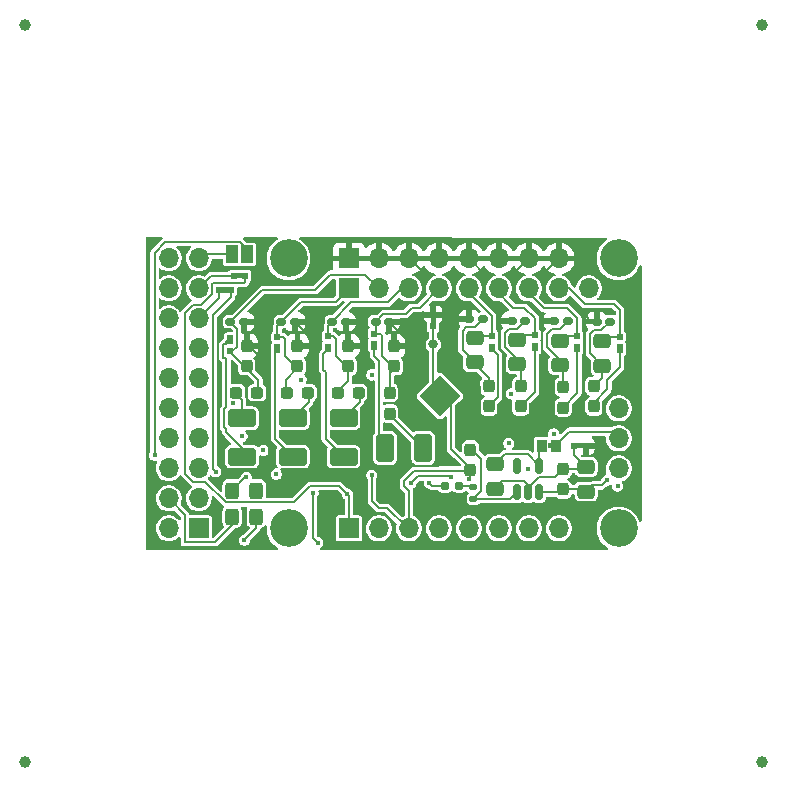
<source format=gbl>
G04 #@! TF.GenerationSoftware,KiCad,Pcbnew,9.0.4*
G04 #@! TF.CreationDate,2025-08-20T21:16:51-04:00*
G04 #@! TF.ProjectId,jlcpcb_1x1,6a6c6370-6362-45f3-9178-312e6b696361,rev?*
G04 #@! TF.SameCoordinates,Original*
G04 #@! TF.FileFunction,Copper,L4,Bot*
G04 #@! TF.FilePolarity,Positive*
%FSLAX46Y46*%
G04 Gerber Fmt 4.6, Leading zero omitted, Abs format (unit mm)*
G04 Created by KiCad (PCBNEW 9.0.4) date 2025-08-20 21:16:51*
%MOMM*%
%LPD*%
G01*
G04 APERTURE LIST*
G04 Aperture macros list*
%AMRoundRect*
0 Rectangle with rounded corners*
0 $1 Rounding radius*
0 $2 $3 $4 $5 $6 $7 $8 $9 X,Y pos of 4 corners*
0 Add a 4 corners polygon primitive as box body*
4,1,4,$2,$3,$4,$5,$6,$7,$8,$9,$2,$3,0*
0 Add four circle primitives for the rounded corners*
1,1,$1+$1,$2,$3*
1,1,$1+$1,$4,$5*
1,1,$1+$1,$6,$7*
1,1,$1+$1,$8,$9*
0 Add four rect primitives between the rounded corners*
20,1,$1+$1,$2,$3,$4,$5,0*
20,1,$1+$1,$4,$5,$6,$7,0*
20,1,$1+$1,$6,$7,$8,$9,0*
20,1,$1+$1,$8,$9,$2,$3,0*%
%AMRotRect*
0 Rectangle, with rotation*
0 The origin of the aperture is its center*
0 $1 length*
0 $2 width*
0 $3 Rotation angle, in degrees counterclockwise*
0 Add horizontal line*
21,1,$1,$2,0,0,$3*%
G04 Aperture macros list end*
G04 #@! TA.AperFunction,EtchedComponent*
%ADD10C,0.000000*%
G04 #@! TD*
G04 #@! TA.AperFunction,ComponentPad*
%ADD11C,0.500000*%
G04 #@! TD*
G04 #@! TA.AperFunction,SMDPad,CuDef*
%ADD12RotRect,2.450000X2.450000X45.000000*%
G04 #@! TD*
G04 #@! TA.AperFunction,ComponentPad*
%ADD13R,1.700000X1.700000*%
G04 #@! TD*
G04 #@! TA.AperFunction,ComponentPad*
%ADD14O,1.700000X1.700000*%
G04 #@! TD*
G04 #@! TA.AperFunction,ComponentPad*
%ADD15C,3.200000*%
G04 #@! TD*
G04 #@! TA.AperFunction,SMDPad,CuDef*
%ADD16R,0.500000X0.508000*%
G04 #@! TD*
G04 #@! TA.AperFunction,SMDPad,CuDef*
%ADD17R,0.508000X0.508000*%
G04 #@! TD*
G04 #@! TA.AperFunction,SMDPad,CuDef*
%ADD18R,0.500000X0.500000*%
G04 #@! TD*
G04 #@! TA.AperFunction,SMDPad,CuDef*
%ADD19R,0.500000X0.550000*%
G04 #@! TD*
G04 #@! TA.AperFunction,ComponentPad*
%ADD20R,0.500000X0.500000*%
G04 #@! TD*
G04 #@! TA.AperFunction,SMDPad,CuDef*
%ADD21RoundRect,0.250000X0.325000X0.450000X-0.325000X0.450000X-0.325000X-0.450000X0.325000X-0.450000X0*%
G04 #@! TD*
G04 #@! TA.AperFunction,SMDPad,CuDef*
%ADD22RoundRect,0.160000X0.222500X0.160000X-0.222500X0.160000X-0.222500X-0.160000X0.222500X-0.160000X0*%
G04 #@! TD*
G04 #@! TA.AperFunction,SMDPad,CuDef*
%ADD23RoundRect,0.250000X-0.475000X0.337500X-0.475000X-0.337500X0.475000X-0.337500X0.475000X0.337500X0*%
G04 #@! TD*
G04 #@! TA.AperFunction,SMDPad,CuDef*
%ADD24RoundRect,0.237500X0.237500X-0.300000X0.237500X0.300000X-0.237500X0.300000X-0.237500X-0.300000X0*%
G04 #@! TD*
G04 #@! TA.AperFunction,SMDPad,CuDef*
%ADD25RoundRect,0.237500X0.287500X0.237500X-0.287500X0.237500X-0.287500X-0.237500X0.287500X-0.237500X0*%
G04 #@! TD*
G04 #@! TA.AperFunction,SMDPad,CuDef*
%ADD26RoundRect,0.160000X-0.222500X-0.160000X0.222500X-0.160000X0.222500X0.160000X-0.222500X0.160000X0*%
G04 #@! TD*
G04 #@! TA.AperFunction,SMDPad,CuDef*
%ADD27RoundRect,0.237500X-0.237500X0.287500X-0.237500X-0.287500X0.237500X-0.287500X0.237500X0.287500X0*%
G04 #@! TD*
G04 #@! TA.AperFunction,SMDPad,CuDef*
%ADD28RoundRect,0.250001X0.924999X-0.499999X0.924999X0.499999X-0.924999X0.499999X-0.924999X-0.499999X0*%
G04 #@! TD*
G04 #@! TA.AperFunction,SMDPad,CuDef*
%ADD29RoundRect,0.250000X0.475000X-0.337500X0.475000X0.337500X-0.475000X0.337500X-0.475000X-0.337500X0*%
G04 #@! TD*
G04 #@! TA.AperFunction,SMDPad,CuDef*
%ADD30R,1.000000X1.500000*%
G04 #@! TD*
G04 #@! TA.AperFunction,SMDPad,CuDef*
%ADD31RoundRect,0.237500X-0.237500X0.300000X-0.237500X-0.300000X0.237500X-0.300000X0.237500X0.300000X0*%
G04 #@! TD*
G04 #@! TA.AperFunction,SMDPad,CuDef*
%ADD32R,0.954000X1.000000*%
G04 #@! TD*
G04 #@! TA.AperFunction,SMDPad,CuDef*
%ADD33C,1.000000*%
G04 #@! TD*
G04 #@! TA.AperFunction,SMDPad,CuDef*
%ADD34RoundRect,0.250000X-0.325000X-0.450000X0.325000X-0.450000X0.325000X0.450000X-0.325000X0.450000X0*%
G04 #@! TD*
G04 #@! TA.AperFunction,SMDPad,CuDef*
%ADD35RoundRect,0.237500X-0.287500X-0.237500X0.287500X-0.237500X0.287500X0.237500X-0.287500X0.237500X0*%
G04 #@! TD*
G04 #@! TA.AperFunction,SMDPad,CuDef*
%ADD36RoundRect,0.135000X0.185000X-0.135000X0.185000X0.135000X-0.185000X0.135000X-0.185000X-0.135000X0*%
G04 #@! TD*
G04 #@! TA.AperFunction,SMDPad,CuDef*
%ADD37C,0.200000*%
G04 #@! TD*
G04 #@! TA.AperFunction,SMDPad,CuDef*
%ADD38RoundRect,0.250001X-0.499999X-0.924999X0.499999X-0.924999X0.499999X0.924999X-0.499999X0.924999X0*%
G04 #@! TD*
G04 #@! TA.AperFunction,SMDPad,CuDef*
%ADD39RoundRect,0.160000X0.197500X0.160000X-0.197500X0.160000X-0.197500X-0.160000X0.197500X-0.160000X0*%
G04 #@! TD*
G04 #@! TA.AperFunction,SMDPad,CuDef*
%ADD40RoundRect,0.150000X0.150000X-0.512500X0.150000X0.512500X-0.150000X0.512500X-0.150000X-0.512500X0*%
G04 #@! TD*
G04 #@! TA.AperFunction,SMDPad,CuDef*
%ADD41R,0.508000X0.500000*%
G04 #@! TD*
G04 #@! TA.AperFunction,ViaPad*
%ADD42C,0.450000*%
G04 #@! TD*
G04 #@! TA.AperFunction,ViaPad*
%ADD43C,0.800000*%
G04 #@! TD*
G04 #@! TA.AperFunction,Conductor*
%ADD44C,0.200000*%
G04 #@! TD*
G04 APERTURE END LIST*
G04 #@! TA.AperFunction,EtchedComponent*
G04 #@! TO.C,G119*
G36*
X51276500Y-39426000D02*
G01*
X50701500Y-39426000D01*
X50701500Y-39884000D01*
X51276500Y-39884000D01*
X51276500Y-39426000D01*
G37*
G04 #@! TD.AperFunction*
D10*
G04 #@! TA.AperFunction,EtchedComponent*
G04 #@! TO.C,3V108*
G36*
X48522500Y-39855000D02*
G01*
X48272500Y-39855000D01*
X48272500Y-39455000D01*
X48522500Y-39455000D01*
X48522500Y-39855000D01*
G37*
G04 #@! TD.AperFunction*
G04 #@! TA.AperFunction,EtchedComponent*
G04 #@! TO.C,SCL108*
G36*
X21918500Y-25484000D02*
G01*
X22493500Y-25484000D01*
X22493500Y-25026000D01*
X21918500Y-25026000D01*
X21918500Y-25484000D01*
G37*
G04 #@! TD.AperFunction*
G04 #@! TA.AperFunction,EtchedComponent*
G04 #@! TO.C,NT108*
G36*
X53227310Y-42766612D02*
G01*
X52909112Y-43084810D01*
X52767690Y-42943388D01*
X53085888Y-42625190D01*
X53227310Y-42766612D01*
G37*
G04 #@! TD.AperFunction*
G04 #@! TA.AperFunction,EtchedComponent*
G04 #@! TO.C,SDA108*
G36*
X20718500Y-26684000D02*
G01*
X21293500Y-26684000D01*
X21293500Y-26226000D01*
X20718500Y-26226000D01*
X20718500Y-26684000D01*
G37*
G04 #@! TD.AperFunction*
G04 #@! TA.AperFunction,EtchedComponent*
G04 #@! TO.C,GND108*
G36*
X38368500Y-28776000D02*
G01*
X38826500Y-28776000D01*
X38826500Y-29351000D01*
X38368500Y-29351000D01*
X38368500Y-28776000D01*
G37*
G04 #@! TD.AperFunction*
G04 #@! TD*
D11*
G04 #@! TO.P,TAC5212,25,VSS*
G04 #@! TO.N,Board_0-GNDD*
X38671558Y-35935489D03*
X38671558Y-34945539D03*
X39166533Y-35440514D03*
D12*
X39166533Y-35440514D03*
D11*
X39661508Y-35935489D03*
X39661508Y-34945539D03*
G04 #@! TD*
G04 #@! TO.P,G110,1,1*
G04 #@! TO.N,Board_0-Earth*
X46497500Y-38055000D03*
G04 #@! TD*
G04 #@! TO.P,G113,1,1*
G04 #@! TO.N,Board_0-Earth*
X31597500Y-42455000D03*
G04 #@! TD*
G04 #@! TO.P,G114,1,1*
G04 #@! TO.N,Board_0-Earth*
X52397500Y-39655000D03*
G04 #@! TD*
G04 #@! TO.P,G116,1,1*
G04 #@! TO.N,Board_0-Earth*
X55297500Y-34255000D03*
G04 #@! TD*
G04 #@! TO.P,G115,1,1*
G04 #@! TO.N,Board_0-Earth*
X34397500Y-43855000D03*
G04 #@! TD*
G04 #@! TO.P,G109,1,1*
G04 #@! TO.N,Board_0-Earth*
X28597500Y-41255000D03*
G04 #@! TD*
D13*
G04 #@! TO.P,board_outline108,1,HELD_HIGH*
G04 #@! TO.N,Board_0-EN_HELD_HIGH*
X18735000Y-46655000D03*
D14*
G04 #@! TO.P,board_outline108,2,HELD_LOW*
G04 #@! TO.N,Board_0-unconnected-(board_outline108-HELD_LOW-Pad2)*
X16195000Y-46655000D03*
G04 #@! TO.P,board_outline108,3,5V*
G04 #@! TO.N,Board_0-Net-(5V108-Pad2)*
X18735000Y-44115000D03*
G04 #@! TO.P,board_outline108,4,GNDD*
G04 #@! TO.N,Board_0-3.3v_IDE*
X16195000Y-44115000D03*
G04 #@! TO.P,board_outline108,5,12V*
G04 #@! TO.N,Board_0-unconnected-(board_outline108-12V-Pad5)*
X18735000Y-41575000D03*
G04 #@! TO.P,board_outline108,6,GNDD*
G04 #@! TO.N,Board_0-GNDD*
X16195000Y-41575000D03*
G04 #@! TO.P,board_outline108,7,DSP_DOUT*
G04 #@! TO.N,Board_0-5212_DIN1*
X18735000Y-39035000D03*
G04 #@! TO.P,board_outline108,8,GNDD*
G04 #@! TO.N,Board_0-GNDD*
X16195000Y-39035000D03*
G04 #@! TO.P,board_outline108,9,DSP_DIN*
G04 #@! TO.N,Board_0-5212_DOUT1+*
X18735000Y-36495000D03*
G04 #@! TO.P,board_outline108,10,GNDD*
G04 #@! TO.N,Board_0-GNDD*
X16195000Y-36495000D03*
G04 #@! TO.P,board_outline108,11,BCLK*
G04 #@! TO.N,Board_0-5212_BCLK1*
X18735000Y-33955000D03*
G04 #@! TO.P,board_outline108,12,GNDD*
G04 #@! TO.N,Board_0-GNDD*
X16195000Y-33955000D03*
G04 #@! TO.P,board_outline108,13,LRCK*
G04 #@! TO.N,Board_0-5212_LRCK1*
X18735000Y-31415000D03*
G04 #@! TO.P,board_outline108,14,GNDD*
G04 #@! TO.N,Board_0-GNDD*
X16195000Y-31415000D03*
G04 #@! TO.P,board_outline108,15,SDA*
G04 #@! TO.N,Board_0-DSP_SDA*
X18735000Y-28875000D03*
G04 #@! TO.P,board_outline108,16,GNDD*
G04 #@! TO.N,Board_0-GNDD*
X16195000Y-28875000D03*
G04 #@! TO.P,board_outline108,17,SCL*
G04 #@! TO.N,Board_0-DSP_SCL*
X18735000Y-26335000D03*
G04 #@! TO.P,board_outline108,18,GNDD*
G04 #@! TO.N,Board_0-GNDD*
X16195000Y-26335000D03*
G04 #@! TO.P,board_outline108,19,MCLK*
G04 #@! TO.N,Board_0-5212_MCLK1*
X18735000Y-23795000D03*
G04 #@! TO.P,board_outline108,20,GNDD*
G04 #@! TO.N,Board_0-GNDD*
X16195000Y-23795000D03*
D13*
G04 #@! TO.P,board_outline108,21,OUTP*
G04 #@! TO.N,Board_0-OUT1P+*
X31445000Y-26340000D03*
G04 #@! TO.P,board_outline108,22,AGND*
G04 #@! TO.N,Board_0-Earth*
X31445000Y-23800000D03*
D14*
G04 #@! TO.P,board_outline108,23,OUT1M*
G04 #@! TO.N,Board_0-OUT1M+*
X33985000Y-26340000D03*
G04 #@! TO.P,board_outline108,24,AGND*
G04 #@! TO.N,Board_0-Earth*
X33985000Y-23800000D03*
G04 #@! TO.P,board_outline108,25,OUT2P*
G04 #@! TO.N,Board_0-OUT2P+*
X36525000Y-26340000D03*
G04 #@! TO.P,board_outline108,26,AGND*
G04 #@! TO.N,Board_0-Earth*
X36525000Y-23800000D03*
G04 #@! TO.P,board_outline108,27,OUT2M*
G04 #@! TO.N,Board_0-OUT2M+*
X39065000Y-26340000D03*
G04 #@! TO.P,board_outline108,28,AGND*
G04 #@! TO.N,Board_0-Earth*
X39065000Y-23800000D03*
G04 #@! TO.P,board_outline108,29,IN1P*
G04 #@! TO.N,Board_0-IN1P+*
X41605000Y-26340000D03*
G04 #@! TO.P,board_outline108,30,AGND*
G04 #@! TO.N,Board_0-Earth*
X41605000Y-23800000D03*
G04 #@! TO.P,board_outline108,31,IN1M*
G04 #@! TO.N,Board_0-IN1M+*
X44145000Y-26340000D03*
G04 #@! TO.P,board_outline108,32,AGND*
G04 #@! TO.N,Board_0-Earth*
X44145000Y-23800000D03*
G04 #@! TO.P,board_outline108,33,IN2P*
G04 #@! TO.N,Board_0-IN2P+*
X46685000Y-26340000D03*
G04 #@! TO.P,board_outline108,34,AGND*
G04 #@! TO.N,Board_0-Earth*
X46685000Y-23800000D03*
G04 #@! TO.P,board_outline108,35,IN2M*
G04 #@! TO.N,Board_0-IN2M+*
X49225000Y-26340000D03*
G04 #@! TO.P,board_outline108,36,AGND*
G04 #@! TO.N,Board_0-Earth*
X49225000Y-23800000D03*
D13*
G04 #@! TO.P,board_outline108,37,SCL*
G04 #@! TO.N,Board_0-5212_SCL*
X31445000Y-46660000D03*
D14*
G04 #@! TO.P,board_outline108,38,SDA*
G04 #@! TO.N,Board_0-5212_SDA*
X33985000Y-46660000D03*
G04 #@! TO.P,board_outline108,39,GNDD*
G04 #@! TO.N,Board_0-GNDD*
X36525000Y-46660000D03*
G04 #@! TO.P,board_outline108,40,GPIO1*
G04 #@! TO.N,Board_0-GPIO1*
X39065000Y-46660000D03*
G04 #@! TO.P,board_outline108,41,GPIO2*
G04 #@! TO.N,Board_0-GPIO2*
X41605000Y-46660000D03*
G04 #@! TO.P,board_outline108,42,GPO1*
G04 #@! TO.N,Board_0-GPO1*
X44145000Y-46660000D03*
G04 #@! TO.P,board_outline108,43,GPI1*
G04 #@! TO.N,Board_0-GPI1*
X46685000Y-46660000D03*
G04 #@! TO.P,board_outline108,44,GNDD*
G04 #@! TO.N,Board_0-GNDD*
X49225000Y-46660000D03*
G04 #@! TO.P,board_outline108,45,5V*
G04 #@! TO.N,Board_0-5V*
X54290000Y-41580000D03*
G04 #@! TO.P,board_outline108,46,3.3V*
G04 #@! TO.N,Board_0-3.3V_LDO*
X54290000Y-39040000D03*
G04 #@! TO.P,board_outline108,47,GNDD*
G04 #@! TO.N,Board_0-GNDD*
X54290000Y-36500000D03*
G04 #@! TO.P,board_outline108,48,MIC_BIAS*
G04 #@! TO.N,Board_0-MICBIAS*
X51750000Y-26340000D03*
D15*
G04 #@! TO.P,board_outline108,49,AGND*
G04 #@! TO.N,Board_0-Net-(E108-Pad2)*
X26350000Y-23800000D03*
G04 #@! TO.P,board_outline108,50,AGND*
G04 #@! TO.N,Board_0-Net-(E109-Pad2)*
X54290000Y-23800000D03*
G04 #@! TO.P,board_outline108,51,DGND*
G04 #@! TO.N,Board_0-Net-(G117-Pad1)*
X26350000Y-46660000D03*
G04 #@! TO.P,board_outline108,52,DGND*
G04 #@! TO.N,Board_0-Net-(G118-Pad1)*
X54290000Y-46660000D03*
G04 #@! TD*
D11*
G04 #@! TO.P,G111,1,1*
G04 #@! TO.N,Board_0-Earth*
X21397500Y-42255000D03*
G04 #@! TD*
G04 #@! TO.P,G112,1,1*
G04 #@! TO.N,Board_0-Earth*
X47797500Y-38055000D03*
G04 #@! TD*
G04 #@! TO.P,G108,1,1*
G04 #@! TO.N,Board_0-Earth*
X45197500Y-38555000D03*
G04 #@! TD*
D16*
G04 #@! TO.P,G119,1,1*
G04 #@! TO.N,Board_0-Earth*
X51501500Y-39655000D03*
D17*
G04 #@! TO.P,G119,2,2*
G04 #@! TO.N,Board_0-Net-(U109-GND)*
X50497500Y-39655000D03*
G04 #@! TD*
D18*
G04 #@! TO.P,INP2,1,1*
G04 #@! TO.N,Board_0-IN2P+*
X50797500Y-30390000D03*
D19*
G04 #@! TO.P,INP2,2,2*
G04 #@! TO.N,Board_0-IN2P*
X50797500Y-31265000D03*
D20*
X50797500Y-31490000D03*
G04 #@! TD*
D21*
G04 #@! TO.P,C130,1*
G04 #@! TO.N,Board_0-5V*
X23622500Y-43455000D03*
G04 #@! TO.P,C130,2*
G04 #@! TO.N,Board_0-GNDD*
X21572500Y-43455000D03*
G04 #@! TD*
D22*
G04 #@! TO.P,D110,1,K*
G04 #@! TO.N,Board_0-OUT2P+*
X30025000Y-29155000D03*
G04 #@! TO.P,D110,2,K*
G04 #@! TO.N,Board_0-Earth*
X31170000Y-29155000D03*
G04 #@! TD*
D23*
G04 #@! TO.P,T\u002AC110,1*
G04 #@! TO.N,Board_0-3.3V_A*
X43797500Y-41217500D03*
G04 #@! TO.P,T\u002AC110,2*
G04 #@! TO.N,Board_0-Net-(U109-GND)*
X43797500Y-43292500D03*
G04 #@! TD*
D24*
G04 #@! TO.P,C123,1*
G04 #@! TO.N,Board_0-OUT2M+*
X35297500Y-32917500D03*
G04 #@! TO.P,C123,2*
G04 #@! TO.N,Board_0-Earth*
X35297500Y-31192500D03*
G04 #@! TD*
D23*
G04 #@! TO.P,FB110,1*
G04 #@! TO.N,Board_0-IN1M+*
X45697500Y-30680000D03*
G04 #@! TO.P,FB110,2*
G04 #@! TO.N,Board_0-Net-(C126-Pad1)*
X45697500Y-32755000D03*
G04 #@! TD*
D25*
G04 #@! TO.P,R109,1*
G04 #@! TO.N,Board_0-OUT1M+*
X23672500Y-35155000D03*
G04 #@! TO.P,R109,2*
G04 #@! TO.N,Board_0-Net-(C114-Pad2)*
X21922500Y-35155000D03*
G04 #@! TD*
D23*
G04 #@! TO.P,FB108,1*
G04 #@! TO.N,Board_0-IN2M+*
X52897500Y-30790000D03*
G04 #@! TO.P,FB108,2*
G04 #@! TO.N,Board_0-Net-(C124-Pad1)*
X52897500Y-32865000D03*
G04 #@! TD*
D26*
G04 #@! TO.P,D112,1,K*
G04 #@! TO.N,Board_0-Net-(C124-Pad1)*
X53570000Y-29137500D03*
G04 #@! TO.P,D112,2,K*
G04 #@! TO.N,Board_0-Earth*
X52425000Y-29137500D03*
G04 #@! TD*
D27*
G04 #@! TO.P,R116,1*
G04 #@! TO.N,Board_0-OUT2M+*
X34897500Y-35180000D03*
G04 #@! TO.P,R116,2*
G04 #@! TO.N,Board_0-Net-(C122-Pad2)*
X34897500Y-36930000D03*
G04 #@! TD*
D28*
G04 #@! TO.P,C120,1*
G04 #@! TO.N,Board_0-OUT2P*
X30997500Y-40580000D03*
G04 #@! TO.P,C120,2*
G04 #@! TO.N,Board_0-Net-(C120-Pad2)*
X30997500Y-37330000D03*
G04 #@! TD*
D29*
G04 #@! TO.P,T\u002AC108,1*
G04 #@! TO.N,Board_0-5V_THIN*
X51531814Y-43530000D03*
G04 #@! TO.P,T\u002AC108,2*
G04 #@! TO.N,Board_0-Net-(U109-GND)*
X51531814Y-41455000D03*
G04 #@! TD*
D30*
G04 #@! TO.P,MCLK108,1,1*
G04 #@! TO.N,Board_0-5212_MCLK1*
X21547500Y-23455000D03*
G04 #@! TO.P,MCLK108,2,2*
G04 #@! TO.N,Board_0-GPI1*
X22847500Y-23455000D03*
G04 #@! TD*
D24*
G04 #@! TO.P,T\u002AC109,1*
G04 #@! TO.N,Board_0-5V_THIN*
X49597500Y-43355000D03*
G04 #@! TO.P,T\u002AC109,2*
G04 #@! TO.N,Board_0-Net-(U109-GND)*
X49597500Y-41630000D03*
G04 #@! TD*
D31*
G04 #@! TO.P,C124,1*
G04 #@! TO.N,Board_0-Net-(C124-Pad1)*
X52197500Y-34592500D03*
G04 #@! TO.P,C124,2*
G04 #@! TO.N,Board_0-IN2M*
X52197500Y-36317500D03*
G04 #@! TD*
D26*
G04 #@! TO.P,D115,1,K*
G04 #@! TO.N,Board_0-Net-(C127-Pad1)*
X42770000Y-28955000D03*
G04 #@! TO.P,D115,2,K*
G04 #@! TO.N,Board_0-Earth*
X41625000Y-28955000D03*
G04 #@! TD*
D32*
G04 #@! TO.P,3V108,1,1*
G04 #@! TO.N,Board_0-3.3V_LDO*
X48974500Y-39655000D03*
G04 #@! TO.P,3V108,2,2*
G04 #@! TO.N,Board_0-3.3V_A*
X47822513Y-39654999D03*
G04 #@! TD*
D33*
G04 #@! TO.P,KiKit_FID_B_4,*
G04 #@! TO.N,*
X66460000Y-66460000D03*
G04 #@! TD*
D18*
G04 #@! TO.P,OP2,1,1*
G04 #@! TO.N,Board_0-OUT2P+*
X29697500Y-30380000D03*
D19*
G04 #@! TO.P,OP2,2,2*
G04 #@! TO.N,Board_0-OUT2P*
X29697500Y-31255000D03*
D20*
X29697500Y-31480000D03*
G04 #@! TD*
D34*
G04 #@! TO.P,C131,1*
G04 #@! TO.N,Board_0-3.3v_IDE*
X21572500Y-45655000D03*
G04 #@! TO.P,C131,2*
G04 #@! TO.N,Board_0-GNDD*
X23622500Y-45655000D03*
G04 #@! TD*
D35*
G04 #@! TO.P,R111,1*
G04 #@! TO.N,Board_0-OUT2P+*
X30522500Y-35155000D03*
G04 #@! TO.P,R111,2*
G04 #@! TO.N,Board_0-Net-(C120-Pad2)*
X32272500Y-35155000D03*
G04 #@! TD*
D26*
G04 #@! TO.P,D114,1,K*
G04 #@! TO.N,Board_0-Net-(C126-Pad1)*
X46370000Y-29090000D03*
G04 #@! TO.P,D114,2,K*
G04 #@! TO.N,Board_0-Earth*
X45225000Y-29090000D03*
G04 #@! TD*
D31*
G04 #@! TO.P,C129,1*
G04 #@! TO.N,Board_0-EN_HELD_HIGH*
X41747117Y-39980582D03*
G04 #@! TO.P,C129,2*
G04 #@! TO.N,Board_0-GNDD*
X41747117Y-41705582D03*
G04 #@! TD*
G04 #@! TO.P,C127,1*
G04 #@! TO.N,Board_0-Net-(C127-Pad1)*
X43297500Y-34592500D03*
G04 #@! TO.P,C127,2*
G04 #@! TO.N,Board_0-IN1P*
X43297500Y-36317500D03*
G04 #@! TD*
D16*
G04 #@! TO.P,SCL108,1,1*
G04 #@! TO.N,Board_0-DSP_SCL*
X21693500Y-25255000D03*
D17*
G04 #@! TO.P,SCL108,2,2*
G04 #@! TO.N,Board_0-5212_SCL*
X22697500Y-25255000D03*
G04 #@! TD*
D23*
G04 #@! TO.P,FB109,1*
G04 #@! TO.N,Board_0-IN2P+*
X49297500Y-30752500D03*
G04 #@! TO.P,FB109,2*
G04 #@! TO.N,Board_0-Net-(C125-Pad1)*
X49297500Y-32827500D03*
G04 #@! TD*
D18*
G04 #@! TO.P,INM2,1,1*
G04 #@! TO.N,Board_0-IN2M+*
X54397500Y-30437500D03*
D19*
G04 #@! TO.P,INM2,2,2*
G04 #@! TO.N,Board_0-IN2M*
X54397500Y-31312500D03*
D20*
X54397500Y-31537500D03*
G04 #@! TD*
D28*
G04 #@! TO.P,C114,1*
G04 #@! TO.N,Board_0-OUT1M*
X22397500Y-40580000D03*
G04 #@! TO.P,C114,2*
G04 #@! TO.N,Board_0-Net-(C114-Pad2)*
X22397500Y-37330000D03*
G04 #@! TD*
G04 #@! TO.P,C110,1*
G04 #@! TO.N,Board_0-OUT1P*
X26697500Y-40580000D03*
G04 #@! TO.P,C110,2*
G04 #@! TO.N,Board_0-Net-(C110-Pad2)*
X26697500Y-37330000D03*
G04 #@! TD*
D33*
G04 #@! TO.P,KiKit_FID_B_3,*
G04 #@! TO.N,*
X4000000Y-66460000D03*
G04 #@! TD*
G04 #@! TO.P,KiKit_FID_B_1,*
G04 #@! TO.N,*
X4000000Y-4000000D03*
G04 #@! TD*
D23*
G04 #@! TO.P,FB111,1*
G04 #@! TO.N,Board_0-IN1P+*
X42097500Y-30517500D03*
G04 #@! TO.P,FB111,2*
G04 #@! TO.N,Board_0-Net-(C127-Pad1)*
X42097500Y-32592500D03*
G04 #@! TD*
D22*
G04 #@! TO.P,D108,1,K*
G04 #@! TO.N,Board_0-OUT1P+*
X25725000Y-29155000D03*
G04 #@! TO.P,D108,2,K*
G04 #@! TO.N,Board_0-Earth*
X26870000Y-29155000D03*
G04 #@! TD*
D36*
G04 #@! TO.P,R128,1*
G04 #@! TO.N,Board_0-EN_HELD_HIGH*
X41997500Y-44165000D03*
G04 #@! TO.P,R128,2*
G04 #@! TO.N,Board_0-Net-(R128-Pad2)*
X41997500Y-43145000D03*
G04 #@! TD*
D37*
G04 #@! TO.P,NT108,1,1*
G04 #@! TO.N,Board_0-5V*
X53156599Y-42695901D03*
G04 #@! TO.P,NT108,2,2*
G04 #@! TO.N,Board_0-5V_THIN*
X52838401Y-43014099D03*
G04 #@! TD*
D18*
G04 #@! TO.P,INP1,1,1*
G04 #@! TO.N,Board_0-IN1P+*
X43597500Y-30380000D03*
D19*
G04 #@! TO.P,INP1,2,2*
G04 #@! TO.N,Board_0-IN1P*
X43597500Y-31255000D03*
D20*
X43597500Y-31480000D03*
G04 #@! TD*
D33*
G04 #@! TO.P,KiKit_FID_B_2,*
G04 #@! TO.N,*
X66460000Y-4000000D03*
G04 #@! TD*
D26*
G04 #@! TO.P,D113,1,K*
G04 #@! TO.N,Board_0-Net-(C125-Pad1)*
X49970000Y-29090000D03*
G04 #@! TO.P,D113,2,K*
G04 #@! TO.N,Board_0-Earth*
X48825000Y-29090000D03*
G04 #@! TD*
D18*
G04 #@! TO.P,OM1,1,1*
G04 #@! TO.N,Board_0-OUT1M+*
X21397500Y-31655000D03*
G04 #@! TO.P,OM1,2,2*
G04 #@! TO.N,Board_0-OUT1M*
X21397500Y-30805000D03*
D20*
X21397500Y-30555000D03*
G04 #@! TD*
D16*
G04 #@! TO.P,SDA108,1,1*
G04 #@! TO.N,Board_0-DSP_SDA*
X20493500Y-26455000D03*
D17*
G04 #@! TO.P,SDA108,2,2*
G04 #@! TO.N,Board_0-5212_SDA*
X21497500Y-26455000D03*
G04 #@! TD*
D35*
G04 #@! TO.P,R108,1*
G04 #@! TO.N,Board_0-OUT1P+*
X26222500Y-35155000D03*
G04 #@! TO.P,R108,2*
G04 #@! TO.N,Board_0-Net-(C110-Pad2)*
X27972500Y-35155000D03*
G04 #@! TD*
D22*
G04 #@! TO.P,D111,1,K*
G04 #@! TO.N,Board_0-OUT2M+*
X33725000Y-29155000D03*
G04 #@! TO.P,D111,2,K*
G04 #@! TO.N,Board_0-Earth*
X34870000Y-29155000D03*
G04 #@! TD*
D38*
G04 #@! TO.P,C122,1*
G04 #@! TO.N,Board_0-OUT2M*
X34497501Y-39855000D03*
G04 #@! TO.P,C122,2*
G04 #@! TO.N,Board_0-Net-(C122-Pad2)*
X37747501Y-39855000D03*
G04 #@! TD*
D24*
G04 #@! TO.P,C121,1*
G04 #@! TO.N,Board_0-OUT2P+*
X31397500Y-32917500D03*
G04 #@! TO.P,C121,2*
G04 #@! TO.N,Board_0-Earth*
X31397500Y-31192500D03*
G04 #@! TD*
G04 #@! TO.P,C117,1*
G04 #@! TO.N,Board_0-OUT1M+*
X22797500Y-32917500D03*
G04 #@! TO.P,C117,2*
G04 #@! TO.N,Board_0-Earth*
X22797500Y-31192500D03*
G04 #@! TD*
D39*
G04 #@! TO.P,SCL109,1,1*
G04 #@! TO.N,Board_0-Net-(R128-Pad2)*
X40795000Y-43055000D03*
G04 #@! TO.P,SCL109,2,2*
G04 #@! TO.N,Board_0-3.3v_IDE*
X39600000Y-43055000D03*
G04 #@! TD*
D40*
G04 #@! TO.P,U109,1,IN*
G04 #@! TO.N,Board_0-5V_THIN*
X47559314Y-43607500D03*
G04 #@! TO.P,U109,2,GND*
G04 #@! TO.N,Board_0-Net-(U109-GND)*
X46609314Y-43607500D03*
G04 #@! TO.P,U109,3,EN*
G04 #@! TO.N,Board_0-EN_HELD_HIGH*
X45659314Y-43607500D03*
G04 #@! TO.P,U109,4,NC*
G04 #@! TO.N,Board_0-unconnected-(U109-NC-Pad4)*
X45659314Y-41332500D03*
G04 #@! TO.P,U109,5,OUT*
G04 #@! TO.N,Board_0-3.3V_A*
X47559314Y-41332500D03*
G04 #@! TD*
D41*
G04 #@! TO.P,GND108,1,1*
G04 #@! TO.N,Board_0-Earth*
X38597500Y-28551000D03*
D17*
G04 #@! TO.P,GND108,2,2*
G04 #@! TO.N,Board_0-GNDD*
X38597500Y-29555000D03*
G04 #@! TD*
D24*
G04 #@! TO.P,C113,1*
G04 #@! TO.N,Board_0-OUT1P+*
X27097500Y-32917500D03*
G04 #@! TO.P,C113,2*
G04 #@! TO.N,Board_0-Earth*
X27097500Y-31192500D03*
G04 #@! TD*
D31*
G04 #@! TO.P,C125,1*
G04 #@! TO.N,Board_0-Net-(C125-Pad1)*
X49597500Y-34692500D03*
G04 #@! TO.P,C125,2*
G04 #@! TO.N,Board_0-IN2P*
X49597500Y-36417500D03*
G04 #@! TD*
D18*
G04 #@! TO.P,OM2,1,1*
G04 #@! TO.N,Board_0-OUT2M+*
X33597500Y-30155000D03*
D19*
G04 #@! TO.P,OM2,2,2*
G04 #@! TO.N,Board_0-OUT2M*
X33597500Y-31030000D03*
D20*
X33597500Y-31255000D03*
G04 #@! TD*
D31*
G04 #@! TO.P,C126,1*
G04 #@! TO.N,Board_0-Net-(C126-Pad1)*
X45997500Y-34592500D03*
G04 #@! TO.P,C126,2*
G04 #@! TO.N,Board_0-IN1M*
X45997500Y-36317500D03*
G04 #@! TD*
D18*
G04 #@! TO.P,OP1,1,1*
G04 #@! TO.N,Board_0-OUT1P+*
X25397500Y-30455000D03*
D19*
G04 #@! TO.P,OP1,2,2*
G04 #@! TO.N,Board_0-OUT1P*
X25397500Y-31330000D03*
D20*
X25397500Y-31555000D03*
G04 #@! TD*
D18*
G04 #@! TO.P,INM1,1,1*
G04 #@! TO.N,Board_0-IN1M+*
X47197500Y-30317500D03*
D19*
G04 #@! TO.P,INM1,2,2*
G04 #@! TO.N,Board_0-IN1M*
X47197500Y-31192500D03*
D20*
X47197500Y-31417500D03*
G04 #@! TD*
D22*
G04 #@! TO.P,D109,1,K*
G04 #@! TO.N,Board_0-OUT1M+*
X21425000Y-29155000D03*
G04 #@! TO.P,D109,2,K*
G04 #@! TO.N,Board_0-Earth*
X22570000Y-29155000D03*
G04 #@! TD*
D42*
G04 #@! TO.N,Board_0-3.3V_LDO*
X33397500Y-33655000D03*
G04 #@! TO.N,Board_0-3.3v_IDE*
X38259482Y-42803569D03*
X25297500Y-42055000D03*
X24197500Y-40055000D03*
G04 #@! TO.N,Board_0-5212_SCL*
X31331585Y-43755000D03*
G04 #@! TO.N,Board_0-5212_SDA*
X20160290Y-41841552D03*
D43*
G04 #@! TO.N,Board_0-5V*
X23712182Y-43715000D03*
D42*
X53306250Y-42563750D03*
G04 #@! TO.N,Board_0-EN_HELD_HIGH*
X41597500Y-40055000D03*
G04 #@! TO.N,Board_0-Earth*
X25597500Y-27255000D03*
X23797500Y-25055000D03*
X40597500Y-28255000D03*
X32622239Y-31817663D03*
X37150990Y-28704666D03*
X51547500Y-28705000D03*
X54697500Y-26455000D03*
X23797500Y-22455000D03*
X55797500Y-37655000D03*
X21197500Y-47655000D03*
X23997500Y-29855000D03*
G04 #@! TO.N,Board_0-GNDD*
X28797500Y-47855000D03*
X33397500Y-42155000D03*
X54197500Y-43055000D03*
D43*
X38597500Y-31080000D03*
D42*
X48797500Y-38655000D03*
X21647500Y-36055000D03*
X41597500Y-42455000D03*
X22760925Y-42333913D03*
X45197500Y-35255000D03*
X46597500Y-41655000D03*
X22397500Y-38855000D03*
X27397500Y-34055000D03*
X28404087Y-43635000D03*
X22597500Y-47655000D03*
X44997500Y-39455000D03*
G04 #@! TO.N,Board_0-GPI1*
X14997500Y-40455000D03*
G04 #@! TO.N,Board_0-Net-(PU_EN108-Pad1)*
X40101537Y-42280583D03*
X36700948Y-42849456D03*
G04 #@! TD*
D44*
G04 #@! TO.N,Board_0-3.3V_A*
X47559314Y-39941186D02*
X47845500Y-39655000D01*
X47559314Y-41332500D02*
X47559314Y-39941186D01*
X46596813Y-40370000D02*
X47559313Y-41332500D01*
X44645000Y-40370000D02*
X46596813Y-40370000D01*
X43797500Y-41217500D02*
X44645000Y-40370000D01*
G04 #@! TO.N,Board_0-3.3V_LDO*
X53705000Y-38455000D02*
X54290000Y-39040000D01*
X50097499Y-38455000D02*
X53705000Y-38455000D01*
X48897499Y-39655000D02*
X50097499Y-38455000D01*
G04 #@! TO.N,Board_0-3.3v_IDE*
X39697501Y-43055000D02*
X38510913Y-43055000D01*
X38510913Y-43055000D02*
X38259482Y-42803569D01*
X21572501Y-46355000D02*
X20097501Y-47830000D01*
X20097501Y-47830000D02*
X17560000Y-47830000D01*
X21572501Y-45655000D02*
X21572501Y-46355000D01*
X17560000Y-47830000D02*
X17560000Y-45480000D01*
X17560000Y-45480000D02*
X16195000Y-44115000D01*
G04 #@! TO.N,Board_0-5212_MCLK1*
X19075000Y-23455000D02*
X18735000Y-23795000D01*
X21547500Y-23455000D02*
X19075000Y-23455000D01*
G04 #@! TO.N,Board_0-5212_SCL*
X21012756Y-44455000D02*
X26770914Y-44455000D01*
X18258654Y-27725000D02*
X17585000Y-28398654D01*
X18971346Y-27725000D02*
X18258654Y-27725000D01*
X19282756Y-42725000D02*
X21012756Y-44455000D01*
X28165914Y-43060000D02*
X30636585Y-43060000D01*
X30636585Y-43060000D02*
X31331585Y-43755000D01*
X22697500Y-25755000D02*
X22551500Y-25901000D01*
X31445000Y-46660000D02*
X31445000Y-43868415D01*
X17585000Y-42051346D02*
X18258654Y-42725000D01*
X17585000Y-28398654D02*
X17585000Y-42051346D01*
X19885000Y-25959500D02*
X19885000Y-26811346D01*
X19943500Y-25901000D02*
X19885000Y-25959500D01*
X22551500Y-25901000D02*
X19943500Y-25901000D01*
X26770914Y-44455000D02*
X28165914Y-43060000D01*
X22697500Y-25255000D02*
X22697500Y-25755000D01*
X18258654Y-42725000D02*
X19282756Y-42725000D01*
X19885000Y-26811346D02*
X18971346Y-27725000D01*
X31445000Y-43868415D02*
X31331585Y-43755000D01*
G04 #@! TO.N,Board_0-5212_SDA*
X21497500Y-27045163D02*
X21405454Y-27137209D01*
X21497500Y-26455000D02*
X21497500Y-27045163D01*
X19922500Y-41603762D02*
X20160290Y-41841552D01*
X21405454Y-27137209D02*
X19922500Y-28620163D01*
X19922500Y-28620163D02*
X19922500Y-41603762D01*
G04 #@! TO.N,Board_0-5V_THIN*
X49345000Y-43607500D02*
X47559313Y-43607500D01*
X51356814Y-43355000D02*
X51531814Y-43530000D01*
X49597500Y-43355000D02*
X49345000Y-43607500D01*
X52047715Y-43014099D02*
X51531814Y-43530000D01*
X52838401Y-43014099D02*
X52047715Y-43014099D01*
X49597500Y-43355000D02*
X51356814Y-43355000D01*
G04 #@! TO.N,Board_0-DSP_SCL*
X19815000Y-25255000D02*
X18735000Y-26335000D01*
X21693500Y-25255000D02*
X19815000Y-25255000D01*
G04 #@! TO.N,Board_0-DSP_SDA*
X20493500Y-27116500D02*
X20493500Y-26455000D01*
X18735000Y-28875000D02*
X20493500Y-27116500D01*
G04 #@! TO.N,Board_0-EN_HELD_HIGH*
X41997500Y-44164999D02*
X42012501Y-44180000D01*
X42642500Y-43519999D02*
X42642500Y-40737499D01*
X45086815Y-44180000D02*
X45659315Y-43607500D01*
X41997500Y-44164999D02*
X42642500Y-43519999D01*
X42642500Y-40737499D02*
X41897500Y-39992499D01*
X42012501Y-44180000D02*
X45086815Y-44180000D01*
G04 #@! TO.N,Board_0-Earth*
X39242406Y-41098865D02*
X39242406Y-38139424D01*
X20372500Y-30893604D02*
X20632948Y-30633156D01*
X51547500Y-28705000D02*
X50357500Y-27515000D01*
X20447500Y-38447101D02*
X20447500Y-36398504D01*
X20627581Y-28688849D02*
X21401181Y-27915249D01*
X34397500Y-43501447D02*
X36543947Y-41355000D01*
X54697500Y-26455000D02*
X55297500Y-27055000D01*
X42522500Y-37566827D02*
X42522500Y-34650100D01*
X38986271Y-41355000D02*
X39242406Y-41098865D01*
X43658299Y-27515000D02*
X42970000Y-26826701D01*
X45197500Y-38555000D02*
X43510673Y-38555000D01*
X39822500Y-31950100D02*
X39822500Y-31016827D01*
X20447500Y-36398504D02*
X20632948Y-36213056D01*
X55297500Y-27055000D02*
X55297500Y-34255000D01*
X51342500Y-23800000D02*
X49225000Y-23800000D01*
X51980000Y-29137500D02*
X51547500Y-28705000D01*
X20632948Y-32676844D02*
X20372500Y-32416396D01*
X44597500Y-36355000D02*
X44597500Y-31848996D01*
X36543947Y-41355000D02*
X38986271Y-41355000D01*
X47547500Y-37805000D02*
X47547500Y-36780000D01*
X23467600Y-41755000D02*
X21897500Y-41755000D01*
X24722500Y-32942500D02*
X22797500Y-31017500D01*
X47772500Y-28730000D02*
X46557500Y-27515000D01*
X47797500Y-38055000D02*
X47547500Y-37805000D01*
X34397500Y-43855000D02*
X34397500Y-43501447D01*
X53597500Y-26055000D02*
X51342500Y-23800000D01*
X32797500Y-32575000D02*
X33017500Y-32355000D01*
X33017500Y-32355000D02*
X33017500Y-32212924D01*
X47772500Y-36555000D02*
X47772500Y-28730000D01*
X28847500Y-31132500D02*
X26870000Y-29155000D01*
X42970000Y-25165000D02*
X41605000Y-23800000D01*
X43510673Y-38555000D02*
X42522500Y-37566827D01*
X39940343Y-30898984D02*
X39940343Y-29564951D01*
X46497500Y-38055000D02*
X46297500Y-38055000D01*
X29022500Y-33611398D02*
X28847500Y-33436398D01*
X23913679Y-25725000D02*
X28011104Y-25725000D01*
X48050000Y-24975000D02*
X49225000Y-23800000D01*
X33752172Y-28055000D02*
X36068244Y-28055000D01*
X39940343Y-29564951D02*
X40550294Y-28955000D01*
X20897500Y-38897101D02*
X20447500Y-38447101D01*
X28011104Y-25725000D02*
X29936104Y-23800000D01*
X36292601Y-30577601D02*
X34870000Y-29155000D01*
X33017500Y-28789672D02*
X33752172Y-28055000D01*
X20897500Y-41755000D02*
X20897500Y-38897101D01*
X21397500Y-42255000D02*
X20897500Y-41755000D01*
X44197500Y-31448996D02*
X44197500Y-28655000D01*
X36068244Y-28055000D02*
X36608244Y-27515000D01*
X40550294Y-28955000D02*
X41625000Y-28955000D01*
X24722500Y-40500100D02*
X24722500Y-32942500D01*
X20632948Y-36213056D02*
X20632948Y-35828920D01*
X46557500Y-27515000D02*
X45957500Y-27515000D01*
X36608244Y-27515000D02*
X37011701Y-27515000D01*
X31597500Y-42455000D02*
X33097500Y-40955000D01*
X39822500Y-31016827D02*
X39940343Y-30898984D01*
X47547500Y-36780000D02*
X47772500Y-36555000D01*
X43658299Y-28115799D02*
X43658299Y-27515000D01*
X29936104Y-23800000D02*
X31445000Y-23800000D01*
X39242406Y-38139424D02*
X36292601Y-35189619D01*
X54297500Y-26055000D02*
X53597500Y-26055000D01*
X50357500Y-27515000D02*
X48738299Y-27515000D01*
X36292601Y-35189619D02*
X36292601Y-30577601D01*
X20632948Y-28694215D02*
X20627581Y-28688849D01*
X31397500Y-31405000D02*
X31397500Y-31017500D01*
X42970000Y-26826701D02*
X42970000Y-25165000D01*
X33017500Y-32212924D02*
X32622239Y-31817663D01*
X44197500Y-28655000D02*
X43658299Y-28115799D01*
X45510000Y-27067500D02*
X45510000Y-24975000D01*
X29022500Y-40830000D02*
X29022500Y-33611398D01*
X20632948Y-30633156D02*
X20632948Y-28694215D01*
X28847500Y-33436398D02*
X28847500Y-31132500D01*
X37700000Y-26826701D02*
X37700000Y-24975000D01*
X48050000Y-26826701D02*
X48050000Y-24975000D01*
X54697500Y-26455000D02*
X54297500Y-26055000D01*
X20622500Y-35818472D02*
X20622500Y-34491528D01*
X28597500Y-41255000D02*
X29022500Y-40830000D01*
X32797500Y-34388278D02*
X32797500Y-32575000D01*
X48738299Y-27515000D02*
X48050000Y-26826701D01*
X33097500Y-40955000D02*
X33097500Y-34688278D01*
X23467600Y-41755000D02*
X24722500Y-40500100D01*
X42522500Y-34650100D02*
X39822500Y-31950100D01*
X21723430Y-27915249D02*
X23913679Y-25725000D01*
X20622500Y-34491528D02*
X20632948Y-34481080D01*
X20632948Y-34481080D02*
X20632948Y-32676844D01*
X46297500Y-38055000D02*
X44597500Y-36355000D01*
X51501500Y-39655000D02*
X52397500Y-39655000D01*
X37700000Y-24975000D02*
X36525000Y-23800000D01*
X33017500Y-32355000D02*
X33017500Y-28789672D01*
X37011701Y-27515000D02*
X37700000Y-26826701D01*
X45510000Y-24975000D02*
X46685000Y-23800000D01*
X21401181Y-27915249D02*
X21723430Y-27915249D01*
X44597500Y-31848996D02*
X44197500Y-31448996D01*
X21897500Y-41755000D02*
X21397500Y-42255000D01*
X20632948Y-35828920D02*
X20622500Y-35818472D01*
X45957500Y-27515000D02*
X45510000Y-27067500D01*
X20372500Y-32416396D02*
X20372500Y-30893604D01*
X33097500Y-34688278D02*
X32797500Y-34388278D01*
X52425000Y-29137500D02*
X51980000Y-29137500D01*
G04 #@! TO.N,Board_0-GNDD*
X33997500Y-44955000D02*
X33397500Y-44355000D01*
X36125948Y-42626552D02*
X36097500Y-42655000D01*
X36097500Y-42655000D02*
X36125948Y-42683448D01*
X28397500Y-43641587D02*
X28404087Y-43635000D01*
X22693587Y-42333913D02*
X22760925Y-42333913D01*
X38597500Y-29559000D02*
X38597500Y-31080000D01*
X36125948Y-42683448D02*
X36125948Y-43087629D01*
X36125948Y-43087629D02*
X36462775Y-43424456D01*
X41697700Y-41755000D02*
X36997500Y-41755000D01*
X38597500Y-34871481D02*
X38671558Y-34945539D01*
X33397500Y-44355000D02*
X33397500Y-42155000D01*
X41747117Y-42305383D02*
X41597500Y-42455000D01*
X28797500Y-47855000D02*
X28397500Y-47455000D01*
X36525000Y-43424456D02*
X36525000Y-46660000D01*
X38797500Y-35055000D02*
X40072500Y-36330000D01*
X36462775Y-43424456D02*
X36525000Y-43424456D01*
X41747117Y-41705583D02*
X41747117Y-42305383D01*
X36997500Y-41755000D02*
X36478044Y-42274456D01*
X36478044Y-42274456D02*
X36462775Y-42274456D01*
X34719682Y-44955000D02*
X33997500Y-44955000D01*
X38597500Y-31080000D02*
X38597500Y-34871481D01*
X40072500Y-36330000D02*
X40072500Y-39892501D01*
X36424682Y-46660000D02*
X34719682Y-44955000D01*
X41747117Y-41705583D02*
X41697700Y-41755000D01*
X36462775Y-42274456D02*
X36125948Y-42611283D01*
X40072500Y-39892501D02*
X41897500Y-41717501D01*
X36125948Y-42611283D02*
X36125948Y-42626552D01*
X23622499Y-46630001D02*
X22597500Y-47655000D01*
X23622499Y-45655000D02*
X23622499Y-46630001D01*
X36525000Y-46660000D02*
X36424682Y-46660000D01*
X21572500Y-43455000D02*
X22693587Y-42333913D01*
X28397500Y-47455000D02*
X28397500Y-43641587D01*
G04 #@! TO.N,Board_0-GPI1*
X14997500Y-23330799D02*
X14997500Y-40455000D01*
X22847500Y-23455000D02*
X22847500Y-23005000D01*
X22247500Y-22405000D02*
X15923299Y-22405000D01*
X15923299Y-22405000D02*
X14997500Y-23330799D01*
X22847500Y-23005000D02*
X22247500Y-22405000D01*
G04 #@! TO.N,Board_0-IN1M*
X45997500Y-36317500D02*
X47197500Y-35117500D01*
X47197500Y-35117500D02*
X47197500Y-31417500D01*
G04 #@! TO.N,Board_0-IN1M+*
X45697500Y-30680000D02*
X46060000Y-30317500D01*
X46060000Y-30317500D02*
X47197500Y-30317500D01*
X46317828Y-27965000D02*
X45370000Y-27965000D01*
X45370000Y-27965000D02*
X43745000Y-26340000D01*
X47197500Y-30317500D02*
X47197500Y-28844672D01*
X47197500Y-28844672D02*
X46317828Y-27965000D01*
G04 #@! TO.N,Board_0-IN1P*
X44097500Y-31985392D02*
X43597500Y-31485392D01*
X43597500Y-31485392D02*
X43597500Y-31480000D01*
X44097500Y-35517500D02*
X44097500Y-31985392D01*
X43297500Y-36317500D02*
X44097500Y-35517500D01*
G04 #@! TO.N,Board_0-IN1P+*
X43597500Y-30380000D02*
X43597500Y-28709671D01*
X42097500Y-30517500D02*
X42235000Y-30380000D01*
X43597500Y-28709671D02*
X41227829Y-26340000D01*
X41627829Y-26340000D02*
X41605000Y-26340000D01*
X42235000Y-30380000D02*
X43597500Y-30380000D01*
G04 #@! TO.N,Board_0-IN2M*
X53347500Y-34882076D02*
X53347500Y-34047600D01*
X54397500Y-32997600D02*
X54397500Y-31537500D01*
X52197500Y-36317500D02*
X52197500Y-36032076D01*
X53347500Y-34047600D02*
X54397500Y-32997600D01*
X52197500Y-36032076D02*
X53347500Y-34882076D01*
G04 #@! TO.N,Board_0-IN2M+*
X49225000Y-26340000D02*
X50088299Y-26340000D01*
X53250000Y-30437500D02*
X54397500Y-30437500D01*
X52897500Y-30790000D02*
X53250000Y-30437500D01*
X54397500Y-28155000D02*
X54397500Y-30437500D01*
X50088299Y-26340000D02*
X51403299Y-27655000D01*
X51403299Y-27655000D02*
X53897500Y-27655000D01*
X53897500Y-27655000D02*
X54397500Y-28155000D01*
G04 #@! TO.N,Board_0-IN2P*
X49597500Y-36417500D02*
X50797500Y-35217500D01*
X50797500Y-35217500D02*
X50797500Y-31490000D01*
G04 #@! TO.N,Board_0-IN2P+*
X47950000Y-28005000D02*
X46285000Y-26340000D01*
X49957828Y-28005000D02*
X47950000Y-28005000D01*
X49297500Y-30752500D02*
X49660000Y-30390000D01*
X50797500Y-30390000D02*
X50797500Y-28844672D01*
X49660000Y-30390000D02*
X50797500Y-30390000D01*
X50797500Y-28844672D02*
X49957828Y-28005000D01*
G04 #@! TO.N,Board_0-Net-(C110-Pad2)*
X28097500Y-35155000D02*
X28097500Y-35930000D01*
X28097500Y-35930000D02*
X26697500Y-37330000D01*
G04 #@! TO.N,Board_0-Net-(C114-Pad2)*
X22397500Y-37330000D02*
X22397500Y-35755000D01*
X22397500Y-35755000D02*
X21797500Y-35155000D01*
G04 #@! TO.N,Board_0-Net-(C120-Pad2)*
X32397500Y-35155000D02*
X32397500Y-35930000D01*
X32397500Y-35930000D02*
X30997500Y-37330000D01*
G04 #@! TO.N,Board_0-Net-(C122-Pad2)*
X34947501Y-37055000D02*
X37747501Y-39855000D01*
X34897500Y-37055000D02*
X34947501Y-37055000D01*
G04 #@! TO.N,Board_0-Net-(C124-Pad1)*
X52197500Y-34592500D02*
X52897500Y-33892500D01*
X52830001Y-29877500D02*
X53570001Y-29137500D01*
X51847500Y-30207400D02*
X52177400Y-29877500D01*
X51847500Y-31815000D02*
X51847500Y-30207400D01*
X52177400Y-29877500D02*
X52830001Y-29877500D01*
X52897500Y-33892500D02*
X52897500Y-32865000D01*
X52897500Y-32865000D02*
X51847500Y-31815000D01*
G04 #@! TO.N,Board_0-Net-(C125-Pad1)*
X49297500Y-32385100D02*
X48247500Y-31335100D01*
X49297500Y-32827500D02*
X49297500Y-32385100D01*
X48662400Y-29755000D02*
X49305001Y-29755000D01*
X49597500Y-33127500D02*
X49297500Y-32827500D01*
X48247500Y-31335100D02*
X48247500Y-30169900D01*
X48247500Y-30169900D02*
X48662400Y-29755000D01*
X49305001Y-29755000D02*
X49970001Y-29090000D01*
X49597500Y-34692500D02*
X49597500Y-33127500D01*
G04 #@! TO.N,Board_0-Net-(C126-Pad1)*
X44989900Y-29755000D02*
X45705001Y-29755000D01*
X45705001Y-29755000D02*
X46370001Y-29090000D01*
X45697500Y-32755000D02*
X45697500Y-32312600D01*
X44647500Y-31262600D02*
X44647500Y-30097400D01*
X45997500Y-33055000D02*
X45697500Y-32755000D01*
X44647500Y-30097400D02*
X44989900Y-29755000D01*
X45697500Y-32312600D02*
X44647500Y-31262600D01*
X45997500Y-34592500D02*
X45997500Y-33055000D01*
G04 #@! TO.N,Board_0-Net-(C127-Pad1)*
X42125001Y-29600000D02*
X42770001Y-28955000D01*
X41382400Y-29600000D02*
X42125001Y-29600000D01*
X41072500Y-29909900D02*
X41382400Y-29600000D01*
X41072500Y-31567500D02*
X41072500Y-29909900D01*
X42097500Y-32592500D02*
X41072500Y-31567500D01*
X43297500Y-34592500D02*
X43297500Y-33955000D01*
X42097500Y-32755000D02*
X42097500Y-32592500D01*
X43297500Y-33955000D02*
X42097500Y-32755000D01*
G04 #@! TO.N,Board_0-Net-(PU_EN108-Pad1)*
X37295404Y-42255000D02*
X36700948Y-42849456D01*
X40101537Y-42280583D02*
X40075954Y-42255000D01*
X40075954Y-42255000D02*
X37295404Y-42255000D01*
G04 #@! TO.N,Board_0-Net-(R128-Pad2)*
X41907499Y-43055000D02*
X41997500Y-43145001D01*
X40701500Y-43055000D02*
X41907499Y-43055000D01*
G04 #@! TO.N,Board_0-Net-(U109-GND)*
X48932500Y-42295000D02*
X47557500Y-42295000D01*
X47557500Y-42295000D02*
X46609314Y-43243186D01*
X46309313Y-42645000D02*
X44445000Y-42645000D01*
X46609314Y-43243186D02*
X46609314Y-43607500D01*
X50497501Y-40420687D02*
X51531814Y-41455000D01*
X46609314Y-42945001D02*
X46309313Y-42645000D01*
X51356814Y-41630000D02*
X51531814Y-41455000D01*
X44445000Y-42645000D02*
X43797500Y-43292500D01*
X49597500Y-41630000D02*
X48932500Y-42295000D01*
X50497501Y-39655000D02*
X50497501Y-40420687D01*
X46609314Y-43607500D02*
X46609314Y-42945001D01*
X49597500Y-41630000D02*
X51356814Y-41630000D01*
G04 #@! TO.N,Board_0-OUT1M*
X20822500Y-32230000D02*
X21082948Y-32230000D01*
X20897500Y-38075100D02*
X21082948Y-38260548D01*
X20897500Y-36584900D02*
X20897500Y-38075100D01*
X21072500Y-34677924D02*
X21072500Y-35632076D01*
X21082948Y-38515449D02*
X22397500Y-39830001D01*
X21082948Y-32230000D02*
X21082948Y-34667476D01*
X21082948Y-31080000D02*
X20822500Y-31080000D01*
X21082948Y-35642524D02*
X21082948Y-36399452D01*
X21082948Y-30869552D02*
X21082948Y-31080000D01*
X21082948Y-38260548D02*
X21082948Y-38515449D01*
X21082948Y-36399452D02*
X20897500Y-36584900D01*
X20822500Y-31080000D02*
X20822500Y-32230000D01*
X22397500Y-39830001D02*
X22397500Y-40580000D01*
X21082948Y-34667476D02*
X21072500Y-34677924D01*
X21397500Y-30555000D02*
X21082948Y-30869552D01*
X21072500Y-35632076D02*
X21082948Y-35642524D01*
G04 #@! TO.N,Board_0-OUT1M+*
X28597500Y-26455000D02*
X24125000Y-26455000D01*
X23797500Y-34092500D02*
X23797500Y-35155000D01*
X24125000Y-26455000D02*
X21425000Y-29155000D01*
X33985000Y-26340000D02*
X32810000Y-25165000D01*
X32810000Y-25165000D02*
X29887500Y-25165000D01*
X21397500Y-31655000D02*
X21597500Y-31655000D01*
X21997500Y-31255000D02*
X21997500Y-29727500D01*
X21597500Y-31655000D02*
X21997500Y-31255000D01*
X21397500Y-31692500D02*
X23797500Y-34092500D01*
X21997500Y-29727500D02*
X21425000Y-29155000D01*
X29887500Y-25165000D02*
X28597500Y-26455000D01*
X21397500Y-31655000D02*
X21397500Y-31692500D01*
G04 #@! TO.N,Board_0-OUT1P*
X25172500Y-31780000D02*
X25397500Y-31555000D01*
X26697500Y-40580000D02*
X25172500Y-39055000D01*
X25172500Y-39055000D02*
X25172500Y-31780000D01*
G04 #@! TO.N,Board_0-OUT1P+*
X26047500Y-30605000D02*
X25897500Y-30455000D01*
X25397500Y-30455000D02*
X25397500Y-29482500D01*
X26097500Y-35155000D02*
X26097500Y-34092500D01*
X27425000Y-27455000D02*
X30330000Y-27455000D01*
X25725000Y-29155000D02*
X27425000Y-27455000D01*
X26047500Y-32042500D02*
X26047500Y-30605000D01*
X30330000Y-27455000D02*
X31445000Y-26340000D01*
X25897500Y-30455000D02*
X25397500Y-30455000D01*
X27097500Y-33092500D02*
X26047500Y-32042500D01*
X25397500Y-29482500D02*
X25725000Y-29155000D01*
X26097500Y-34092500D02*
X27097500Y-33092500D01*
G04 #@! TO.N,Board_0-OUT2M*
X33997500Y-32455000D02*
X33597500Y-32055000D01*
X33997500Y-39354999D02*
X33997500Y-32455000D01*
X33597500Y-32055000D02*
X33597500Y-31555000D01*
X34497501Y-39855000D02*
X33997500Y-39354999D01*
G04 #@! TO.N,Board_0-OUT2M+*
X34897500Y-33492500D02*
X35297500Y-33092500D01*
X33725000Y-29155000D02*
X33725000Y-30027500D01*
X36794640Y-27965000D02*
X37440000Y-27965000D01*
X33725000Y-29155000D02*
X34370000Y-28510000D01*
X34247500Y-30305000D02*
X34097500Y-30155000D01*
X34247500Y-32042500D02*
X34247500Y-30305000D01*
X36249640Y-28510000D02*
X36794640Y-27965000D01*
X37440000Y-27965000D02*
X39065000Y-26340000D01*
X34897500Y-35055000D02*
X34897500Y-33492500D01*
X33725000Y-30027500D02*
X33597500Y-30155000D01*
X34370000Y-28510000D02*
X36249640Y-28510000D01*
X35297500Y-33092500D02*
X34247500Y-32042500D01*
X34097500Y-30155000D02*
X33597500Y-30155000D01*
G04 #@! TO.N,Board_0-OUT2P*
X29297500Y-31880000D02*
X29697500Y-31480000D01*
X29472500Y-33425002D02*
X29297500Y-33250002D01*
X29472500Y-39055000D02*
X29472500Y-33425002D01*
X29297500Y-33250002D02*
X29297500Y-31880000D01*
X30997500Y-40580000D02*
X29472500Y-39055000D01*
G04 #@! TO.N,Board_0-OUT2P+*
X31397500Y-33092500D02*
X30347500Y-32042500D01*
X34800776Y-27515000D02*
X35975776Y-26340000D01*
X31397500Y-34155000D02*
X30397500Y-35155000D01*
X30347500Y-30605000D02*
X30122500Y-30380000D01*
X30025000Y-29155000D02*
X31665000Y-27515000D01*
X31397500Y-33092500D02*
X31397500Y-34155000D01*
X29697500Y-29482500D02*
X30025000Y-29155000D01*
X31665000Y-27515000D02*
X34800776Y-27515000D01*
X30122500Y-30380000D02*
X29697500Y-30380000D01*
X35975776Y-26340000D02*
X36525000Y-26340000D01*
X30347500Y-32042500D02*
X30347500Y-30605000D01*
X29697500Y-30380000D02*
X29697500Y-29482500D01*
G04 #@! TD*
G04 #@! TA.AperFunction,Conductor*
G04 #@! TO.N,Board_0-Earth*
G36*
X15587135Y-22006594D02*
G01*
X15645301Y-22025571D01*
X15681206Y-22075113D01*
X15681133Y-22136299D01*
X15657019Y-22175598D01*
X14717028Y-23115589D01*
X14682999Y-23174530D01*
X14682999Y-23174531D01*
X14670887Y-23195508D01*
X14670886Y-23195510D01*
X14670886Y-23195511D01*
X14647770Y-23281784D01*
X14647000Y-23284656D01*
X14647000Y-40092033D01*
X14628093Y-40150224D01*
X14618010Y-40162030D01*
X14617008Y-40163031D01*
X14554405Y-40271463D01*
X14554405Y-40271464D01*
X14522000Y-40392399D01*
X14522000Y-40517601D01*
X14554405Y-40638536D01*
X14617005Y-40746964D01*
X14705536Y-40835495D01*
X14813964Y-40898095D01*
X14934899Y-40930500D01*
X14934901Y-40930500D01*
X15060101Y-40930500D01*
X15109564Y-40917246D01*
X15170664Y-40920447D01*
X15218214Y-40958951D01*
X15234051Y-41018051D01*
X15223397Y-41057816D01*
X15175127Y-41152552D01*
X15175123Y-41152561D01*
X15121598Y-41317293D01*
X15121597Y-41317297D01*
X15094500Y-41488385D01*
X15094500Y-41661614D01*
X15121597Y-41832702D01*
X15121598Y-41832706D01*
X15175123Y-41997438D01*
X15175125Y-41997441D01*
X15253050Y-42150380D01*
X15253768Y-42151788D01*
X15355586Y-42291928D01*
X15478072Y-42414414D01*
X15618212Y-42516232D01*
X15772555Y-42594873D01*
X15772557Y-42594873D01*
X15772558Y-42594874D01*
X15772561Y-42594876D01*
X15937293Y-42648401D01*
X15937297Y-42648402D01*
X16108386Y-42675500D01*
X16108389Y-42675500D01*
X16281614Y-42675500D01*
X16452702Y-42648402D01*
X16452706Y-42648401D01*
X16617438Y-42594876D01*
X16617440Y-42594874D01*
X16617445Y-42594873D01*
X16771788Y-42516232D01*
X16911928Y-42414414D01*
X17034414Y-42291928D01*
X17103481Y-42196864D01*
X17152980Y-42160902D01*
X17214165Y-42160901D01*
X17263665Y-42196865D01*
X17269309Y-42205555D01*
X17292372Y-42245500D01*
X17304530Y-42266558D01*
X18043442Y-43005470D01*
X18059083Y-43014500D01*
X18101940Y-43039244D01*
X18101942Y-43039245D01*
X18101951Y-43039250D01*
X18104062Y-43040469D01*
X18104435Y-43040684D01*
X18145381Y-43086149D01*
X18151783Y-43146999D01*
X18121195Y-43199990D01*
X18113135Y-43206517D01*
X18018077Y-43275581D01*
X17895585Y-43398073D01*
X17793766Y-43538214D01*
X17715125Y-43692558D01*
X17715123Y-43692561D01*
X17661598Y-43857293D01*
X17661597Y-43857297D01*
X17634500Y-44028385D01*
X17634500Y-44201614D01*
X17661597Y-44372702D01*
X17661598Y-44372706D01*
X17715123Y-44537438D01*
X17715125Y-44537441D01*
X17785000Y-44674581D01*
X17793768Y-44691788D01*
X17895586Y-44831928D01*
X18018072Y-44954414D01*
X18158212Y-45056232D01*
X18312555Y-45134873D01*
X18312557Y-45134873D01*
X18312558Y-45134874D01*
X18312561Y-45134876D01*
X18477293Y-45188401D01*
X18477297Y-45188402D01*
X18648386Y-45215500D01*
X18648389Y-45215500D01*
X18821614Y-45215500D01*
X18992702Y-45188402D01*
X18992706Y-45188401D01*
X19157438Y-45134876D01*
X19157440Y-45134874D01*
X19157445Y-45134873D01*
X19311788Y-45056232D01*
X19451928Y-44954414D01*
X19574414Y-44831928D01*
X19676232Y-44691788D01*
X19754873Y-44537445D01*
X19754874Y-44537440D01*
X19754876Y-44537438D01*
X19808401Y-44372706D01*
X19808402Y-44372702D01*
X19835500Y-44201614D01*
X19835500Y-44028384D01*
X19835183Y-44026383D01*
X19835289Y-44025709D01*
X19835195Y-44024507D01*
X19835483Y-44024484D01*
X19844755Y-43965951D01*
X19888020Y-43922687D01*
X19948452Y-43913116D01*
X20002965Y-43940891D01*
X20797543Y-44735469D01*
X20824002Y-44750745D01*
X20864942Y-44796214D01*
X20871338Y-44857064D01*
X20853754Y-44895810D01*
X20803702Y-44962670D01*
X20753410Y-45097511D01*
X20753408Y-45097522D01*
X20747000Y-45157129D01*
X20747000Y-46152866D01*
X20747001Y-46152870D01*
X20753408Y-46212480D01*
X20753409Y-46212485D01*
X20803702Y-46347329D01*
X20872501Y-46439232D01*
X20892238Y-46497147D01*
X20874164Y-46555602D01*
X20863252Y-46568565D01*
X20004504Y-47427314D01*
X19949987Y-47455091D01*
X19889555Y-47445520D01*
X19846290Y-47402255D01*
X19835500Y-47357310D01*
X19835500Y-45780327D01*
X19835498Y-45780315D01*
X19823255Y-45718768D01*
X19820966Y-45707260D01*
X19796728Y-45670985D01*
X19765602Y-45624400D01*
X19765599Y-45624397D01*
X19682742Y-45569035D01*
X19682740Y-45569034D01*
X19682737Y-45569033D01*
X19682736Y-45569033D01*
X19609684Y-45554501D01*
X19609674Y-45554500D01*
X19609673Y-45554500D01*
X18009500Y-45554500D01*
X17951309Y-45535593D01*
X17915345Y-45486093D01*
X17910500Y-45455500D01*
X17910500Y-45433857D01*
X17910500Y-45433856D01*
X17886614Y-45344712D01*
X17863974Y-45305499D01*
X17863973Y-45305497D01*
X17840472Y-45264791D01*
X17840471Y-45264790D01*
X17840470Y-45264788D01*
X17231389Y-44655707D01*
X17203612Y-44601190D01*
X17213182Y-44540763D01*
X17214873Y-44537445D01*
X17255247Y-44413189D01*
X17268402Y-44372702D01*
X17295500Y-44201614D01*
X17295500Y-44028385D01*
X17268402Y-43857297D01*
X17268401Y-43857293D01*
X17214876Y-43692561D01*
X17214874Y-43692558D01*
X17214873Y-43692557D01*
X17214873Y-43692555D01*
X17136232Y-43538212D01*
X17034414Y-43398072D01*
X16911928Y-43275586D01*
X16771788Y-43173768D01*
X16771787Y-43173767D01*
X16771785Y-43173766D01*
X16617441Y-43095125D01*
X16617438Y-43095123D01*
X16452706Y-43041598D01*
X16452702Y-43041597D01*
X16281614Y-43014500D01*
X16281611Y-43014500D01*
X16108389Y-43014500D01*
X16108386Y-43014500D01*
X15937297Y-43041597D01*
X15937293Y-43041598D01*
X15772561Y-43095123D01*
X15772558Y-43095125D01*
X15618214Y-43173766D01*
X15478073Y-43275585D01*
X15355585Y-43398073D01*
X15253766Y-43538214D01*
X15175125Y-43692558D01*
X15175123Y-43692561D01*
X15121598Y-43857293D01*
X15121597Y-43857297D01*
X15094500Y-44028385D01*
X15094500Y-44201614D01*
X15121597Y-44372702D01*
X15121598Y-44372706D01*
X15175123Y-44537438D01*
X15175125Y-44537441D01*
X15245000Y-44674581D01*
X15253768Y-44691788D01*
X15355586Y-44831928D01*
X15478072Y-44954414D01*
X15618212Y-45056232D01*
X15772555Y-45134873D01*
X15772557Y-45134873D01*
X15772558Y-45134874D01*
X15772561Y-45134876D01*
X15937293Y-45188401D01*
X15937297Y-45188402D01*
X16108386Y-45215500D01*
X16108389Y-45215500D01*
X16281614Y-45215500D01*
X16452702Y-45188402D01*
X16548936Y-45157133D01*
X16617445Y-45134873D01*
X16620747Y-45133190D01*
X16681174Y-45123609D01*
X16735695Y-45151378D01*
X16735707Y-45151389D01*
X17180504Y-45596186D01*
X17208281Y-45650703D01*
X17209500Y-45666190D01*
X17209500Y-45874720D01*
X17190593Y-45932911D01*
X17141093Y-45968875D01*
X17079907Y-45968875D01*
X17037468Y-45940518D01*
X17037164Y-45940823D01*
X17035634Y-45939293D01*
X17035222Y-45939018D01*
X17034419Y-45938078D01*
X17034416Y-45938075D01*
X17034414Y-45938072D01*
X16911928Y-45815586D01*
X16771788Y-45713768D01*
X16771787Y-45713767D01*
X16771785Y-45713766D01*
X16617441Y-45635125D01*
X16617438Y-45635123D01*
X16452706Y-45581598D01*
X16452702Y-45581597D01*
X16281614Y-45554500D01*
X16281611Y-45554500D01*
X16108389Y-45554500D01*
X16108386Y-45554500D01*
X15937297Y-45581597D01*
X15937293Y-45581598D01*
X15772561Y-45635123D01*
X15772558Y-45635125D01*
X15618214Y-45713766D01*
X15478073Y-45815585D01*
X15355585Y-45938073D01*
X15253766Y-46078214D01*
X15175125Y-46232558D01*
X15175123Y-46232561D01*
X15121598Y-46397293D01*
X15121597Y-46397297D01*
X15094500Y-46568385D01*
X15094500Y-46741612D01*
X15121597Y-46912702D01*
X15121598Y-46912706D01*
X15175123Y-47077438D01*
X15175125Y-47077441D01*
X15251081Y-47226516D01*
X15253768Y-47231788D01*
X15355586Y-47371928D01*
X15478072Y-47494414D01*
X15618212Y-47596232D01*
X15772555Y-47674873D01*
X15772557Y-47674873D01*
X15772558Y-47674874D01*
X15772561Y-47674876D01*
X15937293Y-47728401D01*
X15937297Y-47728402D01*
X16108386Y-47755500D01*
X16108389Y-47755500D01*
X16281614Y-47755500D01*
X16452702Y-47728402D01*
X16452706Y-47728401D01*
X16617438Y-47674876D01*
X16617440Y-47674874D01*
X16617445Y-47674873D01*
X16771788Y-47596232D01*
X16911928Y-47494414D01*
X17034414Y-47371928D01*
X17034420Y-47371919D01*
X17035214Y-47370991D01*
X17035565Y-47370775D01*
X17037164Y-47369177D01*
X17037547Y-47369560D01*
X17087380Y-47339017D01*
X17148377Y-47343811D01*
X17194907Y-47383544D01*
X17209500Y-47435279D01*
X17209500Y-47783856D01*
X17209500Y-47876144D01*
X17233386Y-47965288D01*
X17233387Y-47965290D01*
X17275676Y-48038536D01*
X17279531Y-48045212D01*
X17344788Y-48110469D01*
X17424712Y-48156614D01*
X17513856Y-48180500D01*
X17513858Y-48180500D01*
X20143643Y-48180500D01*
X20143645Y-48180500D01*
X20232789Y-48156614D01*
X20269413Y-48135469D01*
X20312713Y-48110470D01*
X21788687Y-46634494D01*
X21843204Y-46606718D01*
X21858691Y-46605499D01*
X21945367Y-46605499D01*
X21945372Y-46605499D01*
X22004983Y-46599091D01*
X22086828Y-46568565D01*
X22139829Y-46548797D01*
X22139829Y-46548796D01*
X22139831Y-46548796D01*
X22255046Y-46462546D01*
X22341296Y-46347331D01*
X22391591Y-46212483D01*
X22398000Y-46152873D01*
X22397999Y-45157128D01*
X22391591Y-45097517D01*
X22354016Y-44996772D01*
X22341296Y-44962668D01*
X22337904Y-44956456D01*
X22339376Y-44955651D01*
X22322428Y-44905908D01*
X22340506Y-44847454D01*
X22389489Y-44810790D01*
X22421418Y-44805500D01*
X22773582Y-44805500D01*
X22831773Y-44824407D01*
X22867737Y-44873907D01*
X22867737Y-44935093D01*
X22856755Y-44956270D01*
X22857096Y-44956456D01*
X22853703Y-44962668D01*
X22803410Y-45097511D01*
X22803408Y-45097522D01*
X22797000Y-45157129D01*
X22797000Y-46152866D01*
X22797001Y-46152870D01*
X22803408Y-46212480D01*
X22803409Y-46212485D01*
X22853702Y-46347329D01*
X22922501Y-46439232D01*
X22939954Y-46462546D01*
X22939957Y-46462548D01*
X22939958Y-46462549D01*
X23051120Y-46545765D01*
X23086373Y-46595774D01*
X23085499Y-46656953D01*
X23061795Y-46695021D01*
X22606314Y-47150503D01*
X22551797Y-47178281D01*
X22536310Y-47179500D01*
X22534899Y-47179500D01*
X22454275Y-47201103D01*
X22413963Y-47211905D01*
X22305536Y-47274505D01*
X22217005Y-47363036D01*
X22154405Y-47471463D01*
X22154405Y-47471464D01*
X22122000Y-47592399D01*
X22122000Y-47717601D01*
X22154405Y-47838536D01*
X22217005Y-47946964D01*
X22305536Y-48035495D01*
X22413964Y-48098095D01*
X22534899Y-48130500D01*
X22534901Y-48130500D01*
X22660099Y-48130500D01*
X22660101Y-48130500D01*
X22781036Y-48098095D01*
X22889464Y-48035495D01*
X22977995Y-47946964D01*
X23040595Y-47838536D01*
X23073000Y-47717601D01*
X23073000Y-47716189D01*
X23073312Y-47715226D01*
X23073847Y-47711168D01*
X23074599Y-47711267D01*
X23091907Y-47657998D01*
X23101990Y-47646191D01*
X23902968Y-46845214D01*
X23949113Y-46765289D01*
X23954117Y-46746614D01*
X23955457Y-46741612D01*
X23955457Y-46741611D01*
X23972999Y-46676145D01*
X23972999Y-46676143D01*
X23974261Y-46671434D01*
X24007586Y-46620120D01*
X24049472Y-46602716D01*
X24048952Y-46600516D01*
X24054978Y-46599091D01*
X24054983Y-46599091D01*
X24136828Y-46568565D01*
X24189829Y-46548797D01*
X24189829Y-46548796D01*
X24189831Y-46548796D01*
X24305046Y-46462546D01*
X24326357Y-46434077D01*
X24376365Y-46398825D01*
X24437544Y-46399699D01*
X24486526Y-46436366D01*
X24504600Y-46494821D01*
X24503763Y-46506328D01*
X24499500Y-46538708D01*
X24499500Y-46781289D01*
X24531161Y-47021781D01*
X24531161Y-47021786D01*
X24593944Y-47256092D01*
X24593948Y-47256105D01*
X24686772Y-47480204D01*
X24686774Y-47480208D01*
X24686776Y-47480212D01*
X24802051Y-47679874D01*
X24808066Y-47690292D01*
X24955729Y-47882731D01*
X24955731Y-47882733D01*
X24955735Y-47882738D01*
X25127262Y-48054265D01*
X25127266Y-48054268D01*
X25127268Y-48054270D01*
X25248070Y-48146964D01*
X25319711Y-48201936D01*
X25438059Y-48270264D01*
X25478999Y-48315733D01*
X25485395Y-48376583D01*
X25454802Y-48429571D01*
X25398906Y-48454458D01*
X25388558Y-48455000D01*
X14346500Y-48455000D01*
X14288309Y-48436093D01*
X14252345Y-48386593D01*
X14247500Y-48356000D01*
X14247500Y-22104117D01*
X14266407Y-22045926D01*
X14315907Y-22009962D01*
X14346611Y-22005117D01*
X15587135Y-22006594D01*
G37*
G04 #@! TD.AperFunction*
G04 #@! TA.AperFunction,Conductor*
G36*
X33519075Y-23607007D02*
G01*
X33485000Y-23734174D01*
X33485000Y-23865826D01*
X33519075Y-23992993D01*
X33551988Y-24050000D01*
X31878012Y-24050000D01*
X31910925Y-23992993D01*
X31945000Y-23865826D01*
X31945000Y-23734174D01*
X31910925Y-23607007D01*
X31878012Y-23550000D01*
X33551988Y-23550000D01*
X33519075Y-23607007D01*
G37*
G04 #@! TD.AperFunction*
G04 #@! TA.AperFunction,Conductor*
G36*
X36059075Y-23607007D02*
G01*
X36025000Y-23734174D01*
X36025000Y-23865826D01*
X36059075Y-23992993D01*
X36091988Y-24050000D01*
X34418012Y-24050000D01*
X34450925Y-23992993D01*
X34485000Y-23865826D01*
X34485000Y-23734174D01*
X34450925Y-23607007D01*
X34418012Y-23550000D01*
X36091988Y-23550000D01*
X36059075Y-23607007D01*
G37*
G04 #@! TD.AperFunction*
G04 #@! TA.AperFunction,Conductor*
G36*
X38599075Y-23607007D02*
G01*
X38565000Y-23734174D01*
X38565000Y-23865826D01*
X38599075Y-23992993D01*
X38631988Y-24050000D01*
X36958012Y-24050000D01*
X36990925Y-23992993D01*
X37025000Y-23865826D01*
X37025000Y-23734174D01*
X36990925Y-23607007D01*
X36958012Y-23550000D01*
X38631988Y-23550000D01*
X38599075Y-23607007D01*
G37*
G04 #@! TD.AperFunction*
G04 #@! TA.AperFunction,Conductor*
G36*
X41139075Y-23607007D02*
G01*
X41105000Y-23734174D01*
X41105000Y-23865826D01*
X41139075Y-23992993D01*
X41171988Y-24050000D01*
X39498012Y-24050000D01*
X39530925Y-23992993D01*
X39565000Y-23865826D01*
X39565000Y-23734174D01*
X39530925Y-23607007D01*
X39498012Y-23550000D01*
X41171988Y-23550000D01*
X41139075Y-23607007D01*
G37*
G04 #@! TD.AperFunction*
G04 #@! TA.AperFunction,Conductor*
G36*
X43679075Y-23607007D02*
G01*
X43645000Y-23734174D01*
X43645000Y-23865826D01*
X43679075Y-23992993D01*
X43711988Y-24050000D01*
X42038012Y-24050000D01*
X42070925Y-23992993D01*
X42105000Y-23865826D01*
X42105000Y-23734174D01*
X42070925Y-23607007D01*
X42038012Y-23550000D01*
X43711988Y-23550000D01*
X43679075Y-23607007D01*
G37*
G04 #@! TD.AperFunction*
G04 #@! TA.AperFunction,Conductor*
G36*
X46219075Y-23607007D02*
G01*
X46185000Y-23734174D01*
X46185000Y-23865826D01*
X46219075Y-23992993D01*
X46251988Y-24050000D01*
X44578012Y-24050000D01*
X44610925Y-23992993D01*
X44645000Y-23865826D01*
X44645000Y-23734174D01*
X44610925Y-23607007D01*
X44578012Y-23550000D01*
X46251988Y-23550000D01*
X46219075Y-23607007D01*
G37*
G04 #@! TD.AperFunction*
G04 #@! TA.AperFunction,Conductor*
G36*
X48759075Y-23607007D02*
G01*
X48725000Y-23734174D01*
X48725000Y-23865826D01*
X48759075Y-23992993D01*
X48791988Y-24050000D01*
X47118012Y-24050000D01*
X47150925Y-23992993D01*
X47185000Y-23865826D01*
X47185000Y-23734174D01*
X47150925Y-23607007D01*
X47118012Y-23550000D01*
X48791988Y-23550000D01*
X48759075Y-23607007D01*
G37*
G04 #@! TD.AperFunction*
G04 #@! TA.AperFunction,Conductor*
G36*
X25365753Y-22018235D02*
G01*
X25423919Y-22037212D01*
X25459824Y-22086754D01*
X25459751Y-22147940D01*
X25423728Y-22197397D01*
X25415133Y-22202971D01*
X25319713Y-22258062D01*
X25127268Y-22405729D01*
X24955729Y-22577268D01*
X24808066Y-22769707D01*
X24686772Y-22979795D01*
X24593948Y-23203894D01*
X24593944Y-23203907D01*
X24531161Y-23438213D01*
X24531161Y-23438218D01*
X24499500Y-23678710D01*
X24499500Y-23921289D01*
X24531161Y-24161781D01*
X24531161Y-24161786D01*
X24593944Y-24396092D01*
X24593948Y-24396105D01*
X24686772Y-24620204D01*
X24686774Y-24620208D01*
X24686776Y-24620212D01*
X24802353Y-24820397D01*
X24808066Y-24830292D01*
X24955729Y-25022731D01*
X24955731Y-25022733D01*
X24955735Y-25022738D01*
X25127262Y-25194265D01*
X25127266Y-25194268D01*
X25127268Y-25194270D01*
X25291284Y-25320123D01*
X25319711Y-25341936D01*
X25529788Y-25463224D01*
X25753900Y-25556054D01*
X25988211Y-25618838D01*
X26228712Y-25650500D01*
X26228713Y-25650500D01*
X26471287Y-25650500D01*
X26471288Y-25650500D01*
X26711789Y-25618838D01*
X26946100Y-25556054D01*
X27170212Y-25463224D01*
X27380289Y-25341936D01*
X27572738Y-25194265D01*
X27744265Y-25022738D01*
X27891936Y-24830289D01*
X28013224Y-24620212D01*
X28106054Y-24396100D01*
X28168838Y-24161789D01*
X28200500Y-23921288D01*
X28200500Y-23678712D01*
X28168838Y-23438211D01*
X28106054Y-23203900D01*
X28053935Y-23078073D01*
X28013226Y-22979791D01*
X28013223Y-22979786D01*
X27995462Y-22949024D01*
X27891936Y-22769711D01*
X27844514Y-22707909D01*
X27744270Y-22577268D01*
X27744268Y-22577266D01*
X27744265Y-22577262D01*
X27572738Y-22405735D01*
X27572733Y-22405731D01*
X27572731Y-22405729D01*
X27380292Y-22258066D01*
X27380289Y-22258064D01*
X27288932Y-22205319D01*
X27247992Y-22159850D01*
X27241596Y-22099000D01*
X27272189Y-22046012D01*
X27328085Y-22021125D01*
X27338522Y-22020584D01*
X53248263Y-22051429D01*
X53306427Y-22070405D01*
X53342332Y-22119947D01*
X53342259Y-22181133D01*
X53306236Y-22230590D01*
X53297642Y-22236164D01*
X53259710Y-22258064D01*
X53067268Y-22405729D01*
X52895729Y-22577268D01*
X52748066Y-22769707D01*
X52626772Y-22979795D01*
X52533948Y-23203894D01*
X52533944Y-23203907D01*
X52471161Y-23438213D01*
X52471161Y-23438218D01*
X52439500Y-23678710D01*
X52439500Y-23921289D01*
X52471161Y-24161781D01*
X52471161Y-24161786D01*
X52533944Y-24396092D01*
X52533948Y-24396105D01*
X52626772Y-24620204D01*
X52626774Y-24620208D01*
X52626776Y-24620212D01*
X52742353Y-24820397D01*
X52748066Y-24830292D01*
X52895729Y-25022731D01*
X52895731Y-25022733D01*
X52895735Y-25022738D01*
X53067262Y-25194265D01*
X53067266Y-25194268D01*
X53067268Y-25194270D01*
X53231284Y-25320123D01*
X53259711Y-25341936D01*
X53469788Y-25463224D01*
X53693900Y-25556054D01*
X53928211Y-25618838D01*
X54168712Y-25650500D01*
X54168713Y-25650500D01*
X54411287Y-25650500D01*
X54411288Y-25650500D01*
X54651789Y-25618838D01*
X54886100Y-25556054D01*
X55110212Y-25463224D01*
X55320289Y-25341936D01*
X55512738Y-25194265D01*
X55684265Y-25022738D01*
X55831936Y-24830289D01*
X55953224Y-24620212D01*
X56039036Y-24413041D01*
X56078772Y-24366516D01*
X56138267Y-24352232D01*
X56194795Y-24375646D01*
X56226765Y-24427815D01*
X56229500Y-24450927D01*
X56229500Y-46009072D01*
X56210593Y-46067263D01*
X56161093Y-46103227D01*
X56099907Y-46103227D01*
X56050407Y-46067263D01*
X56039036Y-46046957D01*
X55953227Y-45839795D01*
X55953226Y-45839794D01*
X55953224Y-45839788D01*
X55831936Y-45629711D01*
X55827860Y-45624399D01*
X55684270Y-45437268D01*
X55684268Y-45437266D01*
X55684265Y-45437262D01*
X55512738Y-45265735D01*
X55512733Y-45265731D01*
X55512731Y-45265729D01*
X55320292Y-45118066D01*
X55284709Y-45097522D01*
X55110212Y-44996776D01*
X55110208Y-44996774D01*
X55110204Y-44996772D01*
X54886105Y-44903948D01*
X54886104Y-44903947D01*
X54886100Y-44903946D01*
X54651789Y-44841162D01*
X54651786Y-44841161D01*
X54651784Y-44841161D01*
X54411289Y-44809500D01*
X54411288Y-44809500D01*
X54168712Y-44809500D01*
X54168710Y-44809500D01*
X53928218Y-44841161D01*
X53928213Y-44841161D01*
X53693907Y-44903944D01*
X53693894Y-44903948D01*
X53469795Y-44996772D01*
X53259707Y-45118066D01*
X53067268Y-45265729D01*
X52895729Y-45437268D01*
X52748066Y-45629707D01*
X52626772Y-45839795D01*
X52533948Y-46063894D01*
X52533944Y-46063907D01*
X52471161Y-46298213D01*
X52471161Y-46298218D01*
X52439500Y-46538710D01*
X52439500Y-46781289D01*
X52471161Y-47021781D01*
X52471161Y-47021786D01*
X52533944Y-47256092D01*
X52533948Y-47256105D01*
X52626772Y-47480204D01*
X52626774Y-47480208D01*
X52626776Y-47480212D01*
X52742051Y-47679874D01*
X52748066Y-47690292D01*
X52895729Y-47882731D01*
X52895731Y-47882733D01*
X52895735Y-47882738D01*
X53067262Y-48054265D01*
X53067266Y-48054268D01*
X53067268Y-48054270D01*
X53188070Y-48146964D01*
X53259711Y-48201936D01*
X53378059Y-48270264D01*
X53418999Y-48315733D01*
X53425395Y-48376583D01*
X53394802Y-48429571D01*
X53338906Y-48454458D01*
X53328558Y-48455000D01*
X29078742Y-48455000D01*
X29020551Y-48436093D01*
X28984587Y-48386593D01*
X28984587Y-48325407D01*
X29020551Y-48275907D01*
X29029232Y-48270269D01*
X29089464Y-48235495D01*
X29177995Y-48146964D01*
X29240595Y-48038536D01*
X29273000Y-47917601D01*
X29273000Y-47792399D01*
X29240595Y-47671464D01*
X29177995Y-47563036D01*
X29089464Y-47474505D01*
X28981036Y-47411905D01*
X28860101Y-47379500D01*
X28860099Y-47379500D01*
X28858690Y-47379500D01*
X28857728Y-47379187D01*
X28853668Y-47378653D01*
X28853767Y-47377900D01*
X28851092Y-47377031D01*
X28843203Y-47378281D01*
X28822547Y-47367756D01*
X28800499Y-47360593D01*
X28788686Y-47350504D01*
X28776996Y-47338814D01*
X28749219Y-47284297D01*
X28748000Y-47268810D01*
X28748000Y-44004553D01*
X28766907Y-43946362D01*
X28776990Y-43934555D01*
X28784582Y-43926964D01*
X28847182Y-43818536D01*
X28879587Y-43697601D01*
X28879587Y-43572399D01*
X28869599Y-43535123D01*
X28872800Y-43474023D01*
X28911305Y-43426472D01*
X28965225Y-43410500D01*
X30450396Y-43410500D01*
X30508587Y-43429407D01*
X30520399Y-43439496D01*
X30827088Y-43746184D01*
X30854866Y-43800701D01*
X30856085Y-43816188D01*
X30856085Y-43817601D01*
X30888490Y-43938536D01*
X30951090Y-44046964D01*
X31039621Y-44135495D01*
X31044993Y-44138596D01*
X31085938Y-44184062D01*
X31094500Y-44224336D01*
X31094500Y-45460500D01*
X31075593Y-45518691D01*
X31026093Y-45554655D01*
X30995500Y-45559500D01*
X30570326Y-45559500D01*
X30570325Y-45559500D01*
X30570315Y-45559501D01*
X30497263Y-45574033D01*
X30497257Y-45574035D01*
X30414400Y-45629397D01*
X30414397Y-45629400D01*
X30359035Y-45712257D01*
X30359033Y-45712263D01*
X30344501Y-45785315D01*
X30344500Y-45785327D01*
X30344500Y-47534672D01*
X30344501Y-47534684D01*
X30359033Y-47607736D01*
X30359035Y-47607742D01*
X30414397Y-47690599D01*
X30414400Y-47690602D01*
X30454808Y-47717601D01*
X30497260Y-47745966D01*
X30545190Y-47755500D01*
X30570315Y-47760498D01*
X30570320Y-47760498D01*
X30570326Y-47760500D01*
X30570327Y-47760500D01*
X32319673Y-47760500D01*
X32319674Y-47760500D01*
X32392740Y-47745966D01*
X32475601Y-47690601D01*
X32530966Y-47607740D01*
X32545500Y-47534674D01*
X32545500Y-46573385D01*
X32884500Y-46573385D01*
X32884500Y-46746614D01*
X32911597Y-46917702D01*
X32911598Y-46917706D01*
X32965123Y-47082438D01*
X32965125Y-47082441D01*
X33041218Y-47231785D01*
X33043768Y-47236788D01*
X33145586Y-47376928D01*
X33268072Y-47499414D01*
X33408212Y-47601232D01*
X33562555Y-47679873D01*
X33562557Y-47679873D01*
X33562558Y-47679874D01*
X33562561Y-47679876D01*
X33727293Y-47733401D01*
X33727297Y-47733402D01*
X33898386Y-47760500D01*
X33898389Y-47760500D01*
X34071614Y-47760500D01*
X34242702Y-47733402D01*
X34242706Y-47733401D01*
X34407438Y-47679876D01*
X34407440Y-47679874D01*
X34407445Y-47679873D01*
X34561788Y-47601232D01*
X34701928Y-47499414D01*
X34824414Y-47376928D01*
X34926232Y-47236788D01*
X35004873Y-47082445D01*
X35004874Y-47082440D01*
X35004876Y-47082438D01*
X35058401Y-46917706D01*
X35058402Y-46917702D01*
X35085500Y-46746614D01*
X35085500Y-46573385D01*
X35058402Y-46402297D01*
X35058401Y-46402293D01*
X35004876Y-46237561D01*
X35004874Y-46237558D01*
X35004873Y-46237557D01*
X35004873Y-46237555D01*
X34926232Y-46083212D01*
X34824414Y-45943072D01*
X34701928Y-45820586D01*
X34561788Y-45718768D01*
X34561787Y-45718767D01*
X34561785Y-45718766D01*
X34407441Y-45640125D01*
X34407438Y-45640123D01*
X34242706Y-45586598D01*
X34242702Y-45586597D01*
X34071614Y-45559500D01*
X34071611Y-45559500D01*
X33898389Y-45559500D01*
X33898386Y-45559500D01*
X33727297Y-45586597D01*
X33727293Y-45586598D01*
X33562561Y-45640123D01*
X33562558Y-45640125D01*
X33408214Y-45718766D01*
X33268073Y-45820585D01*
X33145585Y-45943073D01*
X33043766Y-46083214D01*
X32965125Y-46237558D01*
X32965123Y-46237561D01*
X32911598Y-46402293D01*
X32911597Y-46402297D01*
X32884500Y-46573385D01*
X32545500Y-46573385D01*
X32545500Y-45785326D01*
X32544505Y-45780326D01*
X32542015Y-45767808D01*
X32530966Y-45712260D01*
X32512714Y-45684944D01*
X32475602Y-45629400D01*
X32475599Y-45629397D01*
X32392742Y-45574035D01*
X32392740Y-45574034D01*
X32392737Y-45574033D01*
X32392736Y-45574033D01*
X32319684Y-45559501D01*
X32319674Y-45559500D01*
X32319673Y-45559500D01*
X31894500Y-45559500D01*
X31836309Y-45540593D01*
X31800345Y-45491093D01*
X31795500Y-45460500D01*
X31795500Y-43873871D01*
X31798873Y-43848248D01*
X31799673Y-43845261D01*
X31807085Y-43817601D01*
X31807085Y-43692399D01*
X31774680Y-43571464D01*
X31712080Y-43463036D01*
X31623549Y-43374505D01*
X31515121Y-43311905D01*
X31394186Y-43279500D01*
X31394184Y-43279500D01*
X31392774Y-43279500D01*
X31391811Y-43279187D01*
X31387753Y-43278653D01*
X31387852Y-43277900D01*
X31334583Y-43260593D01*
X31322770Y-43250504D01*
X31105258Y-43032992D01*
X30851797Y-42779530D01*
X30771873Y-42733386D01*
X30682729Y-42709500D01*
X28119770Y-42709500D01*
X28030626Y-42733386D01*
X27950702Y-42779530D01*
X26654728Y-44075504D01*
X26600211Y-44103281D01*
X26584724Y-44104500D01*
X24541912Y-44104500D01*
X24483721Y-44085593D01*
X24447757Y-44036093D01*
X24443479Y-43994919D01*
X24448000Y-43952873D01*
X24447999Y-42957128D01*
X24441591Y-42897517D01*
X24440721Y-42895184D01*
X24391297Y-42762670D01*
X24305049Y-42647458D01*
X24305048Y-42647457D01*
X24305046Y-42647454D01*
X24287878Y-42634602D01*
X24189829Y-42561202D01*
X24054988Y-42510910D01*
X24054983Y-42510909D01*
X24054981Y-42510908D01*
X24054977Y-42510908D01*
X24022262Y-42507391D01*
X23995373Y-42504500D01*
X23995370Y-42504500D01*
X23335096Y-42504500D01*
X23276905Y-42485593D01*
X23240941Y-42436093D01*
X23237902Y-42403003D01*
X23236425Y-42403003D01*
X23236425Y-42271314D01*
X23236425Y-42271312D01*
X23204020Y-42150377D01*
X23141420Y-42041949D01*
X23052889Y-41953418D01*
X22944461Y-41890818D01*
X22823526Y-41858413D01*
X22698324Y-41858413D01*
X22630738Y-41876523D01*
X22577388Y-41890818D01*
X22486519Y-41943281D01*
X22468961Y-41953418D01*
X22380430Y-42041949D01*
X22318020Y-42150049D01*
X22317829Y-42150379D01*
X22317828Y-42150380D01*
X22301412Y-42211646D01*
X22275790Y-42256026D01*
X22052854Y-42478962D01*
X21998337Y-42506739D01*
X21972270Y-42507391D01*
X21948408Y-42504826D01*
X21945373Y-42504500D01*
X21945372Y-42504500D01*
X21199633Y-42504500D01*
X21199629Y-42504500D01*
X21199628Y-42504501D01*
X21192449Y-42505272D01*
X21140019Y-42510908D01*
X21140014Y-42510909D01*
X21005170Y-42561202D01*
X20889958Y-42647450D01*
X20889950Y-42647458D01*
X20803702Y-42762670D01*
X20753410Y-42897511D01*
X20753408Y-42897522D01*
X20747000Y-42957129D01*
X20747000Y-43454554D01*
X20728093Y-43512745D01*
X20678593Y-43548709D01*
X20617407Y-43548709D01*
X20577996Y-43524558D01*
X19529893Y-42476455D01*
X19502116Y-42421938D01*
X19511687Y-42361506D01*
X19529891Y-42336450D01*
X19574414Y-42291928D01*
X19659369Y-42174996D01*
X19708868Y-42139034D01*
X19770054Y-42139034D01*
X19809462Y-42163183D01*
X19868326Y-42222047D01*
X19976754Y-42284647D01*
X20097689Y-42317052D01*
X20097691Y-42317052D01*
X20222889Y-42317052D01*
X20222891Y-42317052D01*
X20343826Y-42284647D01*
X20452254Y-42222047D01*
X20540785Y-42133516D01*
X20603385Y-42025088D01*
X20635790Y-41904153D01*
X20635790Y-41778951D01*
X20603385Y-41658016D01*
X20540785Y-41549588D01*
X20452254Y-41461057D01*
X20343826Y-41398457D01*
X20343824Y-41398456D01*
X20343820Y-41398454D01*
X20337830Y-41395973D01*
X20338606Y-41394098D01*
X20295051Y-41365801D01*
X20273135Y-41308675D01*
X20273000Y-41303513D01*
X20273000Y-31033856D01*
X20472000Y-31033856D01*
X20472000Y-32183856D01*
X20472000Y-32276144D01*
X20495886Y-32365288D01*
X20495887Y-32365290D01*
X20536061Y-32434873D01*
X20542031Y-32445212D01*
X20607288Y-32510469D01*
X20682950Y-32554153D01*
X20723889Y-32599621D01*
X20732448Y-32639888D01*
X20732448Y-34579752D01*
X20729075Y-34605373D01*
X20722000Y-34631777D01*
X20722000Y-34631780D01*
X20722000Y-35678220D01*
X20729075Y-35704623D01*
X20732448Y-35730246D01*
X20732448Y-36213262D01*
X20713541Y-36271453D01*
X20703452Y-36283265D01*
X20617030Y-36369687D01*
X20607494Y-36386204D01*
X20578751Y-36435989D01*
X20578750Y-36435989D01*
X20570887Y-36449609D01*
X20570886Y-36449611D01*
X20570886Y-36449612D01*
X20547000Y-36538756D01*
X20547000Y-38121244D01*
X20553825Y-38146715D01*
X20562610Y-38179500D01*
X20562610Y-38179501D01*
X20570884Y-38210384D01*
X20570885Y-38210387D01*
X20570886Y-38210388D01*
X20617030Y-38290312D01*
X20703453Y-38376735D01*
X20731229Y-38431250D01*
X20732448Y-38446737D01*
X20732448Y-38561592D01*
X20747442Y-38617554D01*
X20756332Y-38650733D01*
X20756333Y-38650735D01*
X20756334Y-38650737D01*
X20802478Y-38730661D01*
X21230727Y-39158909D01*
X21482994Y-39411176D01*
X21510771Y-39465693D01*
X21501200Y-39526125D01*
X21457935Y-39569390D01*
X21423574Y-39579613D01*
X21365022Y-39585908D01*
X21365012Y-39585910D01*
X21230171Y-39636202D01*
X21114958Y-39722450D01*
X21114950Y-39722458D01*
X21028702Y-39837671D01*
X20978410Y-39972512D01*
X20978408Y-39972523D01*
X20974730Y-40006736D01*
X20972000Y-40032128D01*
X20972000Y-41127872D01*
X20974654Y-41152555D01*
X20978408Y-41187476D01*
X20978410Y-41187487D01*
X21028702Y-41322328D01*
X21108097Y-41428386D01*
X21114954Y-41437546D01*
X21114957Y-41437548D01*
X21114958Y-41437549D01*
X21230171Y-41523797D01*
X21365012Y-41574089D01*
X21365013Y-41574089D01*
X21365018Y-41574091D01*
X21424628Y-41580500D01*
X21424631Y-41580500D01*
X23370369Y-41580500D01*
X23370372Y-41580500D01*
X23429982Y-41574091D01*
X23527978Y-41537541D01*
X23564828Y-41523797D01*
X23564828Y-41523796D01*
X23564830Y-41523796D01*
X23680046Y-41437546D01*
X23766296Y-41322330D01*
X23766309Y-41322297D01*
X23807482Y-41211905D01*
X23816591Y-41187482D01*
X23823000Y-41127872D01*
X23823000Y-40559315D01*
X23841907Y-40501124D01*
X23891407Y-40465160D01*
X23952593Y-40465160D01*
X23971494Y-40473575D01*
X24013964Y-40498095D01*
X24134899Y-40530500D01*
X24134901Y-40530500D01*
X24260099Y-40530500D01*
X24260101Y-40530500D01*
X24381036Y-40498095D01*
X24489464Y-40435495D01*
X24577995Y-40346964D01*
X24640595Y-40238536D01*
X24673000Y-40117601D01*
X24673000Y-39992399D01*
X24640595Y-39871464D01*
X24577995Y-39763036D01*
X24489464Y-39674505D01*
X24381036Y-39611905D01*
X24260101Y-39579500D01*
X24134899Y-39579500D01*
X24054275Y-39601103D01*
X24013963Y-39611905D01*
X23905533Y-39674507D01*
X23836841Y-39743199D01*
X23782324Y-39770976D01*
X23721892Y-39761404D01*
X23687586Y-39732526D01*
X23680048Y-39722457D01*
X23680046Y-39722454D01*
X23644453Y-39695809D01*
X23564828Y-39636202D01*
X23429987Y-39585910D01*
X23429982Y-39585909D01*
X23429980Y-39585908D01*
X23429976Y-39585908D01*
X23398748Y-39582550D01*
X23370372Y-39579500D01*
X23370369Y-39579500D01*
X22683688Y-39579500D01*
X22676090Y-39577031D01*
X22668201Y-39578281D01*
X22647545Y-39567756D01*
X22625497Y-39560593D01*
X22613684Y-39550504D01*
X22528965Y-39465785D01*
X22501188Y-39411268D01*
X22510759Y-39350836D01*
X22554024Y-39307571D01*
X22573347Y-39300155D01*
X22581036Y-39298095D01*
X22689464Y-39235495D01*
X22777995Y-39146964D01*
X22840595Y-39038536D01*
X22873000Y-38917601D01*
X22873000Y-38792399D01*
X22840595Y-38671464D01*
X22777995Y-38563036D01*
X22714460Y-38499501D01*
X22686685Y-38444987D01*
X22696256Y-38384555D01*
X22739521Y-38341290D01*
X22784466Y-38330500D01*
X23370369Y-38330500D01*
X23370372Y-38330500D01*
X23429982Y-38324091D01*
X23476804Y-38306627D01*
X23564828Y-38273797D01*
X23564828Y-38273796D01*
X23564830Y-38273796D01*
X23680046Y-38187546D01*
X23766296Y-38072330D01*
X23785767Y-38020127D01*
X23816589Y-37937487D01*
X23816588Y-37937487D01*
X23816591Y-37937482D01*
X23823000Y-37877872D01*
X23823000Y-36782128D01*
X23816591Y-36722518D01*
X23816511Y-36722304D01*
X23766297Y-36587671D01*
X23680049Y-36472458D01*
X23680048Y-36472457D01*
X23680046Y-36472454D01*
X23670333Y-36465183D01*
X23564828Y-36386202D01*
X23429987Y-36335910D01*
X23429982Y-36335909D01*
X23429980Y-36335908D01*
X23429976Y-36335908D01*
X23398748Y-36332550D01*
X23370372Y-36329500D01*
X23370369Y-36329500D01*
X22847000Y-36329500D01*
X22788809Y-36310593D01*
X22752845Y-36261093D01*
X22748000Y-36230500D01*
X22748000Y-35708857D01*
X22748000Y-35708856D01*
X22724114Y-35619712D01*
X22704611Y-35585932D01*
X22700032Y-35578002D01*
X22692462Y-35542375D01*
X22687314Y-35518163D01*
X22687315Y-35518156D01*
X22687315Y-35518154D01*
X22687317Y-35518148D01*
X22690779Y-35503432D01*
X22690327Y-35503325D01*
X22691751Y-35497299D01*
X22693597Y-35480125D01*
X22698000Y-35439174D01*
X22698000Y-34870826D01*
X22691751Y-34812701D01*
X22691748Y-34812692D01*
X22642713Y-34681223D01*
X22558619Y-34568888D01*
X22558618Y-34568887D01*
X22558616Y-34568884D01*
X22525226Y-34543888D01*
X22446276Y-34484786D01*
X22314804Y-34435750D01*
X22314799Y-34435749D01*
X22314797Y-34435748D01*
X22314793Y-34435748D01*
X22288511Y-34432922D01*
X22256674Y-34429500D01*
X21588326Y-34429500D01*
X21588324Y-34429500D01*
X21543028Y-34434369D01*
X21483150Y-34421789D01*
X21442102Y-34376416D01*
X21433448Y-34335936D01*
X21433448Y-32463138D01*
X21452355Y-32404947D01*
X21501855Y-32368983D01*
X21563041Y-32368983D01*
X21602452Y-32393134D01*
X22043004Y-32833686D01*
X22070781Y-32888203D01*
X22072000Y-32903690D01*
X22072000Y-33264170D01*
X22071999Y-33264170D01*
X22078248Y-33322293D01*
X22078250Y-33322304D01*
X22127286Y-33453776D01*
X22189736Y-33537198D01*
X22211384Y-33566116D01*
X22211387Y-33566118D01*
X22211388Y-33566119D01*
X22323723Y-33650213D01*
X22455195Y-33699249D01*
X22455196Y-33699249D01*
X22455201Y-33699251D01*
X22513326Y-33705500D01*
X22873810Y-33705500D01*
X22932001Y-33724407D01*
X22943814Y-33734496D01*
X23418004Y-34208686D01*
X23421630Y-34215803D01*
X23428093Y-34220499D01*
X23435256Y-34242547D01*
X23445781Y-34263203D01*
X23447000Y-34278690D01*
X23447000Y-34330500D01*
X23428093Y-34388691D01*
X23378593Y-34424655D01*
X23348000Y-34429500D01*
X23338326Y-34429500D01*
X23310323Y-34432510D01*
X23280206Y-34435748D01*
X23280195Y-34435750D01*
X23148723Y-34484786D01*
X23036388Y-34568880D01*
X23036380Y-34568888D01*
X22952286Y-34681223D01*
X22903250Y-34812695D01*
X22903248Y-34812706D01*
X22900898Y-34834565D01*
X22899387Y-34848628D01*
X22897000Y-34870829D01*
X22897000Y-35439170D01*
X22896999Y-35439170D01*
X22903248Y-35497293D01*
X22903250Y-35497304D01*
X22952286Y-35628776D01*
X23036380Y-35741111D01*
X23036384Y-35741116D01*
X23036387Y-35741118D01*
X23036388Y-35741119D01*
X23148723Y-35825213D01*
X23280195Y-35874249D01*
X23280196Y-35874249D01*
X23280201Y-35874251D01*
X23338326Y-35880500D01*
X23338330Y-35880500D01*
X24006670Y-35880500D01*
X24006674Y-35880500D01*
X24064799Y-35874251D01*
X24148002Y-35843218D01*
X24196276Y-35825213D01*
X24196276Y-35825212D01*
X24196278Y-35825212D01*
X24308616Y-35741116D01*
X24392712Y-35628778D01*
X24396094Y-35619712D01*
X24433972Y-35518156D01*
X24441751Y-35497299D01*
X24448000Y-35439174D01*
X24448000Y-34870826D01*
X24441751Y-34812701D01*
X24441748Y-34812692D01*
X24392713Y-34681223D01*
X24308619Y-34568888D01*
X24308618Y-34568887D01*
X24308616Y-34568884D01*
X24275226Y-34543888D01*
X24190610Y-34480544D01*
X24192045Y-34478626D01*
X24157541Y-34442089D01*
X24148000Y-34399686D01*
X24148000Y-34046357D01*
X24148000Y-34046356D01*
X24124114Y-33957212D01*
X24116419Y-33943884D01*
X24116418Y-33943883D01*
X24086683Y-33892380D01*
X24077970Y-33877288D01*
X23550847Y-33350165D01*
X23523070Y-33295648D01*
X23522419Y-33269575D01*
X23523000Y-33264174D01*
X23523000Y-32570826D01*
X23516751Y-32512701D01*
X23507688Y-32488401D01*
X23467713Y-32381223D01*
X23414408Y-32310017D01*
X23384566Y-32270153D01*
X23364830Y-32212240D01*
X23382904Y-32153786D01*
X23411847Y-32126565D01*
X23495538Y-32074943D01*
X23617446Y-31953035D01*
X23707951Y-31806306D01*
X23762181Y-31642648D01*
X23772500Y-31541655D01*
X23772500Y-31442501D01*
X23772499Y-31442500D01*
X22896500Y-31442500D01*
X22838309Y-31423593D01*
X22802345Y-31374093D01*
X22797500Y-31343500D01*
X22797500Y-31192501D01*
X22797499Y-31192500D01*
X22646500Y-31192500D01*
X22588309Y-31173593D01*
X22552345Y-31124093D01*
X22547500Y-31093500D01*
X22547500Y-30155001D01*
X23047500Y-30155001D01*
X23047500Y-30942499D01*
X23047501Y-30942500D01*
X23772498Y-30942500D01*
X23772499Y-30942499D01*
X23772499Y-30843345D01*
X23762182Y-30742357D01*
X23762179Y-30742345D01*
X23707951Y-30578693D01*
X23617446Y-30431964D01*
X23495535Y-30310053D01*
X23348806Y-30219548D01*
X23185148Y-30165318D01*
X23084155Y-30155000D01*
X23047501Y-30155000D01*
X23047500Y-30155001D01*
X22547500Y-30155001D01*
X22547500Y-30155000D01*
X22510864Y-30155000D01*
X22457060Y-30160497D01*
X22397250Y-30147600D01*
X22356442Y-30102011D01*
X22348000Y-30062009D01*
X22348000Y-29681357D01*
X22348000Y-29681356D01*
X22324114Y-29592212D01*
X22324112Y-29592209D01*
X22323373Y-29589449D01*
X22320000Y-29563826D01*
X22320000Y-29405001D01*
X22820000Y-29405001D01*
X22820000Y-29974999D01*
X22820001Y-29975000D01*
X22845834Y-29975000D01*
X22845845Y-29974999D01*
X22912341Y-29968957D01*
X22912347Y-29968955D01*
X23065355Y-29921276D01*
X23065367Y-29921271D01*
X23202520Y-29838359D01*
X23315859Y-29725020D01*
X23398771Y-29587867D01*
X23398776Y-29587855D01*
X23446456Y-29434844D01*
X23449168Y-29405000D01*
X22820001Y-29405000D01*
X22820000Y-29405001D01*
X22320000Y-29405001D01*
X22320000Y-29254000D01*
X22338907Y-29195809D01*
X22388407Y-29159845D01*
X22419000Y-29155000D01*
X22569999Y-29155000D01*
X22570000Y-29154999D01*
X22570000Y-29004000D01*
X22588907Y-28945809D01*
X22638407Y-28909845D01*
X22669000Y-28905000D01*
X23449168Y-28905000D01*
X23449168Y-28904999D01*
X23446456Y-28875155D01*
X23398776Y-28722144D01*
X23398771Y-28722132D01*
X23315859Y-28584979D01*
X23202520Y-28471640D01*
X23065367Y-28388728D01*
X23065355Y-28388723D01*
X22933208Y-28347544D01*
X22883277Y-28312181D01*
X22863668Y-28254223D01*
X22881871Y-28195808D01*
X22892649Y-28183031D01*
X24241186Y-26834496D01*
X24295703Y-26806719D01*
X24311190Y-26805500D01*
X28643642Y-26805500D01*
X28643644Y-26805500D01*
X28732788Y-26781614D01*
X28759832Y-26766000D01*
X28812712Y-26735470D01*
X30003686Y-25544496D01*
X30010803Y-25540869D01*
X30015499Y-25534407D01*
X30037547Y-25527243D01*
X30058203Y-25516719D01*
X30073690Y-25515500D01*
X30245500Y-25515500D01*
X30303691Y-25534407D01*
X30339655Y-25583907D01*
X30344500Y-25614500D01*
X30344500Y-26903810D01*
X30325593Y-26962001D01*
X30315504Y-26973814D01*
X30213814Y-27075504D01*
X30159297Y-27103281D01*
X30143810Y-27104500D01*
X27378856Y-27104500D01*
X27289712Y-27128386D01*
X27230376Y-27162644D01*
X27209785Y-27174532D01*
X25828811Y-28555504D01*
X25774295Y-28583281D01*
X25758808Y-28584500D01*
X25470191Y-28584500D01*
X25374067Y-28599725D01*
X25374060Y-28599727D01*
X25258208Y-28658757D01*
X25166257Y-28750708D01*
X25107226Y-28866563D01*
X25107225Y-28866565D01*
X25092000Y-28962691D01*
X25092000Y-29284114D01*
X25078736Y-29333614D01*
X25070887Y-29347207D01*
X25047000Y-29436357D01*
X25047000Y-29917960D01*
X25028093Y-29976151D01*
X25003001Y-30000276D01*
X24966900Y-30024397D01*
X24966897Y-30024400D01*
X24911535Y-30107257D01*
X24911533Y-30107263D01*
X24897001Y-30180315D01*
X24897000Y-30180327D01*
X24897000Y-30729672D01*
X24897001Y-30729684D01*
X24911533Y-30802736D01*
X24911535Y-30802743D01*
X24926407Y-30825000D01*
X24943015Y-30883888D01*
X24926407Y-30935000D01*
X24911535Y-30957256D01*
X24911533Y-30957263D01*
X24897001Y-31030315D01*
X24897000Y-31030327D01*
X24897000Y-31529653D01*
X24883737Y-31579151D01*
X24858492Y-31622878D01*
X24855686Y-31627739D01*
X24855685Y-31627740D01*
X24845887Y-31644709D01*
X24845886Y-31644711D01*
X24845886Y-31644712D01*
X24822000Y-31733856D01*
X24822000Y-39101144D01*
X24841664Y-39174531D01*
X24845886Y-39190288D01*
X24892030Y-39270212D01*
X24892032Y-39270214D01*
X25324035Y-39702218D01*
X25351812Y-39756734D01*
X25342241Y-39817166D01*
X25333288Y-39831545D01*
X25328703Y-39837670D01*
X25278410Y-39972512D01*
X25278408Y-39972523D01*
X25274730Y-40006736D01*
X25272000Y-40032128D01*
X25272000Y-41127872D01*
X25274654Y-41152555D01*
X25278408Y-41187476D01*
X25278410Y-41187487D01*
X25328702Y-41322328D01*
X25356086Y-41358908D01*
X25397917Y-41414788D01*
X25402696Y-41421171D01*
X25422433Y-41479086D01*
X25404359Y-41537541D01*
X25355377Y-41574208D01*
X25323443Y-41579500D01*
X25234899Y-41579500D01*
X25154275Y-41601103D01*
X25113963Y-41611905D01*
X25005536Y-41674505D01*
X24917005Y-41763036D01*
X24854405Y-41871463D01*
X24853051Y-41876518D01*
X24822000Y-41992399D01*
X24822000Y-42117601D01*
X24854405Y-42238536D01*
X24917005Y-42346964D01*
X25005536Y-42435495D01*
X25113964Y-42498095D01*
X25234899Y-42530500D01*
X25234901Y-42530500D01*
X25360099Y-42530500D01*
X25360101Y-42530500D01*
X25481036Y-42498095D01*
X25589464Y-42435495D01*
X25677995Y-42346964D01*
X25740595Y-42238536D01*
X25773000Y-42117601D01*
X25773000Y-41992399D01*
X25740595Y-41871464D01*
X25677995Y-41763036D01*
X25664460Y-41749501D01*
X25636685Y-41694987D01*
X25646256Y-41634555D01*
X25689521Y-41591290D01*
X25734466Y-41580500D01*
X27670369Y-41580500D01*
X27670372Y-41580500D01*
X27729982Y-41574091D01*
X27827978Y-41537541D01*
X27864828Y-41523797D01*
X27864828Y-41523796D01*
X27864830Y-41523796D01*
X27980046Y-41437546D01*
X28066296Y-41322330D01*
X28066309Y-41322297D01*
X28107482Y-41211905D01*
X28116591Y-41187482D01*
X28123000Y-41127872D01*
X28123000Y-40032128D01*
X28116591Y-39972518D01*
X28108600Y-39951093D01*
X28066297Y-39837671D01*
X27980049Y-39722458D01*
X27980048Y-39722457D01*
X27980046Y-39722454D01*
X27944453Y-39695809D01*
X27864828Y-39636202D01*
X27729987Y-39585910D01*
X27729982Y-39585909D01*
X27729980Y-39585908D01*
X27729976Y-39585908D01*
X27698748Y-39582550D01*
X27670372Y-39579500D01*
X27670369Y-39579500D01*
X26233690Y-39579500D01*
X26175499Y-39560593D01*
X26163686Y-39550504D01*
X25551996Y-38938814D01*
X25524219Y-38884297D01*
X25523000Y-38868810D01*
X25523000Y-38413707D01*
X25541907Y-38355516D01*
X25591407Y-38319552D01*
X25652593Y-38319552D01*
X25656573Y-38320941D01*
X25665018Y-38324091D01*
X25724628Y-38330500D01*
X25724631Y-38330500D01*
X27670369Y-38330500D01*
X27670372Y-38330500D01*
X27729982Y-38324091D01*
X27776804Y-38306627D01*
X27864828Y-38273797D01*
X27864828Y-38273796D01*
X27864830Y-38273796D01*
X27980046Y-38187546D01*
X28066296Y-38072330D01*
X28085767Y-38020127D01*
X28116589Y-37937487D01*
X28116588Y-37937487D01*
X28116591Y-37937482D01*
X28123000Y-37877872D01*
X28123000Y-36782128D01*
X28116591Y-36722518D01*
X28116509Y-36722299D01*
X28066296Y-36587670D01*
X28061716Y-36581552D01*
X28041977Y-36523638D01*
X28060049Y-36465183D01*
X28070957Y-36452223D01*
X28377970Y-36145212D01*
X28424114Y-36065288D01*
X28428491Y-36048953D01*
X28448000Y-35976144D01*
X28448000Y-35910313D01*
X28466907Y-35852122D01*
X28491435Y-35830560D01*
X28490609Y-35829456D01*
X28540880Y-35791823D01*
X28608616Y-35741116D01*
X28692712Y-35628778D01*
X28696094Y-35619712D01*
X28733972Y-35518156D01*
X28741751Y-35497299D01*
X28748000Y-35439174D01*
X28748000Y-34870826D01*
X28741751Y-34812701D01*
X28741748Y-34812692D01*
X28692713Y-34681223D01*
X28608619Y-34568888D01*
X28608618Y-34568887D01*
X28608616Y-34568884D01*
X28575226Y-34543888D01*
X28496276Y-34484786D01*
X28364804Y-34435750D01*
X28364799Y-34435749D01*
X28364797Y-34435748D01*
X28364793Y-34435748D01*
X28338511Y-34432922D01*
X28306674Y-34429500D01*
X28306670Y-34429500D01*
X27901815Y-34429500D01*
X27843624Y-34410593D01*
X27807660Y-34361093D01*
X27807660Y-34299907D01*
X27816075Y-34281005D01*
X27840595Y-34238536D01*
X27873000Y-34117601D01*
X27873000Y-33992399D01*
X27840595Y-33871464D01*
X27777995Y-33763036D01*
X27700373Y-33685414D01*
X27672598Y-33630900D01*
X27682169Y-33570468D01*
X27691126Y-33556084D01*
X27716236Y-33522541D01*
X27767712Y-33453778D01*
X27768117Y-33452694D01*
X27806194Y-33350603D01*
X27816751Y-33322299D01*
X27823000Y-33264174D01*
X27823000Y-32570826D01*
X27816751Y-32512701D01*
X27807688Y-32488401D01*
X27767713Y-32381223D01*
X27714408Y-32310017D01*
X27684566Y-32270153D01*
X27664830Y-32212240D01*
X27682904Y-32153786D01*
X27711847Y-32126565D01*
X27795538Y-32074943D01*
X27917446Y-31953035D01*
X28007951Y-31806306D01*
X28062181Y-31642648D01*
X28072500Y-31541655D01*
X28072500Y-31442501D01*
X28072499Y-31442500D01*
X27196500Y-31442500D01*
X27138309Y-31423593D01*
X27102345Y-31374093D01*
X27097500Y-31343500D01*
X27097500Y-31192501D01*
X27097499Y-31192500D01*
X26946500Y-31192500D01*
X26888309Y-31173593D01*
X26852345Y-31124093D01*
X26847500Y-31093500D01*
X26847500Y-30155001D01*
X27347500Y-30155001D01*
X27347500Y-30942499D01*
X27347501Y-30942500D01*
X28072498Y-30942500D01*
X28072499Y-30942499D01*
X28072499Y-30843345D01*
X28062182Y-30742357D01*
X28062179Y-30742345D01*
X28007951Y-30578693D01*
X27917446Y-30431964D01*
X27795535Y-30310053D01*
X27648806Y-30219548D01*
X27485148Y-30165318D01*
X27384155Y-30155000D01*
X27347501Y-30155000D01*
X27347500Y-30155001D01*
X26847500Y-30155001D01*
X26847500Y-30155000D01*
X26810857Y-30155000D01*
X26810851Y-30155001D01*
X26709857Y-30165317D01*
X26709845Y-30165320D01*
X26546193Y-30219548D01*
X26399464Y-30310053D01*
X26399456Y-30310059D01*
X26393849Y-30315667D01*
X26339331Y-30343442D01*
X26278899Y-30333867D01*
X26253848Y-30315666D01*
X26112712Y-30174530D01*
X26032788Y-30128386D01*
X26027594Y-30126994D01*
X26017908Y-30124398D01*
X26017908Y-30124399D01*
X25943644Y-30104500D01*
X25943642Y-30104500D01*
X25934539Y-30104500D01*
X25876348Y-30085593D01*
X25864535Y-30075503D01*
X25857640Y-30068608D01*
X25828101Y-30024399D01*
X25783894Y-29994861D01*
X25776996Y-29987963D01*
X25767318Y-29968969D01*
X25754119Y-29952226D01*
X25751599Y-29938118D01*
X25749219Y-29933446D01*
X25749945Y-29928856D01*
X25748000Y-29917960D01*
X25748000Y-29824499D01*
X25766907Y-29766308D01*
X25816407Y-29730344D01*
X25847000Y-29725499D01*
X25979808Y-29725499D01*
X26003061Y-29721816D01*
X26054998Y-29713590D01*
X26115428Y-29723161D01*
X26140487Y-29741367D01*
X26237479Y-29838359D01*
X26374632Y-29921271D01*
X26374644Y-29921276D01*
X26527652Y-29968955D01*
X26527658Y-29968957D01*
X26594154Y-29974999D01*
X26594166Y-29975000D01*
X26619999Y-29975000D01*
X26620000Y-29974999D01*
X26620000Y-29405001D01*
X27120000Y-29405001D01*
X27120000Y-29974999D01*
X27120001Y-29975000D01*
X27145834Y-29975000D01*
X27145845Y-29974999D01*
X27212341Y-29968957D01*
X27212347Y-29968955D01*
X27365355Y-29921276D01*
X27365367Y-29921271D01*
X27502520Y-29838359D01*
X27615859Y-29725020D01*
X27698771Y-29587867D01*
X27698776Y-29587855D01*
X27746456Y-29434844D01*
X27749168Y-29405000D01*
X27120001Y-29405000D01*
X27120000Y-29405001D01*
X26620000Y-29405001D01*
X26620000Y-29254000D01*
X26638907Y-29195809D01*
X26688407Y-29159845D01*
X26719000Y-29155000D01*
X26869999Y-29155000D01*
X26870000Y-29154999D01*
X26870000Y-29004000D01*
X26888907Y-28945809D01*
X26938407Y-28909845D01*
X26969000Y-28905000D01*
X27749168Y-28905000D01*
X27749168Y-28904999D01*
X27746456Y-28875155D01*
X27698776Y-28722144D01*
X27698771Y-28722132D01*
X27615859Y-28584979D01*
X27502520Y-28471640D01*
X27365367Y-28388728D01*
X27365355Y-28388723D01*
X27233209Y-28347544D01*
X27183278Y-28312181D01*
X27163669Y-28254223D01*
X27181872Y-28195808D01*
X27192659Y-28183023D01*
X27541187Y-27834496D01*
X27595703Y-27806719D01*
X27611190Y-27805500D01*
X30376142Y-27805500D01*
X30376144Y-27805500D01*
X30465288Y-27781614D01*
X30473502Y-27776871D01*
X30477609Y-27774501D01*
X30498424Y-27762483D01*
X30545212Y-27735470D01*
X30710589Y-27570093D01*
X30811187Y-27469496D01*
X30818303Y-27465870D01*
X30822999Y-27459407D01*
X30845048Y-27452242D01*
X30865703Y-27441719D01*
X30881190Y-27440500D01*
X31004811Y-27440500D01*
X31063002Y-27459407D01*
X31098966Y-27508907D01*
X31098966Y-27570093D01*
X31074814Y-27609504D01*
X30128811Y-28555504D01*
X30074295Y-28583281D01*
X30058808Y-28584500D01*
X29770191Y-28584500D01*
X29674067Y-28599725D01*
X29674060Y-28599727D01*
X29558208Y-28658757D01*
X29466257Y-28750708D01*
X29407226Y-28866563D01*
X29407225Y-28866565D01*
X29392000Y-28962691D01*
X29392000Y-29284114D01*
X29378736Y-29333614D01*
X29370887Y-29347207D01*
X29347000Y-29436357D01*
X29347000Y-29842960D01*
X29328093Y-29901151D01*
X29303001Y-29925276D01*
X29266900Y-29949397D01*
X29266897Y-29949400D01*
X29211535Y-30032257D01*
X29211533Y-30032263D01*
X29197001Y-30105315D01*
X29197000Y-30105327D01*
X29197000Y-30654672D01*
X29197001Y-30654684D01*
X29211533Y-30727736D01*
X29211535Y-30727743D01*
X29226407Y-30750000D01*
X29243015Y-30808888D01*
X29226407Y-30860000D01*
X29211535Y-30882256D01*
X29211533Y-30882263D01*
X29197001Y-30955315D01*
X29197000Y-30955327D01*
X29197000Y-31443810D01*
X29178093Y-31502001D01*
X29168004Y-31513813D01*
X29017029Y-31664788D01*
X28980312Y-31728385D01*
X28980312Y-31728386D01*
X28970887Y-31744709D01*
X28970886Y-31744711D01*
X28970886Y-31744712D01*
X28966547Y-31760908D01*
X28947000Y-31833857D01*
X28947000Y-33296145D01*
X28969163Y-33378859D01*
X28969164Y-33378862D01*
X28970886Y-33385291D01*
X28970887Y-33385293D01*
X29017030Y-33465214D01*
X29017031Y-33465216D01*
X29093003Y-33541186D01*
X29120781Y-33595702D01*
X29122000Y-33611190D01*
X29122000Y-39101144D01*
X29141664Y-39174531D01*
X29145886Y-39190288D01*
X29192030Y-39270212D01*
X29192032Y-39270214D01*
X29624035Y-39702218D01*
X29651812Y-39756734D01*
X29642241Y-39817166D01*
X29633288Y-39831545D01*
X29628703Y-39837670D01*
X29578410Y-39972512D01*
X29578408Y-39972523D01*
X29574730Y-40006736D01*
X29572000Y-40032128D01*
X29572000Y-41127872D01*
X29574654Y-41152555D01*
X29578408Y-41187476D01*
X29578410Y-41187487D01*
X29628702Y-41322328D01*
X29708097Y-41428386D01*
X29714954Y-41437546D01*
X29714957Y-41437548D01*
X29714958Y-41437549D01*
X29830171Y-41523797D01*
X29965012Y-41574089D01*
X29965013Y-41574089D01*
X29965018Y-41574091D01*
X30024628Y-41580500D01*
X30024631Y-41580500D01*
X31970369Y-41580500D01*
X31970372Y-41580500D01*
X32029982Y-41574091D01*
X32127978Y-41537541D01*
X32164828Y-41523797D01*
X32164828Y-41523796D01*
X32164830Y-41523796D01*
X32280046Y-41437546D01*
X32366296Y-41322330D01*
X32366309Y-41322297D01*
X32407482Y-41211905D01*
X32416591Y-41187482D01*
X32423000Y-41127872D01*
X32423000Y-40032128D01*
X32416591Y-39972518D01*
X32408600Y-39951093D01*
X32366297Y-39837671D01*
X32280049Y-39722458D01*
X32280048Y-39722457D01*
X32280046Y-39722454D01*
X32244453Y-39695809D01*
X32164828Y-39636202D01*
X32029987Y-39585910D01*
X32029982Y-39585909D01*
X32029980Y-39585908D01*
X32029976Y-39585908D01*
X31998748Y-39582550D01*
X31970372Y-39579500D01*
X31970369Y-39579500D01*
X30533690Y-39579500D01*
X30475499Y-39560593D01*
X30463686Y-39550504D01*
X29851996Y-38938814D01*
X29824219Y-38884297D01*
X29823000Y-38868810D01*
X29823000Y-38413707D01*
X29841907Y-38355516D01*
X29891407Y-38319552D01*
X29952593Y-38319552D01*
X29956573Y-38320941D01*
X29965018Y-38324091D01*
X30024628Y-38330500D01*
X30024631Y-38330500D01*
X31970369Y-38330500D01*
X31970372Y-38330500D01*
X32029982Y-38324091D01*
X32076804Y-38306627D01*
X32164828Y-38273797D01*
X32164828Y-38273796D01*
X32164830Y-38273796D01*
X32280046Y-38187546D01*
X32366296Y-38072330D01*
X32385767Y-38020127D01*
X32416589Y-37937487D01*
X32416588Y-37937487D01*
X32416591Y-37937482D01*
X32423000Y-37877872D01*
X32423000Y-36782128D01*
X32416591Y-36722518D01*
X32416509Y-36722299D01*
X32366296Y-36587670D01*
X32361716Y-36581552D01*
X32341977Y-36523638D01*
X32360049Y-36465183D01*
X32370957Y-36452223D01*
X32677970Y-36145212D01*
X32724114Y-36065288D01*
X32728491Y-36048953D01*
X32748000Y-35976144D01*
X32748000Y-35910313D01*
X32766907Y-35852122D01*
X32791435Y-35830560D01*
X32790609Y-35829456D01*
X32840880Y-35791823D01*
X32908616Y-35741116D01*
X32992712Y-35628778D01*
X32996094Y-35619712D01*
X33033972Y-35518156D01*
X33041751Y-35497299D01*
X33048000Y-35439174D01*
X33048000Y-34870826D01*
X33041751Y-34812701D01*
X33041748Y-34812692D01*
X32992713Y-34681223D01*
X32908619Y-34568888D01*
X32908618Y-34568887D01*
X32908616Y-34568884D01*
X32875226Y-34543888D01*
X32796276Y-34484786D01*
X32664804Y-34435750D01*
X32664799Y-34435749D01*
X32664797Y-34435748D01*
X32664793Y-34435748D01*
X32638511Y-34432922D01*
X32606674Y-34429500D01*
X31938326Y-34429500D01*
X31910323Y-34432510D01*
X31880206Y-34435748D01*
X31880195Y-34435750D01*
X31832277Y-34453623D01*
X31771148Y-34456243D01*
X31720153Y-34422431D01*
X31698772Y-34365104D01*
X31711944Y-34311366D01*
X31724114Y-34290288D01*
X31729503Y-34270172D01*
X31731477Y-34262810D01*
X31748000Y-34201143D01*
X31748000Y-33764929D01*
X31766907Y-33706738D01*
X31812404Y-33672171D01*
X31871276Y-33650213D01*
X31871276Y-33650212D01*
X31871278Y-33650212D01*
X31983616Y-33566116D01*
X32067712Y-33453778D01*
X32068117Y-33452694D01*
X32106194Y-33350603D01*
X32116751Y-33322299D01*
X32123000Y-33264174D01*
X32123000Y-32570826D01*
X32116751Y-32512701D01*
X32107688Y-32488401D01*
X32067713Y-32381223D01*
X32014408Y-32310017D01*
X31984566Y-32270153D01*
X31964830Y-32212240D01*
X31982904Y-32153786D01*
X32011847Y-32126565D01*
X32095538Y-32074943D01*
X32217446Y-31953035D01*
X32307951Y-31806306D01*
X32362181Y-31642648D01*
X32372500Y-31541655D01*
X32372500Y-31442501D01*
X32372499Y-31442500D01*
X31496500Y-31442500D01*
X31438309Y-31423593D01*
X31402345Y-31374093D01*
X31397500Y-31343500D01*
X31397500Y-31192501D01*
X31397499Y-31192500D01*
X31246500Y-31192500D01*
X31188309Y-31173593D01*
X31152345Y-31124093D01*
X31147500Y-31093500D01*
X31147500Y-30155001D01*
X31647500Y-30155001D01*
X31647500Y-30942499D01*
X31647501Y-30942500D01*
X32372498Y-30942500D01*
X32372499Y-30942499D01*
X32372499Y-30843345D01*
X32362182Y-30742357D01*
X32362179Y-30742345D01*
X32307951Y-30578693D01*
X32217446Y-30431964D01*
X32095535Y-30310053D01*
X31948806Y-30219548D01*
X31785148Y-30165318D01*
X31684155Y-30155000D01*
X31647501Y-30155000D01*
X31647500Y-30155001D01*
X31147500Y-30155001D01*
X31147500Y-30155000D01*
X31110857Y-30155000D01*
X31110851Y-30155001D01*
X31009857Y-30165317D01*
X31009845Y-30165320D01*
X30846193Y-30219548D01*
X30699464Y-30310053D01*
X30699456Y-30310059D01*
X30693849Y-30315667D01*
X30639331Y-30343442D01*
X30578899Y-30333867D01*
X30553848Y-30315666D01*
X30337712Y-30099530D01*
X30337709Y-30099528D01*
X30257791Y-30053387D01*
X30257793Y-30053387D01*
X30243864Y-30049655D01*
X30220440Y-30043378D01*
X30174124Y-30015763D01*
X30168391Y-30009699D01*
X30128101Y-29949399D01*
X30082724Y-29919080D01*
X30075058Y-29910970D01*
X30066490Y-29892919D01*
X30054119Y-29877226D01*
X30051149Y-29860596D01*
X30048823Y-29855695D01*
X30049565Y-29851728D01*
X30048000Y-29842960D01*
X30048000Y-29824499D01*
X30066907Y-29766308D01*
X30116407Y-29730344D01*
X30147000Y-29725499D01*
X30279808Y-29725499D01*
X30303061Y-29721816D01*
X30354998Y-29713590D01*
X30415428Y-29723161D01*
X30440487Y-29741367D01*
X30537479Y-29838359D01*
X30674632Y-29921271D01*
X30674644Y-29921276D01*
X30827652Y-29968955D01*
X30827658Y-29968957D01*
X30894154Y-29974999D01*
X30894166Y-29975000D01*
X30919999Y-29975000D01*
X30920000Y-29974999D01*
X30920000Y-29405001D01*
X31420000Y-29405001D01*
X31420000Y-29974999D01*
X31420001Y-29975000D01*
X31445834Y-29975000D01*
X31445845Y-29974999D01*
X31512341Y-29968957D01*
X31512347Y-29968955D01*
X31665355Y-29921276D01*
X31665367Y-29921271D01*
X31802520Y-29838359D01*
X31915859Y-29725020D01*
X31998771Y-29587867D01*
X31998776Y-29587855D01*
X32046456Y-29434844D01*
X32049168Y-29405000D01*
X31420001Y-29405000D01*
X31420000Y-29405001D01*
X30920000Y-29405001D01*
X30920000Y-29254000D01*
X30938907Y-29195809D01*
X30988407Y-29159845D01*
X31019000Y-29155000D01*
X31169999Y-29155000D01*
X31170000Y-29154999D01*
X31170000Y-29004000D01*
X31188907Y-28945809D01*
X31238407Y-28909845D01*
X31269000Y-28905000D01*
X32049168Y-28905000D01*
X32049168Y-28904999D01*
X32046456Y-28875155D01*
X31998776Y-28722144D01*
X31998771Y-28722132D01*
X31915859Y-28584979D01*
X31802520Y-28471640D01*
X31665367Y-28388728D01*
X31665355Y-28388723D01*
X31533208Y-28347544D01*
X31483277Y-28312181D01*
X31463668Y-28254223D01*
X31481871Y-28195808D01*
X31492658Y-28183023D01*
X31781186Y-27894496D01*
X31835702Y-27866719D01*
X31851189Y-27865500D01*
X34846918Y-27865500D01*
X34846920Y-27865500D01*
X34936064Y-27841614D01*
X35015988Y-27795470D01*
X35650056Y-27161401D01*
X35704571Y-27133626D01*
X35765003Y-27143197D01*
X35790058Y-27161400D01*
X35808072Y-27179414D01*
X35948212Y-27281232D01*
X36102555Y-27359873D01*
X36102557Y-27359873D01*
X36102558Y-27359874D01*
X36102561Y-27359876D01*
X36267293Y-27413401D01*
X36267297Y-27413402D01*
X36438386Y-27440500D01*
X36438389Y-27440500D01*
X36611613Y-27440500D01*
X36634778Y-27436830D01*
X36687053Y-27428551D01*
X36755448Y-27417719D01*
X36782702Y-27413402D01*
X36782706Y-27413401D01*
X36947438Y-27359876D01*
X36947440Y-27359874D01*
X36947445Y-27359873D01*
X37101788Y-27281232D01*
X37241928Y-27179414D01*
X37364414Y-27056928D01*
X37466232Y-26916788D01*
X37544873Y-26762445D01*
X37544874Y-26762440D01*
X37544876Y-26762438D01*
X37598401Y-26597706D01*
X37598402Y-26597702D01*
X37625500Y-26426614D01*
X37625500Y-26253385D01*
X37598402Y-26082297D01*
X37598401Y-26082293D01*
X37544876Y-25917561D01*
X37544874Y-25917558D01*
X37544873Y-25917557D01*
X37544873Y-25917555D01*
X37466232Y-25763212D01*
X37364414Y-25623072D01*
X37241928Y-25500586D01*
X37101788Y-25398768D01*
X37101787Y-25398767D01*
X37101785Y-25398766D01*
X36947441Y-25320125D01*
X36871111Y-25295323D01*
X36821612Y-25259359D01*
X36802705Y-25201168D01*
X36821613Y-25142977D01*
X36871113Y-25107014D01*
X37043213Y-25051096D01*
X37232552Y-24954624D01*
X37404464Y-24829722D01*
X37554722Y-24679464D01*
X37679623Y-24507552D01*
X37706790Y-24454235D01*
X37750054Y-24410971D01*
X37810486Y-24401399D01*
X37865003Y-24429176D01*
X37883210Y-24454235D01*
X37910376Y-24507552D01*
X38035277Y-24679464D01*
X38185535Y-24829722D01*
X38357447Y-24954624D01*
X38546786Y-25051096D01*
X38718886Y-25107014D01*
X38768386Y-25142978D01*
X38787294Y-25201169D01*
X38768387Y-25259359D01*
X38718888Y-25295323D01*
X38642558Y-25320125D01*
X38488214Y-25398766D01*
X38348073Y-25500585D01*
X38225585Y-25623073D01*
X38123766Y-25763214D01*
X38045125Y-25917558D01*
X38045123Y-25917561D01*
X37991598Y-26082293D01*
X37991597Y-26082297D01*
X37964500Y-26253385D01*
X37964500Y-26426614D01*
X37991597Y-26597702D01*
X37991598Y-26597706D01*
X38045123Y-26762438D01*
X38045127Y-26762447D01*
X38046815Y-26765759D01*
X38056386Y-26826191D01*
X38028609Y-26880706D01*
X37323814Y-27585503D01*
X37269297Y-27613281D01*
X37253810Y-27614500D01*
X36748496Y-27614500D01*
X36704809Y-27626205D01*
X36704795Y-27626208D01*
X36659352Y-27638385D01*
X36579429Y-27684529D01*
X36133454Y-28130504D01*
X36078938Y-28158281D01*
X36063451Y-28159500D01*
X34323856Y-28159500D01*
X34246558Y-28180212D01*
X34246557Y-28180211D01*
X34236779Y-28182832D01*
X34234712Y-28183386D01*
X34154788Y-28229530D01*
X34154785Y-28229532D01*
X33828812Y-28555504D01*
X33774296Y-28583281D01*
X33758809Y-28584500D01*
X33470191Y-28584500D01*
X33374067Y-28599725D01*
X33374060Y-28599727D01*
X33258208Y-28658757D01*
X33166257Y-28750708D01*
X33107226Y-28866563D01*
X33107225Y-28866565D01*
X33092000Y-28962691D01*
X33092000Y-29347308D01*
X33107225Y-29443432D01*
X33107227Y-29443439D01*
X33166257Y-29559291D01*
X33166259Y-29559294D01*
X33180190Y-29573225D01*
X33207966Y-29627740D01*
X33198395Y-29688172D01*
X33173018Y-29716728D01*
X33173794Y-29717504D01*
X33166897Y-29724400D01*
X33111535Y-29807257D01*
X33111533Y-29807263D01*
X33097001Y-29880315D01*
X33097000Y-29880327D01*
X33097000Y-30429672D01*
X33097001Y-30429684D01*
X33111533Y-30502736D01*
X33111535Y-30502743D01*
X33126407Y-30525000D01*
X33143015Y-30583888D01*
X33126407Y-30635000D01*
X33111535Y-30657256D01*
X33111533Y-30657263D01*
X33097001Y-30730315D01*
X33097000Y-30730327D01*
X33097000Y-31529672D01*
X33097001Y-31529684D01*
X33111533Y-31602736D01*
X33111535Y-31602742D01*
X33128411Y-31627999D01*
X33166899Y-31685601D01*
X33203001Y-31709723D01*
X33240880Y-31757770D01*
X33247000Y-31792038D01*
X33247000Y-32101144D01*
X33247506Y-32103031D01*
X33264243Y-32165498D01*
X33270886Y-32190289D01*
X33270887Y-32190291D01*
X33304015Y-32247670D01*
X33317030Y-32270212D01*
X33481694Y-32434876D01*
X33618003Y-32571184D01*
X33645781Y-32625701D01*
X33647000Y-32641188D01*
X33647000Y-33100560D01*
X33628093Y-33158751D01*
X33578593Y-33194715D01*
X33522377Y-33196187D01*
X33460101Y-33179500D01*
X33334899Y-33179500D01*
X33265268Y-33198158D01*
X33213963Y-33211905D01*
X33105536Y-33274505D01*
X33017005Y-33363036D01*
X32954405Y-33471463D01*
X32943603Y-33511775D01*
X32922000Y-33592399D01*
X32922000Y-33717601D01*
X32954405Y-33838536D01*
X33017005Y-33946964D01*
X33105536Y-34035495D01*
X33213964Y-34098095D01*
X33334899Y-34130500D01*
X33334901Y-34130500D01*
X33460102Y-34130500D01*
X33460102Y-34130499D01*
X33522376Y-34113813D01*
X33583477Y-34117014D01*
X33631028Y-34155519D01*
X33647000Y-34209439D01*
X33647000Y-38530092D01*
X33628093Y-38588283D01*
X33627254Y-38589420D01*
X33553703Y-38687671D01*
X33503411Y-38822512D01*
X33503409Y-38822523D01*
X33502122Y-38834496D01*
X33497001Y-38882128D01*
X33497001Y-40827872D01*
X33497821Y-40835495D01*
X33503409Y-40887476D01*
X33503411Y-40887487D01*
X33553703Y-41022328D01*
X33607149Y-41093723D01*
X33639955Y-41137546D01*
X33639958Y-41137548D01*
X33639959Y-41137549D01*
X33755172Y-41223797D01*
X33890013Y-41274089D01*
X33890014Y-41274089D01*
X33890019Y-41274091D01*
X33949629Y-41280500D01*
X33949632Y-41280500D01*
X35045370Y-41280500D01*
X35045373Y-41280500D01*
X35104983Y-41274091D01*
X35151805Y-41256627D01*
X35239829Y-41223797D01*
X35239829Y-41223796D01*
X35239831Y-41223796D01*
X35355047Y-41137546D01*
X35441297Y-41022330D01*
X35445890Y-41010017D01*
X35487634Y-40898094D01*
X35491592Y-40887482D01*
X35498001Y-40827872D01*
X35498001Y-38882128D01*
X35491592Y-38822518D01*
X35491590Y-38822512D01*
X35441298Y-38687671D01*
X35355050Y-38572458D01*
X35355049Y-38572457D01*
X35355047Y-38572454D01*
X35342466Y-38563036D01*
X35239829Y-38486202D01*
X35104988Y-38435910D01*
X35104983Y-38435909D01*
X35104981Y-38435908D01*
X35104977Y-38435908D01*
X35073749Y-38432550D01*
X35045373Y-38429500D01*
X35045370Y-38429500D01*
X34447000Y-38429500D01*
X34388809Y-38410593D01*
X34352845Y-38361093D01*
X34348000Y-38330500D01*
X34348000Y-37764556D01*
X34366907Y-37706365D01*
X34416407Y-37670401D01*
X34477593Y-37670401D01*
X34481588Y-37671795D01*
X34555201Y-37699251D01*
X34613326Y-37705500D01*
X35061311Y-37705500D01*
X35119502Y-37724407D01*
X35131315Y-37734496D01*
X36718005Y-39321186D01*
X36745782Y-39375703D01*
X36747001Y-39391190D01*
X36747001Y-40827872D01*
X36747821Y-40835495D01*
X36753409Y-40887476D01*
X36753411Y-40887487D01*
X36803703Y-41022328D01*
X36857149Y-41093723D01*
X36889955Y-41137546D01*
X36889958Y-41137548D01*
X36889959Y-41137549D01*
X37008445Y-41226247D01*
X37043698Y-41276255D01*
X37042824Y-41337434D01*
X37006157Y-41386416D01*
X36957548Y-41401826D01*
X36957789Y-41403653D01*
X36951358Y-41404499D01*
X36912961Y-41414787D01*
X36912961Y-41414788D01*
X36889139Y-41421171D01*
X36862211Y-41428386D01*
X36782285Y-41474532D01*
X36292900Y-41963915D01*
X36272401Y-41979645D01*
X36247566Y-41993984D01*
X36247561Y-41993988D01*
X35845477Y-42396070D01*
X35831134Y-42420913D01*
X35820742Y-42434457D01*
X35820980Y-42434639D01*
X35817033Y-42439782D01*
X35770884Y-42519715D01*
X35747001Y-42608855D01*
X35747001Y-42608856D01*
X35747001Y-42701144D01*
X35764996Y-42768307D01*
X35772075Y-42794724D01*
X35775448Y-42820346D01*
X35775448Y-43133772D01*
X35793182Y-43199957D01*
X35793182Y-43199958D01*
X35799331Y-43222911D01*
X35799332Y-43222913D01*
X35799333Y-43222916D01*
X35799334Y-43222917D01*
X35845478Y-43302841D01*
X36009828Y-43467191D01*
X36145503Y-43602865D01*
X36173281Y-43657382D01*
X36174500Y-43672869D01*
X36174500Y-45544823D01*
X36167066Y-45567702D01*
X36162864Y-45591391D01*
X36158061Y-45595416D01*
X36155593Y-45603014D01*
X36118806Y-45633849D01*
X36112629Y-45636853D01*
X36102555Y-45640127D01*
X36032017Y-45676067D01*
X36031144Y-45676492D01*
X36001690Y-45680600D01*
X35972349Y-45685247D01*
X35971494Y-45684811D01*
X35970546Y-45684944D01*
X35944359Y-45670985D01*
X35917834Y-45657470D01*
X35448765Y-45188401D01*
X34934894Y-44674530D01*
X34854970Y-44628386D01*
X34765826Y-44604500D01*
X34765824Y-44604500D01*
X34183690Y-44604500D01*
X34125499Y-44585593D01*
X34113686Y-44575504D01*
X33776996Y-44238814D01*
X33749219Y-44184297D01*
X33748000Y-44168810D01*
X33748000Y-42517966D01*
X33766907Y-42459775D01*
X33776990Y-42447968D01*
X33777995Y-42446964D01*
X33840595Y-42338536D01*
X33873000Y-42217601D01*
X33873000Y-42092399D01*
X33840595Y-41971464D01*
X33777995Y-41863036D01*
X33689464Y-41774505D01*
X33581036Y-41711905D01*
X33460101Y-41679500D01*
X33334899Y-41679500D01*
X33277102Y-41694987D01*
X33213963Y-41711905D01*
X33105536Y-41774505D01*
X33017005Y-41863036D01*
X32954405Y-41971463D01*
X32946027Y-42002729D01*
X32922000Y-42092399D01*
X32922000Y-42217601D01*
X32954405Y-42338536D01*
X33017005Y-42446964D01*
X33018005Y-42447964D01*
X33018466Y-42448868D01*
X33020956Y-42452114D01*
X33020354Y-42452575D01*
X33045781Y-42502479D01*
X33047000Y-42517966D01*
X33047000Y-44401144D01*
X33070886Y-44490288D01*
X33117030Y-44570212D01*
X33782288Y-45235470D01*
X33805401Y-45248814D01*
X33834706Y-45265734D01*
X33834711Y-45265736D01*
X33862208Y-45281612D01*
X33862209Y-45281612D01*
X33862212Y-45281614D01*
X33951356Y-45305500D01*
X34533492Y-45305500D01*
X34591683Y-45324407D01*
X34603496Y-45334496D01*
X35462578Y-46193578D01*
X35490355Y-46248095D01*
X35486729Y-46294174D01*
X35451597Y-46402299D01*
X35424500Y-46573385D01*
X35424500Y-46746614D01*
X35451597Y-46917702D01*
X35451598Y-46917706D01*
X35505123Y-47082438D01*
X35505125Y-47082441D01*
X35581218Y-47231785D01*
X35583768Y-47236788D01*
X35685586Y-47376928D01*
X35808072Y-47499414D01*
X35948212Y-47601232D01*
X36102555Y-47679873D01*
X36102557Y-47679873D01*
X36102558Y-47679874D01*
X36102561Y-47679876D01*
X36267293Y-47733401D01*
X36267297Y-47733402D01*
X36438386Y-47760500D01*
X36438389Y-47760500D01*
X36611614Y-47760500D01*
X36782702Y-47733402D01*
X36782706Y-47733401D01*
X36947438Y-47679876D01*
X36947440Y-47679874D01*
X36947445Y-47679873D01*
X37101788Y-47601232D01*
X37241928Y-47499414D01*
X37364414Y-47376928D01*
X37466232Y-47236788D01*
X37544873Y-47082445D01*
X37544874Y-47082440D01*
X37544876Y-47082438D01*
X37598401Y-46917706D01*
X37598402Y-46917702D01*
X37625500Y-46746614D01*
X37625500Y-46573385D01*
X37964500Y-46573385D01*
X37964500Y-46746614D01*
X37991597Y-46917702D01*
X37991598Y-46917706D01*
X38045123Y-47082438D01*
X38045125Y-47082441D01*
X38121218Y-47231785D01*
X38123768Y-47236788D01*
X38225586Y-47376928D01*
X38348072Y-47499414D01*
X38488212Y-47601232D01*
X38642555Y-47679873D01*
X38642557Y-47679873D01*
X38642558Y-47679874D01*
X38642561Y-47679876D01*
X38807293Y-47733401D01*
X38807297Y-47733402D01*
X38978386Y-47760500D01*
X38978389Y-47760500D01*
X39151614Y-47760500D01*
X39322702Y-47733402D01*
X39322706Y-47733401D01*
X39487438Y-47679876D01*
X39487440Y-47679874D01*
X39487445Y-47679873D01*
X39641788Y-47601232D01*
X39781928Y-47499414D01*
X39904414Y-47376928D01*
X40006232Y-47236788D01*
X40084873Y-47082445D01*
X40084874Y-47082440D01*
X40084876Y-47082438D01*
X40138401Y-46917706D01*
X40138402Y-46917702D01*
X40165500Y-46746614D01*
X40165500Y-46573385D01*
X40504500Y-46573385D01*
X40504500Y-46746614D01*
X40531597Y-46917702D01*
X40531598Y-46917706D01*
X40585123Y-47082438D01*
X40585125Y-47082441D01*
X40661218Y-47231785D01*
X40663768Y-47236788D01*
X40765586Y-47376928D01*
X40888072Y-47499414D01*
X41028212Y-47601232D01*
X41182555Y-47679873D01*
X41182557Y-47679873D01*
X41182558Y-47679874D01*
X41182561Y-47679876D01*
X41347293Y-47733401D01*
X41347297Y-47733402D01*
X41518386Y-47760500D01*
X41518389Y-47760500D01*
X41691614Y-47760500D01*
X41862702Y-47733402D01*
X41862706Y-47733401D01*
X42027438Y-47679876D01*
X42027440Y-47679874D01*
X42027445Y-47679873D01*
X42181788Y-47601232D01*
X42321928Y-47499414D01*
X42444414Y-47376928D01*
X42546232Y-47236788D01*
X42624873Y-47082445D01*
X42624874Y-47082440D01*
X42624876Y-47082438D01*
X42678401Y-46917706D01*
X42678402Y-46917702D01*
X42705500Y-46746614D01*
X42705500Y-46573385D01*
X43044500Y-46573385D01*
X43044500Y-46746614D01*
X43071597Y-46917702D01*
X43071598Y-46917706D01*
X43125123Y-47082438D01*
X43125125Y-47082441D01*
X43201218Y-47231785D01*
X43203768Y-47236788D01*
X43305586Y-47376928D01*
X43428072Y-47499414D01*
X43568212Y-47601232D01*
X43722555Y-47679873D01*
X43722557Y-47679873D01*
X43722558Y-47679874D01*
X43722561Y-47679876D01*
X43887293Y-47733401D01*
X43887297Y-47733402D01*
X44058386Y-47760500D01*
X44058389Y-47760500D01*
X44231614Y-47760500D01*
X44402702Y-47733402D01*
X44402706Y-47733401D01*
X44567438Y-47679876D01*
X44567440Y-47679874D01*
X44567445Y-47679873D01*
X44721788Y-47601232D01*
X44861928Y-47499414D01*
X44984414Y-47376928D01*
X45086232Y-47236788D01*
X45164873Y-47082445D01*
X45164874Y-47082440D01*
X45164876Y-47082438D01*
X45218401Y-46917706D01*
X45218402Y-46917702D01*
X45245500Y-46746614D01*
X45245500Y-46573385D01*
X45584500Y-46573385D01*
X45584500Y-46746614D01*
X45611597Y-46917702D01*
X45611598Y-46917706D01*
X45665123Y-47082438D01*
X45665125Y-47082441D01*
X45741218Y-47231785D01*
X45743768Y-47236788D01*
X45845586Y-47376928D01*
X45968072Y-47499414D01*
X46108212Y-47601232D01*
X46262555Y-47679873D01*
X46262557Y-47679873D01*
X46262558Y-47679874D01*
X46262561Y-47679876D01*
X46427293Y-47733401D01*
X46427297Y-47733402D01*
X46598386Y-47760500D01*
X46598389Y-47760500D01*
X46771614Y-47760500D01*
X46942702Y-47733402D01*
X46942706Y-47733401D01*
X47107438Y-47679876D01*
X47107440Y-47679874D01*
X47107445Y-47679873D01*
X47261788Y-47601232D01*
X47401928Y-47499414D01*
X47524414Y-47376928D01*
X47626232Y-47236788D01*
X47704873Y-47082445D01*
X47704874Y-47082440D01*
X47704876Y-47082438D01*
X47758401Y-46917706D01*
X47758402Y-46917702D01*
X47785500Y-46746614D01*
X47785500Y-46573385D01*
X48124500Y-46573385D01*
X48124500Y-46746614D01*
X48151597Y-46917702D01*
X48151598Y-46917706D01*
X48205123Y-47082438D01*
X48205125Y-47082441D01*
X48281218Y-47231785D01*
X48283768Y-47236788D01*
X48385586Y-47376928D01*
X48508072Y-47499414D01*
X48648212Y-47601232D01*
X48802555Y-47679873D01*
X48802557Y-47679873D01*
X48802558Y-47679874D01*
X48802561Y-47679876D01*
X48967293Y-47733401D01*
X48967297Y-47733402D01*
X49138386Y-47760500D01*
X49138389Y-47760500D01*
X49311614Y-47760500D01*
X49482702Y-47733402D01*
X49482706Y-47733401D01*
X49647438Y-47679876D01*
X49647440Y-47679874D01*
X49647445Y-47679873D01*
X49801788Y-47601232D01*
X49941928Y-47499414D01*
X50064414Y-47376928D01*
X50166232Y-47236788D01*
X50244873Y-47082445D01*
X50244874Y-47082440D01*
X50244876Y-47082438D01*
X50298401Y-46917706D01*
X50298402Y-46917702D01*
X50325500Y-46746614D01*
X50325500Y-46573385D01*
X50298402Y-46402297D01*
X50298401Y-46402293D01*
X50244876Y-46237561D01*
X50244874Y-46237558D01*
X50244873Y-46237557D01*
X50244873Y-46237555D01*
X50166232Y-46083212D01*
X50064414Y-45943072D01*
X49941928Y-45820586D01*
X49801788Y-45718768D01*
X49801787Y-45718767D01*
X49801785Y-45718766D01*
X49647441Y-45640125D01*
X49647438Y-45640123D01*
X49482706Y-45586598D01*
X49482702Y-45586597D01*
X49311614Y-45559500D01*
X49311611Y-45559500D01*
X49138389Y-45559500D01*
X49138386Y-45559500D01*
X48967297Y-45586597D01*
X48967293Y-45586598D01*
X48802561Y-45640123D01*
X48802558Y-45640125D01*
X48648214Y-45718766D01*
X48508073Y-45820585D01*
X48385585Y-45943073D01*
X48283766Y-46083214D01*
X48205125Y-46237558D01*
X48205123Y-46237561D01*
X48151598Y-46402293D01*
X48151597Y-46402297D01*
X48124500Y-46573385D01*
X47785500Y-46573385D01*
X47758402Y-46402297D01*
X47758401Y-46402293D01*
X47704876Y-46237561D01*
X47704874Y-46237558D01*
X47704873Y-46237557D01*
X47704873Y-46237555D01*
X47626232Y-46083212D01*
X47524414Y-45943072D01*
X47401928Y-45820586D01*
X47261788Y-45718768D01*
X47261787Y-45718767D01*
X47261785Y-45718766D01*
X47107441Y-45640125D01*
X47107438Y-45640123D01*
X46942706Y-45586598D01*
X46942702Y-45586597D01*
X46771614Y-45559500D01*
X46771611Y-45559500D01*
X46598389Y-45559500D01*
X46598386Y-45559500D01*
X46427297Y-45586597D01*
X46427293Y-45586598D01*
X46262561Y-45640123D01*
X46262558Y-45640125D01*
X46108214Y-45718766D01*
X45968073Y-45820585D01*
X45845585Y-45943073D01*
X45743766Y-46083214D01*
X45665125Y-46237558D01*
X45665123Y-46237561D01*
X45611598Y-46402293D01*
X45611597Y-46402297D01*
X45584500Y-46573385D01*
X45245500Y-46573385D01*
X45218402Y-46402297D01*
X45218401Y-46402293D01*
X45164876Y-46237561D01*
X45164874Y-46237558D01*
X45164873Y-46237557D01*
X45164873Y-46237555D01*
X45086232Y-46083212D01*
X44984414Y-45943072D01*
X44861928Y-45820586D01*
X44721788Y-45718768D01*
X44721787Y-45718767D01*
X44721785Y-45718766D01*
X44567441Y-45640125D01*
X44567438Y-45640123D01*
X44402706Y-45586598D01*
X44402702Y-45586597D01*
X44231614Y-45559500D01*
X44231611Y-45559500D01*
X44058389Y-45559500D01*
X44058386Y-45559500D01*
X43887297Y-45586597D01*
X43887293Y-45586598D01*
X43722561Y-45640123D01*
X43722558Y-45640125D01*
X43568214Y-45718766D01*
X43428073Y-45820585D01*
X43305585Y-45943073D01*
X43203766Y-46083214D01*
X43125125Y-46237558D01*
X43125123Y-46237561D01*
X43071598Y-46402293D01*
X43071597Y-46402297D01*
X43044500Y-46573385D01*
X42705500Y-46573385D01*
X42678402Y-46402297D01*
X42678401Y-46402293D01*
X42624876Y-46237561D01*
X42624874Y-46237558D01*
X42624873Y-46237557D01*
X42624873Y-46237555D01*
X42546232Y-46083212D01*
X42444414Y-45943072D01*
X42321928Y-45820586D01*
X42181788Y-45718768D01*
X42181787Y-45718767D01*
X42181785Y-45718766D01*
X42027441Y-45640125D01*
X42027438Y-45640123D01*
X41862706Y-45586598D01*
X41862702Y-45586597D01*
X41691614Y-45559500D01*
X41691611Y-45559500D01*
X41518389Y-45559500D01*
X41518386Y-45559500D01*
X41347297Y-45586597D01*
X41347293Y-45586598D01*
X41182561Y-45640123D01*
X41182558Y-45640125D01*
X41028214Y-45718766D01*
X40888073Y-45820585D01*
X40765585Y-45943073D01*
X40663766Y-46083214D01*
X40585125Y-46237558D01*
X40585123Y-46237561D01*
X40531598Y-46402293D01*
X40531597Y-46402297D01*
X40504500Y-46573385D01*
X40165500Y-46573385D01*
X40138402Y-46402297D01*
X40138401Y-46402293D01*
X40084876Y-46237561D01*
X40084874Y-46237558D01*
X40084873Y-46237557D01*
X40084873Y-46237555D01*
X40006232Y-46083212D01*
X39904414Y-45943072D01*
X39781928Y-45820586D01*
X39641788Y-45718768D01*
X39641787Y-45718767D01*
X39641785Y-45718766D01*
X39487441Y-45640125D01*
X39487438Y-45640123D01*
X39322706Y-45586598D01*
X39322702Y-45586597D01*
X39151614Y-45559500D01*
X39151611Y-45559500D01*
X38978389Y-45559500D01*
X38978386Y-45559500D01*
X38807297Y-45586597D01*
X38807293Y-45586598D01*
X38642561Y-45640123D01*
X38642558Y-45640125D01*
X38488214Y-45718766D01*
X38348073Y-45820585D01*
X38225585Y-45943073D01*
X38123766Y-46083214D01*
X38045125Y-46237558D01*
X38045123Y-46237561D01*
X37991598Y-46402293D01*
X37991597Y-46402297D01*
X37964500Y-46573385D01*
X37625500Y-46573385D01*
X37598402Y-46402297D01*
X37598401Y-46402293D01*
X37544876Y-46237561D01*
X37544874Y-46237558D01*
X37544873Y-46237557D01*
X37544873Y-46237555D01*
X37466232Y-46083212D01*
X37364414Y-45943072D01*
X37241928Y-45820586D01*
X37101788Y-45718768D01*
X37101787Y-45718767D01*
X37101785Y-45718766D01*
X36947446Y-45640127D01*
X36945437Y-45639474D01*
X36943904Y-45638976D01*
X36894406Y-45603011D01*
X36875500Y-45544823D01*
X36875500Y-43378311D01*
X36874653Y-43371878D01*
X36877008Y-43371567D01*
X36879658Y-43320826D01*
X36918154Y-43273268D01*
X36922555Y-43270570D01*
X36992912Y-43229951D01*
X37081443Y-43141420D01*
X37144043Y-43032992D01*
X37176448Y-42912057D01*
X37176448Y-42910646D01*
X37176760Y-42909684D01*
X37177295Y-42905624D01*
X37178047Y-42905723D01*
X37195355Y-42852455D01*
X37205444Y-42840642D01*
X37411590Y-42634496D01*
X37466107Y-42606719D01*
X37481594Y-42605500D01*
X37691261Y-42605500D01*
X37749452Y-42624407D01*
X37785416Y-42673907D01*
X37786888Y-42730122D01*
X37786014Y-42733386D01*
X37783982Y-42740968D01*
X37783982Y-42866170D01*
X37816387Y-42987105D01*
X37878987Y-43095533D01*
X37967518Y-43184064D01*
X38075946Y-43246664D01*
X38196881Y-43279069D01*
X38198292Y-43279069D01*
X38199255Y-43279381D01*
X38203314Y-43279916D01*
X38203215Y-43280666D01*
X38256431Y-43297939D01*
X38262767Y-43302536D01*
X38295701Y-43335470D01*
X38352215Y-43368098D01*
X38356682Y-43370677D01*
X38375621Y-43381612D01*
X38375622Y-43381612D01*
X38375625Y-43381614D01*
X38464769Y-43405500D01*
X38978182Y-43405500D01*
X39036373Y-43424407D01*
X39061125Y-43453389D01*
X39061677Y-43452988D01*
X39066255Y-43459289D01*
X39066257Y-43459291D01*
X39066259Y-43459294D01*
X39158206Y-43551241D01*
X39274067Y-43610275D01*
X39370193Y-43625500D01*
X39829806Y-43625499D01*
X39829808Y-43625499D01*
X39850448Y-43622229D01*
X39925933Y-43610275D01*
X40041794Y-43551241D01*
X40127498Y-43465536D01*
X40182013Y-43437761D01*
X40242445Y-43447332D01*
X40267500Y-43465535D01*
X40353206Y-43551241D01*
X40469067Y-43610275D01*
X40565193Y-43625500D01*
X41024806Y-43625499D01*
X41024808Y-43625499D01*
X41045448Y-43622229D01*
X41120933Y-43610275D01*
X41236794Y-43551241D01*
X41326279Y-43461755D01*
X41380793Y-43433979D01*
X41441226Y-43443550D01*
X41471327Y-43467191D01*
X41479630Y-43476841D01*
X41494424Y-43507102D01*
X41574945Y-43587623D01*
X41577361Y-43590431D01*
X41587808Y-43615397D01*
X41600096Y-43639513D01*
X41599493Y-43643318D01*
X41600981Y-43646874D01*
X41594758Y-43673213D01*
X41590525Y-43699945D01*
X41587440Y-43704190D01*
X41586914Y-43706420D01*
X41583997Y-43708929D01*
X41572321Y-43725000D01*
X41527418Y-43769904D01*
X41494423Y-43802899D01*
X41460134Y-43873038D01*
X41437918Y-43918482D01*
X41427000Y-43993418D01*
X41427000Y-44336582D01*
X41437918Y-44411518D01*
X41494424Y-44527102D01*
X41585398Y-44618076D01*
X41700982Y-44674582D01*
X41775918Y-44685500D01*
X41775921Y-44685500D01*
X42219078Y-44685500D01*
X42219082Y-44685500D01*
X42294018Y-44674582D01*
X42409602Y-44618076D01*
X42452174Y-44575504D01*
X42468183Y-44559496D01*
X42522700Y-44531719D01*
X42538186Y-44530500D01*
X45132957Y-44530500D01*
X45132959Y-44530500D01*
X45222103Y-44506614D01*
X45231579Y-44501143D01*
X45252342Y-44489154D01*
X45312189Y-44476432D01*
X45346789Y-44486680D01*
X45384010Y-44505646D01*
X45477795Y-44520500D01*
X45840832Y-44520499D01*
X45840834Y-44520499D01*
X45840835Y-44520498D01*
X45887725Y-44513072D01*
X45934613Y-44505647D01*
X45934613Y-44505646D01*
X45934618Y-44505646D01*
X46047656Y-44448050D01*
X46064312Y-44431393D01*
X46118827Y-44403618D01*
X46179259Y-44413189D01*
X46204314Y-44431392D01*
X46220972Y-44448050D01*
X46334010Y-44505646D01*
X46427795Y-44520500D01*
X46790832Y-44520499D01*
X46790834Y-44520499D01*
X46790835Y-44520498D01*
X46837725Y-44513072D01*
X46884613Y-44505647D01*
X46884613Y-44505646D01*
X46884618Y-44505646D01*
X46997656Y-44448050D01*
X47014312Y-44431393D01*
X47068827Y-44403618D01*
X47129259Y-44413189D01*
X47154314Y-44431392D01*
X47170972Y-44448050D01*
X47284010Y-44505646D01*
X47377795Y-44520500D01*
X47740832Y-44520499D01*
X47740834Y-44520499D01*
X47740835Y-44520498D01*
X47787725Y-44513072D01*
X47834613Y-44505647D01*
X47834613Y-44505646D01*
X47834618Y-44505646D01*
X47947656Y-44448050D01*
X48037364Y-44358342D01*
X48094960Y-44245304D01*
X48109814Y-44151519D01*
X48109814Y-44057000D01*
X48128721Y-43998809D01*
X48178221Y-43962845D01*
X48208814Y-43958000D01*
X48927681Y-43958000D01*
X48985872Y-43976907D01*
X49006932Y-43997669D01*
X49011384Y-44003616D01*
X49011387Y-44003618D01*
X49011388Y-44003619D01*
X49123723Y-44087713D01*
X49255195Y-44136749D01*
X49255196Y-44136749D01*
X49255201Y-44136751D01*
X49313326Y-44143000D01*
X49313330Y-44143000D01*
X49881670Y-44143000D01*
X49881674Y-44143000D01*
X49939799Y-44136751D01*
X50049470Y-44095846D01*
X50071276Y-44087713D01*
X50071276Y-44087712D01*
X50071278Y-44087712D01*
X50183616Y-44003616D01*
X50267712Y-43891278D01*
X50274205Y-43873871D01*
X50312982Y-43769904D01*
X50330744Y-43747536D01*
X50347549Y-43724407D01*
X50349655Y-43723722D01*
X50351032Y-43721989D01*
X50405740Y-43705500D01*
X50457315Y-43705500D01*
X50515506Y-43724407D01*
X50551470Y-43773907D01*
X50556315Y-43804500D01*
X50556315Y-43915370D01*
X50562722Y-43974980D01*
X50562723Y-43974985D01*
X50613016Y-44109829D01*
X50687868Y-44209818D01*
X50699268Y-44225046D01*
X50699271Y-44225048D01*
X50699272Y-44225049D01*
X50814484Y-44311297D01*
X50949325Y-44361589D01*
X50949326Y-44361589D01*
X50949331Y-44361591D01*
X51008941Y-44368000D01*
X52054686Y-44367999D01*
X52114297Y-44361591D01*
X52181721Y-44336443D01*
X52249143Y-44311297D01*
X52249143Y-44311296D01*
X52249145Y-44311296D01*
X52364360Y-44225046D01*
X52450610Y-44109831D01*
X52452599Y-44104500D01*
X52500903Y-43974988D01*
X52500904Y-43974985D01*
X52500905Y-43974983D01*
X52507314Y-43915373D01*
X52507313Y-43463598D01*
X52526220Y-43405408D01*
X52575720Y-43369444D01*
X52606313Y-43364599D01*
X52884543Y-43364599D01*
X52884545Y-43364599D01*
X52973689Y-43340713D01*
X53053613Y-43294568D01*
X53061566Y-43286613D01*
X53076568Y-43274302D01*
X53089778Y-43265476D01*
X53237656Y-43117598D01*
X53287009Y-43068246D01*
X53341525Y-43040469D01*
X53357012Y-43039250D01*
X53368849Y-43039250D01*
X53368851Y-43039250D01*
X53489786Y-43006845D01*
X53573503Y-42958511D01*
X53633348Y-42945791D01*
X53689244Y-42970678D01*
X53719837Y-43023666D01*
X53722000Y-43044249D01*
X53722000Y-43117601D01*
X53754405Y-43238536D01*
X53817005Y-43346964D01*
X53905536Y-43435495D01*
X54013964Y-43498095D01*
X54134899Y-43530500D01*
X54134901Y-43530500D01*
X54260099Y-43530500D01*
X54260101Y-43530500D01*
X54381036Y-43498095D01*
X54489464Y-43435495D01*
X54577995Y-43346964D01*
X54640595Y-43238536D01*
X54673000Y-43117601D01*
X54673000Y-42992399D01*
X54640595Y-42871464D01*
X54581036Y-42768303D01*
X54568316Y-42708458D01*
X54593203Y-42652563D01*
X54636180Y-42624653D01*
X54712445Y-42599873D01*
X54866788Y-42521232D01*
X55006928Y-42419414D01*
X55129414Y-42296928D01*
X55231232Y-42156788D01*
X55309873Y-42002445D01*
X55309874Y-42002440D01*
X55309876Y-42002438D01*
X55363401Y-41837706D01*
X55363402Y-41837702D01*
X55390500Y-41666614D01*
X55390500Y-41493385D01*
X55363402Y-41322297D01*
X55363401Y-41322293D01*
X55309876Y-41157561D01*
X55309874Y-41157558D01*
X55309873Y-41157557D01*
X55309873Y-41157555D01*
X55231232Y-41003212D01*
X55129414Y-40863072D01*
X55006928Y-40740586D01*
X54866788Y-40638768D01*
X54866787Y-40638767D01*
X54866785Y-40638766D01*
X54712441Y-40560125D01*
X54712438Y-40560123D01*
X54547706Y-40506598D01*
X54547702Y-40506597D01*
X54376614Y-40479500D01*
X54376611Y-40479500D01*
X54203389Y-40479500D01*
X54203386Y-40479500D01*
X54032297Y-40506597D01*
X54032293Y-40506598D01*
X53867561Y-40560123D01*
X53867558Y-40560125D01*
X53713214Y-40638766D01*
X53573073Y-40740585D01*
X53450585Y-40863073D01*
X53348766Y-41003214D01*
X53270125Y-41157558D01*
X53270123Y-41157561D01*
X53216598Y-41322293D01*
X53216597Y-41322297D01*
X53189500Y-41493385D01*
X53189500Y-41666614D01*
X53216597Y-41837698D01*
X53261415Y-41975633D01*
X53261415Y-42036819D01*
X53225451Y-42086319D01*
X53192884Y-42101852D01*
X53122717Y-42120653D01*
X53122716Y-42120654D01*
X53122714Y-42120654D01*
X53122714Y-42120655D01*
X53014286Y-42183255D01*
X52925755Y-42271786D01*
X52869985Y-42368385D01*
X52863154Y-42380216D01*
X52863153Y-42380217D01*
X52831082Y-42499905D01*
X52805460Y-42544284D01*
X52715143Y-42634602D01*
X52660627Y-42662380D01*
X52645139Y-42663599D01*
X52001571Y-42663599D01*
X51923892Y-42684413D01*
X51923890Y-42684413D01*
X51908162Y-42688627D01*
X51882541Y-42692000D01*
X51008947Y-42692000D01*
X51008943Y-42692000D01*
X51008942Y-42692001D01*
X51001763Y-42692772D01*
X50949333Y-42698408D01*
X50949328Y-42698409D01*
X50814484Y-42748702D01*
X50699272Y-42834950D01*
X50699264Y-42834958D01*
X50613017Y-42950169D01*
X50611499Y-42952950D01*
X50609577Y-42954764D01*
X50608774Y-42955838D01*
X50608588Y-42955698D01*
X50595631Y-42967934D01*
X50582802Y-42985593D01*
X50573854Y-42988500D01*
X50567015Y-42994959D01*
X50524611Y-43004500D01*
X50405740Y-43004500D01*
X50347549Y-42985593D01*
X50312982Y-42940096D01*
X50267713Y-42818723D01*
X50183619Y-42706388D01*
X50183618Y-42706387D01*
X50183616Y-42706384D01*
X50183611Y-42706380D01*
X50071276Y-42622286D01*
X49971996Y-42585258D01*
X49924081Y-42547208D01*
X49907683Y-42488261D01*
X49929064Y-42430933D01*
X49971996Y-42399742D01*
X49981839Y-42396071D01*
X50024353Y-42380214D01*
X50071276Y-42362713D01*
X50071276Y-42362712D01*
X50071278Y-42362712D01*
X50183616Y-42278616D01*
X50267712Y-42166278D01*
X50268224Y-42164907D01*
X50312982Y-42044904D01*
X50330744Y-42022536D01*
X50347549Y-41999407D01*
X50349655Y-41998722D01*
X50351032Y-41996989D01*
X50405740Y-41980500D01*
X50524611Y-41980500D01*
X50582802Y-41999407D01*
X50611499Y-42032050D01*
X50613017Y-42034830D01*
X50686893Y-42133516D01*
X50699268Y-42150046D01*
X50699271Y-42150048D01*
X50699272Y-42150049D01*
X50814484Y-42236297D01*
X50949325Y-42286589D01*
X50949326Y-42286589D01*
X50949331Y-42286591D01*
X51008941Y-42293000D01*
X52054686Y-42292999D01*
X52114297Y-42286591D01*
X52224468Y-42245500D01*
X52249143Y-42236297D01*
X52249143Y-42236296D01*
X52249145Y-42236296D01*
X52364360Y-42150046D01*
X52450610Y-42034831D01*
X52456745Y-42018384D01*
X52500903Y-41899988D01*
X52500902Y-41899988D01*
X52500905Y-41899983D01*
X52507314Y-41840373D01*
X52507313Y-41069628D01*
X52500905Y-41010017D01*
X52493183Y-40989313D01*
X52450611Y-40875170D01*
X52364363Y-40759958D01*
X52364362Y-40759957D01*
X52364360Y-40759954D01*
X52347008Y-40746964D01*
X52249143Y-40673702D01*
X52114302Y-40623410D01*
X52114297Y-40623409D01*
X52114295Y-40623408D01*
X52114291Y-40623408D01*
X52083063Y-40620050D01*
X52054687Y-40617000D01*
X52054684Y-40617000D01*
X51230504Y-40617000D01*
X51222906Y-40614531D01*
X51215017Y-40615781D01*
X51194361Y-40605256D01*
X51172313Y-40598093D01*
X51160500Y-40588004D01*
X51150500Y-40578004D01*
X51122723Y-40523487D01*
X51132294Y-40463055D01*
X51175559Y-40419790D01*
X51220504Y-40409000D01*
X51251499Y-40409000D01*
X51251500Y-40408999D01*
X51251500Y-39905001D01*
X51751500Y-39905001D01*
X51751500Y-40408999D01*
X51751501Y-40409000D01*
X51799324Y-40409000D01*
X51858870Y-40402598D01*
X51858881Y-40402596D01*
X51993588Y-40352353D01*
X51993590Y-40352352D01*
X52108684Y-40266192D01*
X52108692Y-40266184D01*
X52194852Y-40151090D01*
X52194853Y-40151088D01*
X52245096Y-40016381D01*
X52245098Y-40016370D01*
X52251500Y-39956824D01*
X52251500Y-39905001D01*
X52251499Y-39905000D01*
X51751501Y-39905000D01*
X51751500Y-39905001D01*
X51251500Y-39905001D01*
X51251500Y-39754000D01*
X51270407Y-39695809D01*
X51319907Y-39659845D01*
X51350500Y-39655000D01*
X51501499Y-39655000D01*
X51501500Y-39654999D01*
X51501500Y-39504000D01*
X51520407Y-39445809D01*
X51569907Y-39409845D01*
X51600500Y-39405000D01*
X52251499Y-39405000D01*
X52251500Y-39404999D01*
X52251500Y-39353175D01*
X52245098Y-39293629D01*
X52245096Y-39293618D01*
X52194853Y-39158911D01*
X52194852Y-39158909D01*
X52108692Y-39043815D01*
X52108684Y-39043807D01*
X52028463Y-38983753D01*
X51993210Y-38933744D01*
X51994084Y-38872565D01*
X52030752Y-38823584D01*
X52087792Y-38805500D01*
X53097009Y-38805500D01*
X53155200Y-38824407D01*
X53191164Y-38873907D01*
X53194790Y-38919987D01*
X53189500Y-38953386D01*
X53189500Y-39126614D01*
X53216597Y-39297702D01*
X53216598Y-39297706D01*
X53270123Y-39462438D01*
X53270125Y-39462441D01*
X53333034Y-39585909D01*
X53348768Y-39616788D01*
X53450586Y-39756928D01*
X53573072Y-39879414D01*
X53713212Y-39981232D01*
X53867555Y-40059873D01*
X53867557Y-40059873D01*
X53867558Y-40059874D01*
X53867561Y-40059876D01*
X54032293Y-40113401D01*
X54032297Y-40113402D01*
X54203386Y-40140500D01*
X54203389Y-40140500D01*
X54376614Y-40140500D01*
X54547702Y-40113402D01*
X54547706Y-40113401D01*
X54712438Y-40059876D01*
X54712440Y-40059874D01*
X54712445Y-40059873D01*
X54866788Y-39981232D01*
X55006928Y-39879414D01*
X55129414Y-39756928D01*
X55231232Y-39616788D01*
X55309873Y-39462445D01*
X55309874Y-39462440D01*
X55309876Y-39462438D01*
X55363401Y-39297706D01*
X55363402Y-39297702D01*
X55390500Y-39126614D01*
X55390500Y-38953385D01*
X55363402Y-38782297D01*
X55363401Y-38782293D01*
X55309874Y-38617556D01*
X55231233Y-38463214D01*
X55231232Y-38463212D01*
X55129414Y-38323072D01*
X55006928Y-38200586D01*
X54866788Y-38098768D01*
X54866787Y-38098767D01*
X54866785Y-38098766D01*
X54712441Y-38020125D01*
X54712438Y-38020123D01*
X54547706Y-37966598D01*
X54547702Y-37966597D01*
X54376614Y-37939500D01*
X54376611Y-37939500D01*
X54203389Y-37939500D01*
X54203386Y-37939500D01*
X54032297Y-37966597D01*
X54032293Y-37966598D01*
X53867561Y-38020123D01*
X53867558Y-38020125D01*
X53723139Y-38093710D01*
X53678194Y-38104500D01*
X50051355Y-38104500D01*
X49962211Y-38128386D01*
X49962210Y-38128386D01*
X49962208Y-38128387D01*
X49882288Y-38174529D01*
X49882286Y-38174531D01*
X49434700Y-38622116D01*
X49380184Y-38649893D01*
X49319752Y-38640322D01*
X49276487Y-38597057D01*
X49269072Y-38577741D01*
X49240595Y-38471464D01*
X49177995Y-38363036D01*
X49089464Y-38274505D01*
X48981036Y-38211905D01*
X48860101Y-38179500D01*
X48734899Y-38179500D01*
X48656210Y-38200585D01*
X48613963Y-38211905D01*
X48505536Y-38274505D01*
X48417005Y-38363036D01*
X48354405Y-38471463D01*
X48343940Y-38510521D01*
X48322000Y-38592399D01*
X48322000Y-38717601D01*
X48327079Y-38736556D01*
X48338687Y-38779876D01*
X48335485Y-38840977D01*
X48296980Y-38888527D01*
X48243060Y-38904499D01*
X47320839Y-38904499D01*
X47320838Y-38904499D01*
X47320828Y-38904500D01*
X47247776Y-38919032D01*
X47247770Y-38919034D01*
X47164913Y-38974396D01*
X47164910Y-38974399D01*
X47109548Y-39057256D01*
X47109546Y-39057262D01*
X47095014Y-39130314D01*
X47095013Y-39130326D01*
X47095013Y-40133510D01*
X47076106Y-40191701D01*
X47026606Y-40227665D01*
X46965420Y-40227665D01*
X46926010Y-40203514D01*
X46812027Y-40089532D01*
X46812025Y-40089530D01*
X46732101Y-40043386D01*
X46642957Y-40019500D01*
X45340230Y-40019500D01*
X45282039Y-40000593D01*
X45246075Y-39951093D01*
X45246075Y-39889907D01*
X45282039Y-39840407D01*
X45288697Y-39836083D01*
X45289457Y-39835500D01*
X45289459Y-39835497D01*
X45289464Y-39835495D01*
X45377995Y-39746964D01*
X45440595Y-39638536D01*
X45473000Y-39517601D01*
X45473000Y-39392399D01*
X45440595Y-39271464D01*
X45377995Y-39163036D01*
X45289464Y-39074505D01*
X45181036Y-39011905D01*
X45060101Y-38979500D01*
X44934899Y-38979500D01*
X44860371Y-38999470D01*
X44813963Y-39011905D01*
X44705536Y-39074505D01*
X44617005Y-39163036D01*
X44554405Y-39271463D01*
X44554405Y-39271464D01*
X44522000Y-39392399D01*
X44522000Y-39517601D01*
X44554405Y-39638536D01*
X44617005Y-39746964D01*
X44705536Y-39835495D01*
X44705538Y-39835496D01*
X44705542Y-39835500D01*
X44710682Y-39839444D01*
X44709670Y-39840762D01*
X44745210Y-39880230D01*
X44751607Y-39941080D01*
X44721017Y-39994069D01*
X44665122Y-40018957D01*
X44654770Y-40019500D01*
X44598856Y-40019500D01*
X44509712Y-40043386D01*
X44460266Y-40071934D01*
X44429785Y-40089532D01*
X44168813Y-40350504D01*
X44114297Y-40378281D01*
X44098810Y-40379500D01*
X43274633Y-40379500D01*
X43274629Y-40379500D01*
X43274628Y-40379501D01*
X43267449Y-40380272D01*
X43215019Y-40385908D01*
X43215014Y-40385909D01*
X43080170Y-40436202D01*
X43009713Y-40488947D01*
X42951798Y-40508684D01*
X42893343Y-40490610D01*
X42880380Y-40479697D01*
X42501613Y-40100929D01*
X42473836Y-40046413D01*
X42472617Y-40030926D01*
X42472617Y-39633911D01*
X42470251Y-39611905D01*
X42466368Y-39575783D01*
X42463374Y-39567756D01*
X42417330Y-39444305D01*
X42333236Y-39331970D01*
X42333235Y-39331969D01*
X42333233Y-39331966D01*
X42313488Y-39317185D01*
X42220893Y-39247868D01*
X42089421Y-39198832D01*
X42089416Y-39198831D01*
X42089414Y-39198830D01*
X42089410Y-39198830D01*
X42063128Y-39196004D01*
X42031291Y-39192582D01*
X41462943Y-39192582D01*
X41434940Y-39195592D01*
X41404823Y-39198830D01*
X41404812Y-39198832D01*
X41273340Y-39247868D01*
X41161005Y-39331962D01*
X41160997Y-39331970D01*
X41076903Y-39444305D01*
X41027867Y-39575777D01*
X41027865Y-39575788D01*
X41021617Y-39633911D01*
X41021617Y-40106928D01*
X41002710Y-40165119D01*
X40953210Y-40201083D01*
X40892024Y-40201083D01*
X40852613Y-40176932D01*
X40451996Y-39776315D01*
X40424219Y-39721798D01*
X40423000Y-39706311D01*
X40423000Y-36311726D01*
X40441907Y-36253535D01*
X40451996Y-36241722D01*
X40755286Y-35938432D01*
X41093522Y-35600197D01*
X41134910Y-35538255D01*
X41154353Y-35440514D01*
X41134910Y-35342773D01*
X41093522Y-35280831D01*
X39326216Y-33513525D01*
X39264274Y-33472137D01*
X39166533Y-33452694D01*
X39166532Y-33452694D01*
X39132344Y-33459495D01*
X39068792Y-33472137D01*
X39068791Y-33472137D01*
X39066315Y-33472630D01*
X39005553Y-33465439D01*
X38960623Y-33423906D01*
X38948000Y-33375532D01*
X38948000Y-31681069D01*
X38966907Y-31622878D01*
X38991999Y-31598753D01*
X39004352Y-31590499D01*
X39012169Y-31585276D01*
X39102776Y-31494669D01*
X39173965Y-31388127D01*
X39223001Y-31269744D01*
X39248000Y-31144069D01*
X39248000Y-31015931D01*
X39223001Y-30890256D01*
X39173965Y-30771873D01*
X39173963Y-30771870D01*
X39173961Y-30771866D01*
X39142678Y-30725049D01*
X39102776Y-30665331D01*
X39012169Y-30574724D01*
X38994143Y-30562679D01*
X38991996Y-30561244D01*
X38954118Y-30513193D01*
X38948000Y-30478930D01*
X38948000Y-30098712D01*
X38966907Y-30040521D01*
X38992000Y-30016396D01*
X39032097Y-29989604D01*
X39032097Y-29989603D01*
X39032101Y-29989601D01*
X39087466Y-29906740D01*
X39102000Y-29833674D01*
X39102000Y-29287611D01*
X39120907Y-29229420D01*
X39141672Y-29208357D01*
X39208685Y-29158191D01*
X39208692Y-29158184D01*
X39294852Y-29043090D01*
X39294853Y-29043088D01*
X39345096Y-28908381D01*
X39345098Y-28908370D01*
X39351500Y-28848824D01*
X39351500Y-28801001D01*
X39351499Y-28801000D01*
X37843501Y-28801000D01*
X37843500Y-28801001D01*
X37843500Y-28848824D01*
X37843499Y-28848824D01*
X37849901Y-28908370D01*
X37849903Y-28908381D01*
X37900146Y-29043088D01*
X37900147Y-29043090D01*
X37986307Y-29158184D01*
X37986314Y-29158191D01*
X38053328Y-29208357D01*
X38088582Y-29258366D01*
X38093000Y-29287611D01*
X38093000Y-29833672D01*
X38093001Y-29833684D01*
X38107533Y-29906736D01*
X38107535Y-29906742D01*
X38162897Y-29989599D01*
X38162902Y-29989604D01*
X38203000Y-30016396D01*
X38240881Y-30064445D01*
X38247000Y-30098712D01*
X38247000Y-30478930D01*
X38228093Y-30537121D01*
X38203004Y-30561244D01*
X38182830Y-30574724D01*
X38092227Y-30665327D01*
X38092224Y-30665331D01*
X38021038Y-30771866D01*
X38021034Y-30771874D01*
X37972000Y-30890252D01*
X37971999Y-30890255D01*
X37971999Y-30890256D01*
X37971600Y-30892263D01*
X37947618Y-31012826D01*
X37947000Y-31015931D01*
X37947000Y-31144069D01*
X37965084Y-31234983D01*
X37971999Y-31269742D01*
X37972000Y-31269747D01*
X38021034Y-31388125D01*
X38021038Y-31388133D01*
X38057902Y-31443303D01*
X38092224Y-31494669D01*
X38092227Y-31494672D01*
X38092231Y-31494677D01*
X38182831Y-31585276D01*
X38203001Y-31598753D01*
X38240881Y-31646803D01*
X38247000Y-31681069D01*
X38247000Y-34232367D01*
X38228093Y-34290558D01*
X38218004Y-34302371D01*
X37239541Y-35280834D01*
X37199263Y-35341116D01*
X37198156Y-35342773D01*
X37178713Y-35440514D01*
X37198156Y-35538255D01*
X37211861Y-35558766D01*
X37230012Y-35585932D01*
X37239544Y-35600197D01*
X39006850Y-37367503D01*
X39068792Y-37408891D01*
X39166533Y-37428334D01*
X39264274Y-37408891D01*
X39326216Y-37367503D01*
X39552998Y-37140720D01*
X39607513Y-37112945D01*
X39667945Y-37122516D01*
X39711210Y-37165781D01*
X39722000Y-37210726D01*
X39722000Y-39938645D01*
X39726871Y-39956824D01*
X39740245Y-40006739D01*
X39745884Y-40027785D01*
X39745885Y-40027787D01*
X39745886Y-40027789D01*
X39792030Y-40107713D01*
X40358019Y-40673702D01*
X40919813Y-41235496D01*
X40947590Y-41290013D01*
X40938019Y-41350445D01*
X40894754Y-41393710D01*
X40849809Y-41404500D01*
X38545886Y-41404500D01*
X38487695Y-41385593D01*
X38451731Y-41336093D01*
X38451731Y-41274907D01*
X38486557Y-41226247D01*
X38538334Y-41187487D01*
X38605047Y-41137546D01*
X38691297Y-41022330D01*
X38695890Y-41010017D01*
X38737634Y-40898094D01*
X38741592Y-40887482D01*
X38748001Y-40827872D01*
X38748001Y-38882128D01*
X38741592Y-38822518D01*
X38741590Y-38822512D01*
X38691298Y-38687671D01*
X38605050Y-38572458D01*
X38605049Y-38572457D01*
X38605047Y-38572454D01*
X38592466Y-38563036D01*
X38489829Y-38486202D01*
X38354988Y-38435910D01*
X38354983Y-38435909D01*
X38354981Y-38435908D01*
X38354977Y-38435908D01*
X38323749Y-38432550D01*
X38295373Y-38429500D01*
X37199629Y-38429500D01*
X37175138Y-38432133D01*
X37140024Y-38435908D01*
X37140013Y-38435910D01*
X37005171Y-38486203D01*
X36999046Y-38490788D01*
X36941130Y-38510521D01*
X36882676Y-38492443D01*
X36869718Y-38481535D01*
X35651996Y-37263813D01*
X35624219Y-37209296D01*
X35623000Y-37193809D01*
X35623000Y-36595829D01*
X35622123Y-36587670D01*
X35616751Y-36537701D01*
X35592417Y-36472458D01*
X35567713Y-36406223D01*
X35483619Y-36293888D01*
X35483618Y-36293887D01*
X35483616Y-36293884D01*
X35483611Y-36293880D01*
X35371276Y-36209786D01*
X35239804Y-36160750D01*
X35239799Y-36160749D01*
X35239797Y-36160748D01*
X35239793Y-36160748D01*
X35213511Y-36157922D01*
X35181674Y-36154500D01*
X34613326Y-36154500D01*
X34589989Y-36157009D01*
X34555206Y-36160748D01*
X34555202Y-36160748D01*
X34555201Y-36160749D01*
X34529066Y-36170497D01*
X34481596Y-36188202D01*
X34479383Y-36188296D01*
X34477593Y-36189598D01*
X34449012Y-36189598D01*
X34420466Y-36190821D01*
X34418622Y-36189598D01*
X34416407Y-36189598D01*
X34393278Y-36172794D01*
X34369472Y-36157009D01*
X34368698Y-36154935D01*
X34366907Y-36153634D01*
X34358073Y-36126446D01*
X34348091Y-36099681D01*
X34348000Y-36095443D01*
X34348000Y-36014556D01*
X34366907Y-35956365D01*
X34416407Y-35920401D01*
X34477593Y-35920401D01*
X34481588Y-35921795D01*
X34555201Y-35949251D01*
X34613326Y-35955500D01*
X34613330Y-35955500D01*
X35181670Y-35955500D01*
X35181674Y-35955500D01*
X35239799Y-35949251D01*
X35309607Y-35923214D01*
X35371276Y-35900213D01*
X35371276Y-35900212D01*
X35371278Y-35900212D01*
X35483616Y-35816116D01*
X35567712Y-35703778D01*
X35593036Y-35635883D01*
X35600240Y-35616567D01*
X35616751Y-35572299D01*
X35623000Y-35514174D01*
X35623000Y-34845826D01*
X35616751Y-34787701D01*
X35616749Y-34787695D01*
X35567713Y-34656223D01*
X35483619Y-34543888D01*
X35483618Y-34543887D01*
X35483616Y-34543884D01*
X35483611Y-34543880D01*
X35371281Y-34459789D01*
X35312402Y-34437828D01*
X35264488Y-34399776D01*
X35248000Y-34345070D01*
X35248000Y-33804500D01*
X35266907Y-33746309D01*
X35316407Y-33710345D01*
X35347000Y-33705500D01*
X35581670Y-33705500D01*
X35581674Y-33705500D01*
X35639799Y-33699251D01*
X35706146Y-33674505D01*
X35771276Y-33650213D01*
X35771276Y-33650212D01*
X35771278Y-33650212D01*
X35883616Y-33566116D01*
X35967712Y-33453778D01*
X35968117Y-33452694D01*
X36006194Y-33350603D01*
X36016751Y-33322299D01*
X36023000Y-33264174D01*
X36023000Y-32570826D01*
X36016751Y-32512701D01*
X36007688Y-32488401D01*
X35967713Y-32381223D01*
X35914408Y-32310017D01*
X35884566Y-32270153D01*
X35864830Y-32212240D01*
X35882904Y-32153786D01*
X35911847Y-32126565D01*
X35995538Y-32074943D01*
X36117446Y-31953035D01*
X36207951Y-31806306D01*
X36262181Y-31642648D01*
X36272500Y-31541655D01*
X36272500Y-31442501D01*
X36272499Y-31442500D01*
X35396500Y-31442500D01*
X35338309Y-31423593D01*
X35302345Y-31374093D01*
X35297500Y-31343500D01*
X35297500Y-31192501D01*
X35297499Y-31192500D01*
X35146500Y-31192500D01*
X35088309Y-31173593D01*
X35052345Y-31124093D01*
X35047500Y-31093500D01*
X35047500Y-30155001D01*
X35547500Y-30155001D01*
X35547500Y-30942499D01*
X35547501Y-30942500D01*
X36272498Y-30942500D01*
X36272499Y-30942499D01*
X36272499Y-30843345D01*
X36262182Y-30742357D01*
X36262179Y-30742345D01*
X36207951Y-30578693D01*
X36117446Y-30431964D01*
X35995535Y-30310053D01*
X35848806Y-30219548D01*
X35685148Y-30165318D01*
X35584155Y-30155000D01*
X35547501Y-30155000D01*
X35547500Y-30155001D01*
X35047500Y-30155001D01*
X35047498Y-30154999D01*
X35010858Y-30155000D01*
X35010851Y-30155001D01*
X34909857Y-30165317D01*
X34909845Y-30165320D01*
X34746192Y-30219548D01*
X34723158Y-30233756D01*
X34663705Y-30248211D01*
X34607110Y-30224959D01*
X34580626Y-30189488D01*
X34577541Y-30182503D01*
X34574114Y-30169712D01*
X34567334Y-30157969D01*
X34547432Y-30123498D01*
X34534712Y-30063651D01*
X34559599Y-30007756D01*
X34612587Y-29977163D01*
X34618452Y-29976546D01*
X34620000Y-29974999D01*
X34620000Y-29405001D01*
X35120000Y-29405001D01*
X35120000Y-29974999D01*
X35120001Y-29975000D01*
X35145834Y-29975000D01*
X35145845Y-29974999D01*
X35212341Y-29968957D01*
X35212347Y-29968955D01*
X35365355Y-29921276D01*
X35365367Y-29921271D01*
X35502520Y-29838359D01*
X35615859Y-29725020D01*
X35698771Y-29587867D01*
X35698776Y-29587855D01*
X35746456Y-29434844D01*
X35749168Y-29405000D01*
X35120001Y-29405000D01*
X35120000Y-29405001D01*
X34620000Y-29405001D01*
X34620000Y-29254000D01*
X34638907Y-29195809D01*
X34688407Y-29159845D01*
X34719000Y-29155000D01*
X34869999Y-29155000D01*
X34870000Y-29154999D01*
X34870000Y-29004000D01*
X34888907Y-28945809D01*
X34938407Y-28909845D01*
X34969000Y-28905000D01*
X35749169Y-28905000D01*
X35760365Y-28892740D01*
X35813567Y-28862521D01*
X35833468Y-28860500D01*
X36295782Y-28860500D01*
X36295784Y-28860500D01*
X36384928Y-28836614D01*
X36414203Y-28819712D01*
X36464852Y-28790470D01*
X36550323Y-28704999D01*
X40745831Y-28704999D01*
X40745832Y-28705000D01*
X41374999Y-28705000D01*
X41375000Y-28704999D01*
X41375000Y-28135001D01*
X41374999Y-28135000D01*
X41349154Y-28135000D01*
X41282658Y-28141042D01*
X41282652Y-28141044D01*
X41129644Y-28188723D01*
X41129632Y-28188728D01*
X40992479Y-28271640D01*
X40879140Y-28384979D01*
X40796228Y-28522132D01*
X40796223Y-28522144D01*
X40748543Y-28675155D01*
X40745831Y-28704999D01*
X36550323Y-28704999D01*
X36910824Y-28344496D01*
X36965341Y-28316719D01*
X36980828Y-28315500D01*
X37486142Y-28315500D01*
X37486144Y-28315500D01*
X37575288Y-28291614D01*
X37613308Y-28269663D01*
X37655212Y-28245470D01*
X37680049Y-28220632D01*
X37686401Y-28216029D01*
X37708406Y-28208907D01*
X37729013Y-28198408D01*
X37736958Y-28199666D01*
X37744614Y-28197189D01*
X37766601Y-28204361D01*
X37789445Y-28207979D01*
X37795133Y-28213667D01*
X37802783Y-28216163D01*
X37816355Y-28234889D01*
X37832710Y-28251244D01*
X37834939Y-28260530D01*
X37838690Y-28265705D01*
X37838677Y-28276103D01*
X37843500Y-28296189D01*
X37843500Y-28300999D01*
X37843501Y-28301000D01*
X38347499Y-28301000D01*
X38347500Y-28300999D01*
X38347500Y-27819154D01*
X38313753Y-27801001D01*
X38847500Y-27801001D01*
X38847500Y-28300999D01*
X38847501Y-28301000D01*
X39351499Y-28301000D01*
X39351500Y-28300999D01*
X39351500Y-28253175D01*
X39345098Y-28193629D01*
X39345096Y-28193618D01*
X39294853Y-28058911D01*
X39294852Y-28058909D01*
X39208692Y-27943815D01*
X39208684Y-27943807D01*
X39093590Y-27857647D01*
X39093588Y-27857646D01*
X38958881Y-27807403D01*
X38958870Y-27807401D01*
X38899324Y-27801000D01*
X38847501Y-27801000D01*
X38847500Y-27801001D01*
X38313753Y-27801001D01*
X38291790Y-27789187D01*
X38287037Y-27784217D01*
X38280498Y-27782093D01*
X38266250Y-27762483D01*
X38249500Y-27744969D01*
X38248576Y-27738156D01*
X38244534Y-27732593D01*
X38244534Y-27708353D01*
X38241277Y-27684339D01*
X38244534Y-27678284D01*
X38244534Y-27671407D01*
X38268685Y-27631997D01*
X38524291Y-27376390D01*
X38578808Y-27348612D01*
X38639237Y-27358182D01*
X38639243Y-27358185D01*
X38639244Y-27358186D01*
X38642553Y-27359872D01*
X38642563Y-27359876D01*
X38807293Y-27413401D01*
X38807297Y-27413402D01*
X38978386Y-27440500D01*
X38978389Y-27440500D01*
X39151614Y-27440500D01*
X39322702Y-27413402D01*
X39322706Y-27413401D01*
X39487438Y-27359876D01*
X39487440Y-27359874D01*
X39487445Y-27359873D01*
X39641788Y-27281232D01*
X39781928Y-27179414D01*
X39904414Y-27056928D01*
X40006232Y-26916788D01*
X40084873Y-26762445D01*
X40084874Y-26762440D01*
X40084876Y-26762438D01*
X40138401Y-26597706D01*
X40138402Y-26597702D01*
X40165500Y-26426614D01*
X40165500Y-26253385D01*
X40138402Y-26082297D01*
X40138401Y-26082293D01*
X40084876Y-25917561D01*
X40084874Y-25917558D01*
X40084873Y-25917557D01*
X40084873Y-25917555D01*
X40006232Y-25763212D01*
X39904414Y-25623072D01*
X39781928Y-25500586D01*
X39641788Y-25398768D01*
X39641787Y-25398767D01*
X39641785Y-25398766D01*
X39487441Y-25320125D01*
X39411111Y-25295323D01*
X39361612Y-25259359D01*
X39342705Y-25201168D01*
X39361613Y-25142977D01*
X39411113Y-25107014D01*
X39583213Y-25051096D01*
X39772552Y-24954624D01*
X39944464Y-24829722D01*
X40094722Y-24679464D01*
X40219623Y-24507552D01*
X40246790Y-24454235D01*
X40290054Y-24410971D01*
X40350486Y-24401399D01*
X40405003Y-24429176D01*
X40423210Y-24454235D01*
X40450376Y-24507552D01*
X40575277Y-24679464D01*
X40725535Y-24829722D01*
X40897447Y-24954624D01*
X41086786Y-25051096D01*
X41258886Y-25107014D01*
X41308386Y-25142978D01*
X41327294Y-25201169D01*
X41308387Y-25259359D01*
X41258888Y-25295323D01*
X41182558Y-25320125D01*
X41028214Y-25398766D01*
X40888073Y-25500585D01*
X40765585Y-25623073D01*
X40663766Y-25763214D01*
X40585125Y-25917558D01*
X40585123Y-25917561D01*
X40531598Y-26082293D01*
X40531597Y-26082297D01*
X40504500Y-26253385D01*
X40504500Y-26426614D01*
X40531597Y-26597702D01*
X40531598Y-26597706D01*
X40585123Y-26762438D01*
X40585125Y-26762441D01*
X40661218Y-26911785D01*
X40663768Y-26916788D01*
X40765586Y-27056928D01*
X40888072Y-27179414D01*
X41028212Y-27281232D01*
X41182555Y-27359873D01*
X41182557Y-27359873D01*
X41182558Y-27359874D01*
X41182561Y-27359876D01*
X41347293Y-27413401D01*
X41347297Y-27413402D01*
X41518386Y-27440500D01*
X41518389Y-27440500D01*
X41691613Y-27440500D01*
X41723179Y-27435500D01*
X41763540Y-27429107D01*
X41823971Y-27438678D01*
X41849031Y-27456884D01*
X42607643Y-28215496D01*
X42615669Y-28231248D01*
X42627640Y-28244258D01*
X42629215Y-28257835D01*
X42635420Y-28270013D01*
X42632654Y-28287475D01*
X42634692Y-28305036D01*
X42627987Y-28316944D01*
X42625849Y-28330445D01*
X42613346Y-28342947D01*
X42604674Y-28358351D01*
X42593637Y-28362656D01*
X42582584Y-28373710D01*
X42549050Y-28383840D01*
X42543354Y-28384500D01*
X42515194Y-28384501D01*
X42438004Y-28396725D01*
X42435926Y-28396967D01*
X42407854Y-28391316D01*
X42379568Y-28386836D01*
X42377257Y-28385157D01*
X42375944Y-28384893D01*
X42374028Y-28382811D01*
X42354511Y-28368631D01*
X42257520Y-28271640D01*
X42120367Y-28188728D01*
X42120355Y-28188723D01*
X41967347Y-28141044D01*
X41967341Y-28141042D01*
X41900845Y-28135000D01*
X41875001Y-28135000D01*
X41875000Y-28135001D01*
X41875000Y-28856000D01*
X41856093Y-28914191D01*
X41806593Y-28950155D01*
X41776000Y-28955000D01*
X41625001Y-28955000D01*
X41625000Y-28955001D01*
X41625000Y-29106000D01*
X41606093Y-29164191D01*
X41556593Y-29200155D01*
X41526000Y-29205000D01*
X40745831Y-29205000D01*
X40748543Y-29234844D01*
X40796223Y-29387855D01*
X40796228Y-29387867D01*
X40870119Y-29510097D01*
X40884043Y-29569677D01*
X40860287Y-29626062D01*
X40855401Y-29631316D01*
X40792029Y-29694688D01*
X40748095Y-29770785D01*
X40748094Y-29770787D01*
X40745887Y-29774608D01*
X40742283Y-29788058D01*
X40722000Y-29863756D01*
X40722000Y-31613644D01*
X40743042Y-31692174D01*
X40745841Y-31702620D01*
X40745887Y-31702790D01*
X40745888Y-31702793D01*
X40792029Y-31782711D01*
X41097676Y-32088359D01*
X41125453Y-32142875D01*
X41126105Y-32168944D01*
X41122000Y-32207129D01*
X41122000Y-32977866D01*
X41122001Y-32977870D01*
X41128408Y-33037476D01*
X41128409Y-33037485D01*
X41178702Y-33172329D01*
X41264950Y-33287541D01*
X41264954Y-33287546D01*
X41264957Y-33287548D01*
X41264958Y-33287549D01*
X41380170Y-33373797D01*
X41515011Y-33424089D01*
X41515012Y-33424089D01*
X41515017Y-33424091D01*
X41574627Y-33430500D01*
X42236310Y-33430499D01*
X42294501Y-33449406D01*
X42306313Y-33459495D01*
X42516629Y-33669811D01*
X42684682Y-33837863D01*
X42712460Y-33892380D01*
X42702889Y-33952812D01*
X42693932Y-33967196D01*
X42627286Y-34056223D01*
X42578250Y-34187695D01*
X42578248Y-34187706D01*
X42572000Y-34245829D01*
X42572000Y-34939170D01*
X42571999Y-34939170D01*
X42578248Y-34997293D01*
X42578250Y-34997304D01*
X42627286Y-35128776D01*
X42674916Y-35192401D01*
X42711384Y-35241116D01*
X42711387Y-35241118D01*
X42711388Y-35241119D01*
X42823723Y-35325213D01*
X42923003Y-35362242D01*
X42970918Y-35400292D01*
X42987316Y-35459239D01*
X42965934Y-35516567D01*
X42923003Y-35547758D01*
X42823723Y-35584786D01*
X42711388Y-35668880D01*
X42711380Y-35668888D01*
X42627286Y-35781223D01*
X42578250Y-35912695D01*
X42578248Y-35912706D01*
X42572000Y-35970829D01*
X42572000Y-36664170D01*
X42571999Y-36664170D01*
X42578248Y-36722293D01*
X42578250Y-36722304D01*
X42627286Y-36853776D01*
X42678689Y-36922441D01*
X42711384Y-36966116D01*
X42711387Y-36966118D01*
X42711388Y-36966119D01*
X42823723Y-37050213D01*
X42955195Y-37099249D01*
X42955196Y-37099249D01*
X42955201Y-37099251D01*
X43013326Y-37105500D01*
X43013330Y-37105500D01*
X43581670Y-37105500D01*
X43581674Y-37105500D01*
X43639799Y-37099251D01*
X43700033Y-37076785D01*
X43771276Y-37050213D01*
X43771276Y-37050212D01*
X43771278Y-37050212D01*
X43883616Y-36966116D01*
X43967712Y-36853778D01*
X44016751Y-36722299D01*
X44023000Y-36664174D01*
X44023000Y-36128688D01*
X44041907Y-36070498D01*
X44051990Y-36058691D01*
X44377970Y-35732712D01*
X44424114Y-35652788D01*
X44448000Y-35563644D01*
X44448000Y-35471356D01*
X44448000Y-31939248D01*
X44424114Y-31850104D01*
X44415909Y-31835892D01*
X44377970Y-31770180D01*
X44252499Y-31644709D01*
X44126996Y-31519205D01*
X44099219Y-31464689D01*
X44098000Y-31449202D01*
X44098000Y-30955327D01*
X44097998Y-30955315D01*
X44087566Y-30902873D01*
X44083466Y-30882260D01*
X44068594Y-30860002D01*
X44051985Y-30801113D01*
X44068594Y-30749998D01*
X44076784Y-30737740D01*
X44083466Y-30727740D01*
X44098000Y-30654674D01*
X44098000Y-30105326D01*
X44083466Y-30032260D01*
X44078212Y-30024397D01*
X44028102Y-29949400D01*
X44028099Y-29949397D01*
X43991999Y-29925276D01*
X43954119Y-29877226D01*
X43948000Y-29842960D01*
X43948000Y-28663528D01*
X43946722Y-28658757D01*
X43924114Y-28574383D01*
X43919851Y-28567000D01*
X43877970Y-28494459D01*
X42502530Y-27119019D01*
X42474753Y-27064502D01*
X42484324Y-27004070D01*
X42492438Y-26990828D01*
X42546232Y-26916788D01*
X42624873Y-26762445D01*
X42624874Y-26762440D01*
X42624876Y-26762438D01*
X42678401Y-26597706D01*
X42678402Y-26597702D01*
X42705500Y-26426614D01*
X42705500Y-26253385D01*
X42678402Y-26082297D01*
X42678401Y-26082293D01*
X42624876Y-25917561D01*
X42624874Y-25917558D01*
X42624873Y-25917557D01*
X42624873Y-25917555D01*
X42546232Y-25763212D01*
X42444414Y-25623072D01*
X42321928Y-25500586D01*
X42181788Y-25398768D01*
X42181787Y-25398767D01*
X42181785Y-25398766D01*
X42027441Y-25320125D01*
X41951111Y-25295323D01*
X41901612Y-25259359D01*
X41882705Y-25201168D01*
X41901613Y-25142977D01*
X41951113Y-25107014D01*
X42123213Y-25051096D01*
X42312552Y-24954624D01*
X42484464Y-24829722D01*
X42634722Y-24679464D01*
X42759623Y-24507552D01*
X42786790Y-24454235D01*
X42830054Y-24410971D01*
X42890486Y-24401399D01*
X42945003Y-24429176D01*
X42963210Y-24454235D01*
X42990376Y-24507552D01*
X43115277Y-24679464D01*
X43265535Y-24829722D01*
X43437447Y-24954624D01*
X43626786Y-25051096D01*
X43798886Y-25107014D01*
X43848386Y-25142978D01*
X43867294Y-25201169D01*
X43848387Y-25259359D01*
X43798888Y-25295323D01*
X43722558Y-25320125D01*
X43568214Y-25398766D01*
X43428073Y-25500585D01*
X43305585Y-25623073D01*
X43203766Y-25763214D01*
X43125125Y-25917558D01*
X43125123Y-25917561D01*
X43071598Y-26082293D01*
X43071597Y-26082297D01*
X43044500Y-26253385D01*
X43044500Y-26426614D01*
X43071597Y-26597702D01*
X43071598Y-26597706D01*
X43125123Y-26762438D01*
X43125125Y-26762441D01*
X43201218Y-26911785D01*
X43203768Y-26916788D01*
X43305586Y-27056928D01*
X43428072Y-27179414D01*
X43568212Y-27281232D01*
X43722555Y-27359873D01*
X43722557Y-27359873D01*
X43722558Y-27359874D01*
X43722561Y-27359876D01*
X43887293Y-27413401D01*
X43887297Y-27413402D01*
X44058386Y-27440500D01*
X44058389Y-27440500D01*
X44231611Y-27440500D01*
X44283832Y-27432228D01*
X44344262Y-27441798D01*
X44369323Y-27460005D01*
X45010677Y-28101359D01*
X45038454Y-28155876D01*
X45028883Y-28216308D01*
X44985618Y-28259573D01*
X44949632Y-28269957D01*
X44882658Y-28276042D01*
X44882652Y-28276044D01*
X44729644Y-28323723D01*
X44729632Y-28323728D01*
X44592479Y-28406640D01*
X44479140Y-28519979D01*
X44396228Y-28657132D01*
X44396223Y-28657144D01*
X44348543Y-28810155D01*
X44345831Y-28839999D01*
X44345832Y-28840000D01*
X45126000Y-28840000D01*
X45184191Y-28858907D01*
X45220155Y-28908407D01*
X45225000Y-28939000D01*
X45225000Y-29241000D01*
X45206093Y-29299191D01*
X45156593Y-29335155D01*
X45126000Y-29340000D01*
X44345831Y-29340000D01*
X44348543Y-29369844D01*
X44396223Y-29522855D01*
X44396228Y-29522867D01*
X44480480Y-29662236D01*
X44494404Y-29721816D01*
X44470648Y-29778201D01*
X44465762Y-29783455D01*
X44367029Y-29882188D01*
X44328226Y-29949398D01*
X44328226Y-29949399D01*
X44326594Y-29952226D01*
X44320886Y-29962111D01*
X44312827Y-29992187D01*
X44298620Y-30045212D01*
X44297000Y-30051257D01*
X44297000Y-31308743D01*
X44310859Y-31360468D01*
X44320885Y-31397885D01*
X44320886Y-31397888D01*
X44367030Y-31477812D01*
X44643719Y-31754500D01*
X44840350Y-31951131D01*
X44868127Y-32005648D01*
X44858556Y-32066080D01*
X44849600Y-32080463D01*
X44778702Y-32175170D01*
X44728410Y-32310011D01*
X44728408Y-32310022D01*
X44725277Y-32339147D01*
X44722877Y-32361475D01*
X44722000Y-32369629D01*
X44722000Y-33140366D01*
X44722001Y-33140370D01*
X44728408Y-33199980D01*
X44728409Y-33199985D01*
X44778702Y-33334829D01*
X44862192Y-33446357D01*
X44864954Y-33450046D01*
X44864957Y-33450048D01*
X44864958Y-33450049D01*
X44980170Y-33536297D01*
X45115011Y-33586589D01*
X45115012Y-33586589D01*
X45115017Y-33586591D01*
X45174627Y-33593000D01*
X45548000Y-33592999D01*
X45562912Y-33597844D01*
X45578593Y-33597844D01*
X45591278Y-33607060D01*
X45606191Y-33611906D01*
X45615407Y-33624591D01*
X45628093Y-33633808D01*
X45632938Y-33648720D01*
X45642155Y-33661406D01*
X45647000Y-33691999D01*
X45647000Y-33745070D01*
X45628093Y-33803261D01*
X45582598Y-33837828D01*
X45523718Y-33859789D01*
X45411388Y-33943880D01*
X45411385Y-33943882D01*
X45411384Y-33943884D01*
X45405237Y-33952096D01*
X45327286Y-34056223D01*
X45278250Y-34187695D01*
X45278248Y-34187706D01*
X45272000Y-34245829D01*
X45272000Y-34680500D01*
X45253093Y-34738691D01*
X45203593Y-34774655D01*
X45173000Y-34779500D01*
X45134899Y-34779500D01*
X45058192Y-34800054D01*
X45013963Y-34811905D01*
X44905536Y-34874505D01*
X44817005Y-34963036D01*
X44754405Y-35071463D01*
X44754405Y-35071464D01*
X44722000Y-35192399D01*
X44722000Y-35317601D01*
X44754405Y-35438536D01*
X44817005Y-35546964D01*
X44905536Y-35635495D01*
X45013964Y-35698095D01*
X45134899Y-35730500D01*
X45134901Y-35730500D01*
X45203619Y-35730500D01*
X45261810Y-35749407D01*
X45297774Y-35798907D01*
X45297774Y-35860093D01*
X45296377Y-35864096D01*
X45278250Y-35912695D01*
X45278248Y-35912706D01*
X45272000Y-35970829D01*
X45272000Y-36664170D01*
X45271999Y-36664170D01*
X45278248Y-36722293D01*
X45278250Y-36722304D01*
X45327286Y-36853776D01*
X45378689Y-36922441D01*
X45411384Y-36966116D01*
X45411387Y-36966118D01*
X45411388Y-36966119D01*
X45523723Y-37050213D01*
X45655195Y-37099249D01*
X45655196Y-37099249D01*
X45655201Y-37099251D01*
X45713326Y-37105500D01*
X45713330Y-37105500D01*
X46281670Y-37105500D01*
X46281674Y-37105500D01*
X46339799Y-37099251D01*
X46400033Y-37076785D01*
X46471276Y-37050213D01*
X46471276Y-37050212D01*
X46471278Y-37050212D01*
X46583616Y-36966116D01*
X46667712Y-36853778D01*
X46716751Y-36722299D01*
X46723000Y-36664174D01*
X46723000Y-36128688D01*
X46741907Y-36070497D01*
X46751990Y-36058690D01*
X47477969Y-35332712D01*
X47524114Y-35252788D01*
X47531289Y-35226009D01*
X47548000Y-35163644D01*
X47548000Y-31954538D01*
X47566907Y-31896347D01*
X47591996Y-31872224D01*
X47628101Y-31848101D01*
X47683466Y-31765240D01*
X47698000Y-31692174D01*
X47698000Y-31142826D01*
X47698000Y-30892826D01*
X47697887Y-30892260D01*
X47684508Y-30825000D01*
X47683466Y-30819760D01*
X47668594Y-30797502D01*
X47651985Y-30738613D01*
X47668594Y-30687498D01*
X47681103Y-30668776D01*
X47683466Y-30665240D01*
X47698000Y-30592174D01*
X47698000Y-30042826D01*
X47697887Y-30042260D01*
X47692617Y-30015763D01*
X47683466Y-29969760D01*
X47669862Y-29949400D01*
X47628102Y-29886900D01*
X47628099Y-29886897D01*
X47591999Y-29862776D01*
X47554119Y-29814726D01*
X47548000Y-29780460D01*
X47548000Y-28798529D01*
X47545841Y-28790470D01*
X47524114Y-28709384D01*
X47477970Y-28629460D01*
X46533040Y-27684530D01*
X46453116Y-27638386D01*
X46363972Y-27614500D01*
X46363970Y-27614500D01*
X45556190Y-27614500D01*
X45497999Y-27595593D01*
X45486186Y-27585504D01*
X45032923Y-27132241D01*
X45005146Y-27077724D01*
X45014717Y-27017292D01*
X45022835Y-27004046D01*
X45086232Y-26916788D01*
X45164873Y-26762445D01*
X45164874Y-26762440D01*
X45164876Y-26762438D01*
X45218401Y-26597706D01*
X45218402Y-26597702D01*
X45245500Y-26426614D01*
X45245500Y-26253385D01*
X45218402Y-26082297D01*
X45218401Y-26082293D01*
X45164876Y-25917561D01*
X45164874Y-25917558D01*
X45164873Y-25917557D01*
X45164873Y-25917555D01*
X45086232Y-25763212D01*
X44984414Y-25623072D01*
X44861928Y-25500586D01*
X44721788Y-25398768D01*
X44721787Y-25398767D01*
X44721785Y-25398766D01*
X44567441Y-25320125D01*
X44491111Y-25295323D01*
X44441612Y-25259359D01*
X44422705Y-25201168D01*
X44441613Y-25142977D01*
X44491113Y-25107014D01*
X44663213Y-25051096D01*
X44852552Y-24954624D01*
X45024464Y-24829722D01*
X45174722Y-24679464D01*
X45299623Y-24507552D01*
X45326790Y-24454235D01*
X45370054Y-24410971D01*
X45430486Y-24401399D01*
X45485003Y-24429176D01*
X45503210Y-24454235D01*
X45530376Y-24507552D01*
X45655277Y-24679464D01*
X45805535Y-24829722D01*
X45977447Y-24954624D01*
X46166786Y-25051096D01*
X46338886Y-25107014D01*
X46388386Y-25142978D01*
X46407294Y-25201169D01*
X46388387Y-25259359D01*
X46338888Y-25295323D01*
X46262558Y-25320125D01*
X46108214Y-25398766D01*
X45968073Y-25500585D01*
X45845585Y-25623073D01*
X45743766Y-25763214D01*
X45665125Y-25917558D01*
X45665123Y-25917561D01*
X45611598Y-26082293D01*
X45611597Y-26082297D01*
X45584500Y-26253385D01*
X45584500Y-26426614D01*
X45611597Y-26597702D01*
X45611598Y-26597706D01*
X45665123Y-26762438D01*
X45665125Y-26762441D01*
X45741218Y-26911785D01*
X45743768Y-26916788D01*
X45845586Y-27056928D01*
X45968072Y-27179414D01*
X46108212Y-27281232D01*
X46262555Y-27359873D01*
X46262557Y-27359873D01*
X46262558Y-27359874D01*
X46262561Y-27359876D01*
X46427293Y-27413401D01*
X46427297Y-27413402D01*
X46598386Y-27440500D01*
X46598389Y-27440500D01*
X46771611Y-27440500D01*
X46823832Y-27432228D01*
X46884262Y-27441798D01*
X46909323Y-27460005D01*
X47734788Y-28285470D01*
X47753354Y-28296189D01*
X47786799Y-28315499D01*
X47786802Y-28315500D01*
X47789303Y-28316944D01*
X47814708Y-28331612D01*
X47814709Y-28331612D01*
X47814712Y-28331614D01*
X47903856Y-28355500D01*
X47903857Y-28355500D01*
X47996144Y-28355500D01*
X48004675Y-28355500D01*
X48062866Y-28374407D01*
X48098830Y-28423907D01*
X48098830Y-28485093D01*
X48082610Y-28515551D01*
X48079140Y-28519980D01*
X47996228Y-28657132D01*
X47996223Y-28657144D01*
X47948543Y-28810155D01*
X47945831Y-28839999D01*
X47945832Y-28840000D01*
X48726000Y-28840000D01*
X48784191Y-28858907D01*
X48820155Y-28908407D01*
X48825000Y-28939000D01*
X48825000Y-29241000D01*
X48806093Y-29299191D01*
X48756593Y-29335155D01*
X48726000Y-29340000D01*
X47945831Y-29340000D01*
X47948543Y-29369844D01*
X47996223Y-29522855D01*
X47996228Y-29522867D01*
X48079140Y-29660020D01*
X48100415Y-29681295D01*
X48128192Y-29735812D01*
X48118621Y-29796244D01*
X48100415Y-29821302D01*
X47967029Y-29954688D01*
X47926705Y-30024532D01*
X47920888Y-30034606D01*
X47920887Y-30034608D01*
X47918837Y-30042260D01*
X47897000Y-30123756D01*
X47897000Y-31381244D01*
X47914646Y-31447099D01*
X47918450Y-31461296D01*
X47918450Y-31461297D01*
X47920838Y-31470212D01*
X47920886Y-31470388D01*
X47967030Y-31550312D01*
X48244459Y-31827740D01*
X48440350Y-32023631D01*
X48468127Y-32078148D01*
X48458556Y-32138580D01*
X48449600Y-32152963D01*
X48378702Y-32247670D01*
X48328410Y-32382511D01*
X48328408Y-32382522D01*
X48322000Y-32442129D01*
X48322000Y-33212866D01*
X48322001Y-33212870D01*
X48328408Y-33272480D01*
X48328409Y-33272485D01*
X48378702Y-33407329D01*
X48458201Y-33513525D01*
X48464954Y-33522546D01*
X48464957Y-33522548D01*
X48464958Y-33522549D01*
X48580170Y-33608797D01*
X48715011Y-33659089D01*
X48715012Y-33659089D01*
X48715017Y-33659091D01*
X48774627Y-33665500D01*
X49148000Y-33665499D01*
X49162912Y-33670344D01*
X49178593Y-33670344D01*
X49191278Y-33679560D01*
X49206191Y-33684406D01*
X49215407Y-33697091D01*
X49228093Y-33706308D01*
X49232938Y-33721220D01*
X49242155Y-33733906D01*
X49247000Y-33764499D01*
X49247000Y-33845070D01*
X49228093Y-33903261D01*
X49182598Y-33937828D01*
X49123718Y-33959789D01*
X49011388Y-34043880D01*
X49011380Y-34043888D01*
X48927286Y-34156223D01*
X48878250Y-34287695D01*
X48878248Y-34287706D01*
X48876672Y-34302371D01*
X48872082Y-34345070D01*
X48872000Y-34345829D01*
X48872000Y-35039170D01*
X48871999Y-35039170D01*
X48878248Y-35097293D01*
X48878250Y-35097304D01*
X48927286Y-35228776D01*
X49005093Y-35332712D01*
X49011384Y-35341116D01*
X49011387Y-35341118D01*
X49011388Y-35341119D01*
X49123723Y-35425213D01*
X49223003Y-35462242D01*
X49270918Y-35500292D01*
X49287316Y-35559239D01*
X49265934Y-35616567D01*
X49223003Y-35647758D01*
X49123723Y-35684786D01*
X49011388Y-35768880D01*
X49011380Y-35768888D01*
X48927286Y-35881223D01*
X48878250Y-36012695D01*
X48878248Y-36012706D01*
X48874567Y-36046947D01*
X48872036Y-36070498D01*
X48872000Y-36070829D01*
X48872000Y-36764170D01*
X48871999Y-36764170D01*
X48878248Y-36822293D01*
X48878250Y-36822304D01*
X48927286Y-36953776D01*
X48999478Y-37050212D01*
X49011384Y-37066116D01*
X49011387Y-37066118D01*
X49011388Y-37066119D01*
X49123723Y-37150213D01*
X49255195Y-37199249D01*
X49255196Y-37199249D01*
X49255201Y-37199251D01*
X49313326Y-37205500D01*
X49313330Y-37205500D01*
X49881670Y-37205500D01*
X49881674Y-37205500D01*
X49939799Y-37199251D01*
X50029536Y-37165781D01*
X50071276Y-37150213D01*
X50071276Y-37150212D01*
X50071278Y-37150212D01*
X50183616Y-37066116D01*
X50267712Y-36953778D01*
X50281264Y-36917445D01*
X50316749Y-36822304D01*
X50316748Y-36822304D01*
X50316751Y-36822299D01*
X50323000Y-36764174D01*
X50323000Y-36228688D01*
X50341907Y-36170497D01*
X50351990Y-36158690D01*
X51077969Y-35432712D01*
X51124114Y-35352788D01*
X51124305Y-35352073D01*
X51125921Y-35346045D01*
X51125922Y-35346039D01*
X51143394Y-35280834D01*
X51148000Y-35263644D01*
X51148000Y-32027038D01*
X51166907Y-31968847D01*
X51191996Y-31944724D01*
X51228101Y-31920601D01*
X51283466Y-31837740D01*
X51298000Y-31764674D01*
X51298000Y-31215326D01*
X51298000Y-30965326D01*
X51297434Y-30962483D01*
X51293899Y-30944709D01*
X51283466Y-30892260D01*
X51268594Y-30870002D01*
X51251985Y-30811113D01*
X51268594Y-30759998D01*
X51275274Y-30750000D01*
X51283466Y-30737740D01*
X51298000Y-30664674D01*
X51298000Y-30115326D01*
X51283466Y-30042260D01*
X51243721Y-29982776D01*
X51228102Y-29959400D01*
X51228099Y-29959397D01*
X51191999Y-29935276D01*
X51154119Y-29887226D01*
X51148000Y-29852960D01*
X51148000Y-28887499D01*
X51545831Y-28887499D01*
X51545832Y-28887500D01*
X52174999Y-28887500D01*
X52175000Y-28887499D01*
X52175000Y-28317501D01*
X52174999Y-28317500D01*
X52149154Y-28317500D01*
X52082658Y-28323542D01*
X52082652Y-28323544D01*
X51929644Y-28371223D01*
X51929632Y-28371228D01*
X51792479Y-28454140D01*
X51679140Y-28567479D01*
X51596228Y-28704632D01*
X51596223Y-28704644D01*
X51548543Y-28857655D01*
X51545831Y-28887499D01*
X51148000Y-28887499D01*
X51148000Y-28798529D01*
X51145841Y-28790470D01*
X51124114Y-28709384D01*
X51077970Y-28629460D01*
X50173040Y-27724530D01*
X50093116Y-27678386D01*
X50003972Y-27654500D01*
X50003970Y-27654500D01*
X48136190Y-27654500D01*
X48077999Y-27635593D01*
X48066186Y-27625504D01*
X47572923Y-27132241D01*
X47545146Y-27077724D01*
X47554717Y-27017292D01*
X47562835Y-27004046D01*
X47626232Y-26916788D01*
X47704873Y-26762445D01*
X47704874Y-26762440D01*
X47704876Y-26762438D01*
X47758401Y-26597706D01*
X47758402Y-26597702D01*
X47785500Y-26426614D01*
X47785500Y-26253385D01*
X47758402Y-26082297D01*
X47758401Y-26082293D01*
X47704876Y-25917561D01*
X47704874Y-25917558D01*
X47704873Y-25917557D01*
X47704873Y-25917555D01*
X47626232Y-25763212D01*
X47524414Y-25623072D01*
X47401928Y-25500586D01*
X47261788Y-25398768D01*
X47261787Y-25398767D01*
X47261785Y-25398766D01*
X47107441Y-25320125D01*
X47031111Y-25295323D01*
X46981612Y-25259359D01*
X46962705Y-25201168D01*
X46981613Y-25142977D01*
X47031113Y-25107014D01*
X47203213Y-25051096D01*
X47392552Y-24954624D01*
X47564464Y-24829722D01*
X47714722Y-24679464D01*
X47839623Y-24507552D01*
X47866790Y-24454235D01*
X47910054Y-24410971D01*
X47970486Y-24401399D01*
X48025003Y-24429176D01*
X48043210Y-24454235D01*
X48070376Y-24507552D01*
X48195277Y-24679464D01*
X48345535Y-24829722D01*
X48517447Y-24954624D01*
X48706786Y-25051096D01*
X48878886Y-25107014D01*
X48928386Y-25142978D01*
X48947294Y-25201169D01*
X48928387Y-25259359D01*
X48878888Y-25295323D01*
X48802558Y-25320125D01*
X48648214Y-25398766D01*
X48508073Y-25500585D01*
X48385585Y-25623073D01*
X48283766Y-25763214D01*
X48205125Y-25917558D01*
X48205123Y-25917561D01*
X48151598Y-26082293D01*
X48151597Y-26082297D01*
X48124500Y-26253385D01*
X48124500Y-26426614D01*
X48151597Y-26597702D01*
X48151598Y-26597706D01*
X48205123Y-26762438D01*
X48205125Y-26762441D01*
X48281218Y-26911785D01*
X48283768Y-26916788D01*
X48385586Y-27056928D01*
X48508072Y-27179414D01*
X48648212Y-27281232D01*
X48802555Y-27359873D01*
X48802557Y-27359873D01*
X48802558Y-27359874D01*
X48802561Y-27359876D01*
X48967293Y-27413401D01*
X48967297Y-27413402D01*
X49138386Y-27440500D01*
X49138389Y-27440500D01*
X49311614Y-27440500D01*
X49482702Y-27413402D01*
X49482706Y-27413401D01*
X49647438Y-27359876D01*
X49647440Y-27359874D01*
X49647445Y-27359873D01*
X49801788Y-27281232D01*
X49941928Y-27179414D01*
X50064414Y-27056928D01*
X50099435Y-27008725D01*
X50148932Y-26972763D01*
X50210117Y-26972762D01*
X50249530Y-26996913D01*
X51188087Y-27935470D01*
X51268011Y-27981614D01*
X51357155Y-28005500D01*
X51449443Y-28005500D01*
X53711310Y-28005500D01*
X53769501Y-28024407D01*
X53781314Y-28034496D01*
X54018004Y-28271186D01*
X54021630Y-28278303D01*
X54028093Y-28282999D01*
X54035256Y-28305047D01*
X54045781Y-28325703D01*
X54047000Y-28341190D01*
X54047000Y-28486924D01*
X54028093Y-28545115D01*
X53978593Y-28581079D01*
X53929001Y-28581084D01*
X53928628Y-28583444D01*
X53920933Y-28582225D01*
X53839556Y-28569336D01*
X53824808Y-28567000D01*
X53315195Y-28567000D01*
X53240000Y-28578909D01*
X53179568Y-28569336D01*
X53154511Y-28551131D01*
X53057520Y-28454140D01*
X52920367Y-28371228D01*
X52920355Y-28371223D01*
X52767347Y-28323544D01*
X52767341Y-28323542D01*
X52700845Y-28317500D01*
X52675001Y-28317500D01*
X52675000Y-28317501D01*
X52675000Y-29038500D01*
X52656093Y-29096691D01*
X52606593Y-29132655D01*
X52576000Y-29137500D01*
X52425001Y-29137500D01*
X52425000Y-29137501D01*
X52425000Y-29288500D01*
X52406093Y-29346691D01*
X52356593Y-29382655D01*
X52326000Y-29387500D01*
X51545831Y-29387500D01*
X51548543Y-29417344D01*
X51596223Y-29570355D01*
X51596228Y-29570367D01*
X51679140Y-29707520D01*
X51695415Y-29723795D01*
X51723192Y-29778312D01*
X51713621Y-29838744D01*
X51695415Y-29863802D01*
X51567030Y-29992187D01*
X51531277Y-30054111D01*
X51531278Y-30054112D01*
X51520886Y-30072111D01*
X51513540Y-30099528D01*
X51497204Y-30160497D01*
X51497000Y-30161257D01*
X51497000Y-31861143D01*
X51513683Y-31923407D01*
X51517928Y-31939248D01*
X51520886Y-31950288D01*
X51567030Y-32030212D01*
X51749058Y-32212240D01*
X51897675Y-32360856D01*
X51925453Y-32415373D01*
X51926105Y-32441441D01*
X51922000Y-32479627D01*
X51922000Y-33250366D01*
X51922001Y-33250370D01*
X51928408Y-33309980D01*
X51928409Y-33309985D01*
X51978702Y-33444829D01*
X52047175Y-33536297D01*
X52064954Y-33560046D01*
X52064957Y-33560048D01*
X52064958Y-33560049D01*
X52153387Y-33626247D01*
X52188640Y-33676255D01*
X52187766Y-33737435D01*
X52151099Y-33786416D01*
X52094058Y-33804500D01*
X51913326Y-33804500D01*
X51885323Y-33807510D01*
X51855206Y-33810748D01*
X51855195Y-33810750D01*
X51723723Y-33859786D01*
X51611388Y-33943880D01*
X51611385Y-33943882D01*
X51611384Y-33943884D01*
X51605237Y-33952096D01*
X51527286Y-34056223D01*
X51478250Y-34187695D01*
X51478248Y-34187706D01*
X51472000Y-34245829D01*
X51472000Y-34939170D01*
X51471999Y-34939170D01*
X51478248Y-34997293D01*
X51478250Y-34997304D01*
X51527286Y-35128776D01*
X51574916Y-35192401D01*
X51611384Y-35241116D01*
X51611387Y-35241118D01*
X51611388Y-35241119D01*
X51723723Y-35325213D01*
X51823003Y-35362242D01*
X51870918Y-35400292D01*
X51887316Y-35459239D01*
X51865934Y-35516567D01*
X51823003Y-35547758D01*
X51723723Y-35584786D01*
X51611388Y-35668880D01*
X51611380Y-35668888D01*
X51527286Y-35781223D01*
X51478250Y-35912695D01*
X51478248Y-35912706D01*
X51472000Y-35970829D01*
X51472000Y-36664170D01*
X51471999Y-36664170D01*
X51478248Y-36722293D01*
X51478250Y-36722304D01*
X51527286Y-36853776D01*
X51578689Y-36922441D01*
X51611384Y-36966116D01*
X51611387Y-36966118D01*
X51611388Y-36966119D01*
X51723723Y-37050213D01*
X51855195Y-37099249D01*
X51855196Y-37099249D01*
X51855201Y-37099251D01*
X51913326Y-37105500D01*
X51913330Y-37105500D01*
X52481670Y-37105500D01*
X52481674Y-37105500D01*
X52539799Y-37099251D01*
X52600033Y-37076785D01*
X52671276Y-37050213D01*
X52671276Y-37050212D01*
X52671278Y-37050212D01*
X52783616Y-36966116D01*
X52867712Y-36853778D01*
X52916751Y-36722299D01*
X52923000Y-36664174D01*
X52923000Y-36413385D01*
X53189500Y-36413385D01*
X53189500Y-36586614D01*
X53216597Y-36757702D01*
X53216598Y-36757706D01*
X53270123Y-36922438D01*
X53270125Y-36922441D01*
X53343331Y-37066119D01*
X53348768Y-37076788D01*
X53450586Y-37216928D01*
X53573072Y-37339414D01*
X53713212Y-37441232D01*
X53867555Y-37519873D01*
X53867557Y-37519873D01*
X53867558Y-37519874D01*
X53867561Y-37519876D01*
X54032293Y-37573401D01*
X54032297Y-37573402D01*
X54203386Y-37600500D01*
X54203389Y-37600500D01*
X54376614Y-37600500D01*
X54547702Y-37573402D01*
X54547706Y-37573401D01*
X54712438Y-37519876D01*
X54712440Y-37519874D01*
X54712445Y-37519873D01*
X54866788Y-37441232D01*
X55006928Y-37339414D01*
X55129414Y-37216928D01*
X55231232Y-37076788D01*
X55309873Y-36922445D01*
X55309874Y-36922440D01*
X55309876Y-36922438D01*
X55363401Y-36757706D01*
X55363402Y-36757702D01*
X55390500Y-36586614D01*
X55390500Y-36413385D01*
X55363402Y-36242297D01*
X55363401Y-36242293D01*
X55309876Y-36077561D01*
X55309874Y-36077558D01*
X55309873Y-36077557D01*
X55309873Y-36077555D01*
X55231232Y-35923212D01*
X55129414Y-35783072D01*
X55006928Y-35660586D01*
X54866788Y-35558768D01*
X54866787Y-35558767D01*
X54866785Y-35558766D01*
X54712441Y-35480125D01*
X54712438Y-35480123D01*
X54547706Y-35426598D01*
X54547702Y-35426597D01*
X54376614Y-35399500D01*
X54376611Y-35399500D01*
X54203389Y-35399500D01*
X54203386Y-35399500D01*
X54032297Y-35426597D01*
X54032293Y-35426598D01*
X53867561Y-35480123D01*
X53867558Y-35480125D01*
X53713214Y-35558766D01*
X53573073Y-35660585D01*
X53450585Y-35783073D01*
X53348766Y-35923214D01*
X53270125Y-36077558D01*
X53270123Y-36077561D01*
X53216598Y-36242293D01*
X53216597Y-36242297D01*
X53189500Y-36413385D01*
X52923000Y-36413385D01*
X52923000Y-35970826D01*
X52916751Y-35912701D01*
X52910679Y-35896424D01*
X52908058Y-35835298D01*
X52933431Y-35791825D01*
X53627970Y-35097288D01*
X53674114Y-35017364D01*
X53679489Y-34997304D01*
X53685592Y-34974530D01*
X53690133Y-34957579D01*
X53698000Y-34928220D01*
X53698000Y-34233788D01*
X53716907Y-34175597D01*
X53726990Y-34163790D01*
X54677969Y-33212812D01*
X54724114Y-33132888D01*
X54728750Y-33115586D01*
X54728751Y-33115584D01*
X54741845Y-33066715D01*
X54748000Y-33043744D01*
X54748000Y-32074538D01*
X54766907Y-32016347D01*
X54791996Y-31992224D01*
X54828101Y-31968101D01*
X54883466Y-31885240D01*
X54898000Y-31812174D01*
X54898000Y-31262826D01*
X54898000Y-31012826D01*
X54883466Y-30939760D01*
X54868594Y-30917502D01*
X54851985Y-30858613D01*
X54868594Y-30807498D01*
X54875273Y-30797502D01*
X54883466Y-30785240D01*
X54898000Y-30712174D01*
X54898000Y-30162826D01*
X54896443Y-30155001D01*
X54890356Y-30124397D01*
X54883466Y-30089760D01*
X54859907Y-30054501D01*
X54828102Y-30006900D01*
X54828099Y-30006897D01*
X54791999Y-29982776D01*
X54754119Y-29934726D01*
X54748000Y-29900460D01*
X54748000Y-28108857D01*
X54734617Y-28058911D01*
X54724114Y-28019712D01*
X54688979Y-27958857D01*
X54677970Y-27939788D01*
X54112712Y-27374530D01*
X54032788Y-27328386D01*
X53943644Y-27304500D01*
X53943642Y-27304500D01*
X52580849Y-27304500D01*
X52522658Y-27285593D01*
X52486694Y-27236093D01*
X52486694Y-27174907D01*
X52510843Y-27135498D01*
X52589414Y-27056928D01*
X52691232Y-26916788D01*
X52769873Y-26762445D01*
X52769874Y-26762440D01*
X52769876Y-26762438D01*
X52823401Y-26597706D01*
X52823402Y-26597702D01*
X52850500Y-26426614D01*
X52850500Y-26253385D01*
X52823402Y-26082297D01*
X52823401Y-26082293D01*
X52769876Y-25917561D01*
X52769874Y-25917558D01*
X52769873Y-25917557D01*
X52769873Y-25917555D01*
X52691232Y-25763212D01*
X52589414Y-25623072D01*
X52466928Y-25500586D01*
X52326788Y-25398768D01*
X52326787Y-25398767D01*
X52326785Y-25398766D01*
X52172441Y-25320125D01*
X52172438Y-25320123D01*
X52007706Y-25266598D01*
X52007702Y-25266597D01*
X51836614Y-25239500D01*
X51836611Y-25239500D01*
X51663389Y-25239500D01*
X51663386Y-25239500D01*
X51492297Y-25266597D01*
X51492293Y-25266598D01*
X51327561Y-25320123D01*
X51327558Y-25320125D01*
X51173214Y-25398766D01*
X51033073Y-25500585D01*
X50910585Y-25623073D01*
X50808766Y-25763214D01*
X50730125Y-25917558D01*
X50730123Y-25917561D01*
X50676598Y-26082293D01*
X50676597Y-26082297D01*
X50659094Y-26192811D01*
X50631317Y-26247328D01*
X50576800Y-26275105D01*
X50516368Y-26265534D01*
X50491310Y-26247328D01*
X50301790Y-26057809D01*
X50277638Y-26018397D01*
X50244873Y-25917555D01*
X50166233Y-25763214D01*
X50166232Y-25763212D01*
X50064414Y-25623072D01*
X49941928Y-25500586D01*
X49801788Y-25398768D01*
X49801787Y-25398767D01*
X49801785Y-25398766D01*
X49647441Y-25320125D01*
X49571111Y-25295323D01*
X49521612Y-25259359D01*
X49502705Y-25201168D01*
X49521613Y-25142977D01*
X49571113Y-25107014D01*
X49743213Y-25051096D01*
X49932552Y-24954624D01*
X50104464Y-24829722D01*
X50254722Y-24679464D01*
X50379624Y-24507552D01*
X50476095Y-24318215D01*
X50541758Y-24116122D01*
X50552231Y-24050000D01*
X49658012Y-24050000D01*
X49690925Y-23992993D01*
X49725000Y-23865826D01*
X49725000Y-23734174D01*
X49690925Y-23607007D01*
X49658012Y-23550000D01*
X50552231Y-23550000D01*
X50552231Y-23549999D01*
X50541758Y-23483877D01*
X50476095Y-23281784D01*
X50379624Y-23092447D01*
X50254722Y-22920535D01*
X50104464Y-22770277D01*
X49932552Y-22645375D01*
X49743215Y-22548904D01*
X49541120Y-22483240D01*
X49475000Y-22472767D01*
X49475000Y-23366988D01*
X49417993Y-23334075D01*
X49290826Y-23300000D01*
X49159174Y-23300000D01*
X49032007Y-23334075D01*
X48975000Y-23366988D01*
X48975000Y-22472768D01*
X48974999Y-22472767D01*
X48908880Y-22483240D01*
X48908878Y-22483240D01*
X48706784Y-22548904D01*
X48517447Y-22645375D01*
X48345535Y-22770277D01*
X48195277Y-22920535D01*
X48070375Y-23092448D01*
X48043210Y-23145764D01*
X47999945Y-23189029D01*
X47939513Y-23198600D01*
X47884996Y-23170822D01*
X47866790Y-23145764D01*
X47839624Y-23092448D01*
X47714722Y-22920535D01*
X47564464Y-22770277D01*
X47392552Y-22645375D01*
X47203215Y-22548904D01*
X47001120Y-22483240D01*
X46935000Y-22472767D01*
X46935000Y-23366988D01*
X46877993Y-23334075D01*
X46750826Y-23300000D01*
X46619174Y-23300000D01*
X46492007Y-23334075D01*
X46435000Y-23366988D01*
X46435000Y-22472768D01*
X46434999Y-22472767D01*
X46368880Y-22483240D01*
X46368878Y-22483240D01*
X46166784Y-22548904D01*
X45977447Y-22645375D01*
X45805535Y-22770277D01*
X45655277Y-22920535D01*
X45530375Y-23092448D01*
X45503210Y-23145764D01*
X45459945Y-23189029D01*
X45399513Y-23198600D01*
X45344996Y-23170822D01*
X45326790Y-23145764D01*
X45299624Y-23092448D01*
X45174722Y-22920535D01*
X45024464Y-22770277D01*
X44852552Y-22645375D01*
X44663215Y-22548904D01*
X44461120Y-22483240D01*
X44395000Y-22472767D01*
X44395000Y-23366988D01*
X44337993Y-23334075D01*
X44210826Y-23300000D01*
X44079174Y-23300000D01*
X43952007Y-23334075D01*
X43895000Y-23366988D01*
X43895000Y-22472768D01*
X43894999Y-22472767D01*
X43828880Y-22483240D01*
X43828878Y-22483240D01*
X43626784Y-22548904D01*
X43437447Y-22645375D01*
X43265535Y-22770277D01*
X43115277Y-22920535D01*
X42990375Y-23092448D01*
X42963210Y-23145764D01*
X42919945Y-23189029D01*
X42859513Y-23198600D01*
X42804996Y-23170822D01*
X42786790Y-23145764D01*
X42759624Y-23092448D01*
X42634722Y-22920535D01*
X42484464Y-22770277D01*
X42312552Y-22645375D01*
X42123215Y-22548904D01*
X41921120Y-22483240D01*
X41855000Y-22472767D01*
X41855000Y-23366988D01*
X41797993Y-23334075D01*
X41670826Y-23300000D01*
X41539174Y-23300000D01*
X41412007Y-23334075D01*
X41355000Y-23366988D01*
X41355000Y-22472768D01*
X41354999Y-22472767D01*
X41288880Y-22483240D01*
X41288878Y-22483240D01*
X41086784Y-22548904D01*
X40897447Y-22645375D01*
X40725535Y-22770277D01*
X40575277Y-22920535D01*
X40450375Y-23092448D01*
X40423210Y-23145764D01*
X40379945Y-23189029D01*
X40319513Y-23198600D01*
X40264996Y-23170822D01*
X40246790Y-23145764D01*
X40219624Y-23092448D01*
X40094722Y-22920535D01*
X39944464Y-22770277D01*
X39772552Y-22645375D01*
X39583215Y-22548904D01*
X39381120Y-22483240D01*
X39315000Y-22472767D01*
X39315000Y-23366988D01*
X39257993Y-23334075D01*
X39130826Y-23300000D01*
X38999174Y-23300000D01*
X38872007Y-23334075D01*
X38815000Y-23366988D01*
X38815000Y-22472768D01*
X38814999Y-22472767D01*
X38748880Y-22483240D01*
X38748878Y-22483240D01*
X38546784Y-22548904D01*
X38357447Y-22645375D01*
X38185535Y-22770277D01*
X38035277Y-22920535D01*
X37910375Y-23092448D01*
X37883210Y-23145764D01*
X37839945Y-23189029D01*
X37779513Y-23198600D01*
X37724996Y-23170822D01*
X37706790Y-23145764D01*
X37679624Y-23092448D01*
X37554722Y-22920535D01*
X37404464Y-22770277D01*
X37232552Y-22645375D01*
X37043215Y-22548904D01*
X36841120Y-22483240D01*
X36775000Y-22472767D01*
X36775000Y-23366988D01*
X36717993Y-23334075D01*
X36590826Y-23300000D01*
X36459174Y-23300000D01*
X36332007Y-23334075D01*
X36275000Y-23366988D01*
X36275000Y-22472768D01*
X36274999Y-22472767D01*
X36208880Y-22483240D01*
X36208878Y-22483240D01*
X36006784Y-22548904D01*
X35817447Y-22645375D01*
X35645535Y-22770277D01*
X35495277Y-22920535D01*
X35370375Y-23092448D01*
X35343210Y-23145764D01*
X35299945Y-23189029D01*
X35239513Y-23198600D01*
X35184996Y-23170822D01*
X35166790Y-23145764D01*
X35139624Y-23092448D01*
X35014722Y-22920535D01*
X34864464Y-22770277D01*
X34692552Y-22645375D01*
X34503215Y-22548904D01*
X34301120Y-22483240D01*
X34235000Y-22472767D01*
X34235000Y-23366988D01*
X34177993Y-23334075D01*
X34050826Y-23300000D01*
X33919174Y-23300000D01*
X33792007Y-23334075D01*
X33735000Y-23366988D01*
X33735000Y-22472768D01*
X33734999Y-22472767D01*
X33668880Y-22483240D01*
X33668878Y-22483240D01*
X33466784Y-22548904D01*
X33277447Y-22645375D01*
X33105531Y-22770280D01*
X32958658Y-22917153D01*
X32904142Y-22944930D01*
X32843710Y-22935358D01*
X32800445Y-22892094D01*
X32790222Y-22857731D01*
X32788598Y-22842629D01*
X32788596Y-22842618D01*
X32738353Y-22707911D01*
X32738352Y-22707909D01*
X32652192Y-22592815D01*
X32652184Y-22592807D01*
X32537090Y-22506647D01*
X32537088Y-22506646D01*
X32402381Y-22456403D01*
X32402370Y-22456401D01*
X32342824Y-22450000D01*
X31695001Y-22450000D01*
X31695000Y-22450001D01*
X31695000Y-23366988D01*
X31637993Y-23334075D01*
X31510826Y-23300000D01*
X31379174Y-23300000D01*
X31252007Y-23334075D01*
X31195000Y-23366988D01*
X31195000Y-22450001D01*
X31194999Y-22450000D01*
X30547176Y-22450000D01*
X30487629Y-22456401D01*
X30487618Y-22456403D01*
X30352911Y-22506646D01*
X30352909Y-22506647D01*
X30237815Y-22592807D01*
X30237807Y-22592815D01*
X30151647Y-22707909D01*
X30151646Y-22707911D01*
X30101403Y-22842618D01*
X30101401Y-22842629D01*
X30095000Y-22902175D01*
X30095000Y-23549999D01*
X30095001Y-23550000D01*
X31011988Y-23550000D01*
X30979075Y-23607007D01*
X30945000Y-23734174D01*
X30945000Y-23865826D01*
X30979075Y-23992993D01*
X31011988Y-24050000D01*
X30095001Y-24050000D01*
X30095000Y-24050001D01*
X30095000Y-24697832D01*
X30095762Y-24704914D01*
X30083186Y-24764793D01*
X30037815Y-24805843D01*
X29997330Y-24814500D01*
X29841356Y-24814500D01*
X29786797Y-24829118D01*
X29752207Y-24838387D01*
X29672291Y-24884527D01*
X28481314Y-26075504D01*
X28426797Y-26103281D01*
X28411310Y-26104500D01*
X24078856Y-26104500D01*
X24040998Y-26114644D01*
X24003139Y-26124788D01*
X24003138Y-26124787D01*
X23989714Y-26128385D01*
X23909788Y-26174530D01*
X21528812Y-28555504D01*
X21474295Y-28583281D01*
X21458808Y-28584500D01*
X21170191Y-28584500D01*
X21074067Y-28599725D01*
X21074060Y-28599727D01*
X20958208Y-28658757D01*
X20866257Y-28750708D01*
X20807226Y-28866563D01*
X20807225Y-28866565D01*
X20792000Y-28962691D01*
X20792000Y-29347308D01*
X20807225Y-29443432D01*
X20807227Y-29443439D01*
X20866257Y-29559291D01*
X20866259Y-29559294D01*
X20958206Y-29651241D01*
X20958208Y-29651242D01*
X21071992Y-29709218D01*
X21074067Y-29710275D01*
X21170193Y-29725500D01*
X21458810Y-29725499D01*
X21466407Y-29727967D01*
X21474296Y-29726718D01*
X21494950Y-29737241D01*
X21517000Y-29744406D01*
X21528813Y-29754495D01*
X21618003Y-29843684D01*
X21645781Y-29898200D01*
X21647000Y-29913688D01*
X21647000Y-29955500D01*
X21628093Y-30013691D01*
X21578593Y-30049655D01*
X21548000Y-30054500D01*
X21122826Y-30054500D01*
X21122825Y-30054500D01*
X21122815Y-30054501D01*
X21049763Y-30069033D01*
X21049757Y-30069035D01*
X20966900Y-30124397D01*
X20966899Y-30124399D01*
X20911535Y-30207257D01*
X20911533Y-30207263D01*
X20897001Y-30280315D01*
X20897000Y-30280327D01*
X20897000Y-30518810D01*
X20896084Y-30521627D01*
X20896837Y-30524493D01*
X20890719Y-30538139D01*
X20878093Y-30577001D01*
X20874620Y-30581502D01*
X20871487Y-30585330D01*
X20802478Y-30654340D01*
X20772409Y-30706421D01*
X20767310Y-30712653D01*
X20748008Y-30725049D01*
X20730955Y-30740403D01*
X20716315Y-30745587D01*
X20687211Y-30753385D01*
X20607290Y-30799529D01*
X20542029Y-30864790D01*
X20495887Y-30944709D01*
X20495886Y-30944711D01*
X20495886Y-30944712D01*
X20472000Y-31033856D01*
X20273000Y-31033856D01*
X20273000Y-28806353D01*
X20291907Y-28748162D01*
X20301996Y-28736349D01*
X21685924Y-27352421D01*
X21712816Y-27325529D01*
X21777970Y-27260375D01*
X21824114Y-27180451D01*
X21828388Y-27164500D01*
X21838066Y-27128385D01*
X21844792Y-27103281D01*
X21848000Y-27091307D01*
X21848000Y-26998712D01*
X21866907Y-26940521D01*
X21892000Y-26916396D01*
X21932097Y-26889604D01*
X21932097Y-26889603D01*
X21932101Y-26889601D01*
X21987466Y-26806740D01*
X22002000Y-26733674D01*
X22002000Y-26350500D01*
X22020907Y-26292309D01*
X22070407Y-26256345D01*
X22101000Y-26251500D01*
X22597642Y-26251500D01*
X22597644Y-26251500D01*
X22686788Y-26227614D01*
X22766712Y-26181470D01*
X22977970Y-25970212D01*
X23024114Y-25890288D01*
X23024921Y-25887273D01*
X23033146Y-25856583D01*
X23038582Y-25836290D01*
X23048000Y-25801144D01*
X23048000Y-25798712D01*
X23048538Y-25797055D01*
X23048847Y-25794710D01*
X23049281Y-25794767D01*
X23066907Y-25740521D01*
X23092000Y-25716396D01*
X23132097Y-25689604D01*
X23132097Y-25689603D01*
X23132101Y-25689601D01*
X23187466Y-25606740D01*
X23202000Y-25533674D01*
X23202000Y-24976326D01*
X23187466Y-24903260D01*
X23164175Y-24868402D01*
X23132102Y-24820400D01*
X23132099Y-24820397D01*
X23049242Y-24765035D01*
X23049240Y-24765034D01*
X23049237Y-24765033D01*
X23049236Y-24765033D01*
X22976184Y-24750501D01*
X22976174Y-24750500D01*
X22418826Y-24750500D01*
X22418825Y-24750500D01*
X22418815Y-24750501D01*
X22345763Y-24765033D01*
X22345761Y-24765033D01*
X22345760Y-24765034D01*
X22345759Y-24765034D01*
X22338685Y-24767965D01*
X22333170Y-24768398D01*
X22328601Y-24771517D01*
X22300801Y-24775500D01*
X22086199Y-24775500D01*
X22048315Y-24767965D01*
X22041242Y-24765035D01*
X22041240Y-24765034D01*
X22041236Y-24765033D01*
X21968184Y-24750501D01*
X21968174Y-24750500D01*
X21418826Y-24750500D01*
X21418825Y-24750500D01*
X21418815Y-24750501D01*
X21345763Y-24765033D01*
X21345757Y-24765035D01*
X21262900Y-24820397D01*
X21262895Y-24820402D01*
X21236104Y-24860500D01*
X21188055Y-24898381D01*
X21153788Y-24904500D01*
X19768856Y-24904500D01*
X19679712Y-24928386D01*
X19634267Y-24954624D01*
X19599785Y-24974532D01*
X19275707Y-25298609D01*
X19221191Y-25326386D01*
X19160765Y-25316818D01*
X19157445Y-25315126D01*
X19157438Y-25315123D01*
X18992706Y-25261598D01*
X18992702Y-25261597D01*
X18821614Y-25234500D01*
X18821611Y-25234500D01*
X18648389Y-25234500D01*
X18648386Y-25234500D01*
X18477297Y-25261597D01*
X18477293Y-25261598D01*
X18312561Y-25315123D01*
X18312558Y-25315125D01*
X18158214Y-25393766D01*
X18018073Y-25495585D01*
X17895585Y-25618073D01*
X17793766Y-25758214D01*
X17715125Y-25912558D01*
X17715123Y-25912561D01*
X17661598Y-26077293D01*
X17661597Y-26077297D01*
X17634500Y-26248385D01*
X17634500Y-26421614D01*
X17661597Y-26592702D01*
X17661598Y-26592706D01*
X17715123Y-26757438D01*
X17715125Y-26757441D01*
X17782464Y-26889604D01*
X17793768Y-26911788D01*
X17895586Y-27051928D01*
X18018072Y-27174414D01*
X18113135Y-27243481D01*
X18149098Y-27292980D01*
X18149098Y-27354166D01*
X18113134Y-27403666D01*
X18104445Y-27409308D01*
X18043444Y-27444528D01*
X18043442Y-27444530D01*
X17304530Y-28183442D01*
X17277921Y-28229531D01*
X17269310Y-28244446D01*
X17223839Y-28285386D01*
X17162989Y-28291780D01*
X17110001Y-28261186D01*
X17103486Y-28253141D01*
X17034414Y-28158072D01*
X16911928Y-28035586D01*
X16771788Y-27933768D01*
X16771787Y-27933767D01*
X16771785Y-27933766D01*
X16617441Y-27855125D01*
X16617438Y-27855123D01*
X16452706Y-27801598D01*
X16452702Y-27801597D01*
X16281614Y-27774500D01*
X16281611Y-27774500D01*
X16108389Y-27774500D01*
X16108386Y-27774500D01*
X15937297Y-27801597D01*
X15937293Y-27801598D01*
X15772561Y-27855123D01*
X15772558Y-27855125D01*
X15618213Y-27933766D01*
X15505191Y-28015883D01*
X15447000Y-28034790D01*
X15388809Y-28015883D01*
X15352845Y-27966383D01*
X15348000Y-27935790D01*
X15348000Y-27274209D01*
X15366907Y-27216018D01*
X15416407Y-27180054D01*
X15477593Y-27180054D01*
X15505191Y-27194117D01*
X15615427Y-27274209D01*
X15618212Y-27276232D01*
X15772555Y-27354873D01*
X15772557Y-27354873D01*
X15772558Y-27354874D01*
X15772561Y-27354876D01*
X15937293Y-27408401D01*
X15937297Y-27408402D01*
X16108386Y-27435500D01*
X16108389Y-27435500D01*
X16281614Y-27435500D01*
X16452702Y-27408402D01*
X16452706Y-27408401D01*
X16617438Y-27354876D01*
X16617440Y-27354874D01*
X16617445Y-27354873D01*
X16771788Y-27276232D01*
X16911928Y-27174414D01*
X17034414Y-27051928D01*
X17136232Y-26911788D01*
X17214873Y-26757445D01*
X17214874Y-26757440D01*
X17214876Y-26757438D01*
X17268401Y-26592706D01*
X17268402Y-26592702D01*
X17295500Y-26421614D01*
X17295500Y-26248385D01*
X17268402Y-26077297D01*
X17268401Y-26077293D01*
X17214876Y-25912561D01*
X17214874Y-25912558D01*
X17214873Y-25912557D01*
X17214873Y-25912555D01*
X17136232Y-25758212D01*
X17034414Y-25618072D01*
X16911928Y-25495586D01*
X16771788Y-25393768D01*
X16771787Y-25393767D01*
X16771785Y-25393766D01*
X16617441Y-25315125D01*
X16617438Y-25315123D01*
X16452706Y-25261598D01*
X16452702Y-25261597D01*
X16281614Y-25234500D01*
X16281611Y-25234500D01*
X16108389Y-25234500D01*
X16108386Y-25234500D01*
X15937297Y-25261597D01*
X15937293Y-25261598D01*
X15772561Y-25315123D01*
X15772558Y-25315125D01*
X15618213Y-25393766D01*
X15505191Y-25475883D01*
X15447000Y-25494790D01*
X15388809Y-25475883D01*
X15352845Y-25426383D01*
X15348000Y-25395790D01*
X15348000Y-24734209D01*
X15366907Y-24676018D01*
X15416407Y-24640054D01*
X15477593Y-24640054D01*
X15505191Y-24654117D01*
X15615427Y-24734209D01*
X15618212Y-24736232D01*
X15772555Y-24814873D01*
X15772557Y-24814873D01*
X15772558Y-24814874D01*
X15772561Y-24814876D01*
X15937293Y-24868401D01*
X15937297Y-24868402D01*
X16108386Y-24895500D01*
X16108389Y-24895500D01*
X16281614Y-24895500D01*
X16452702Y-24868402D01*
X16452706Y-24868401D01*
X16617438Y-24814876D01*
X16617440Y-24814874D01*
X16617445Y-24814873D01*
X16771788Y-24736232D01*
X16911928Y-24634414D01*
X17034414Y-24511928D01*
X17136232Y-24371788D01*
X17214873Y-24217445D01*
X17214874Y-24217440D01*
X17214876Y-24217438D01*
X17268401Y-24052706D01*
X17268402Y-24052702D01*
X17295500Y-23881614D01*
X17295500Y-23708385D01*
X17268402Y-23537297D01*
X17268401Y-23537293D01*
X17214876Y-23372561D01*
X17214874Y-23372558D01*
X17214873Y-23372557D01*
X17214873Y-23372555D01*
X17136232Y-23218212D01*
X17034414Y-23078072D01*
X16911928Y-22955586D01*
X16883032Y-22934591D01*
X16847069Y-22885092D01*
X16847069Y-22823907D01*
X16883033Y-22774407D01*
X16941224Y-22755500D01*
X17988776Y-22755500D01*
X18046967Y-22774407D01*
X18082931Y-22823907D01*
X18082931Y-22885093D01*
X18046967Y-22934591D01*
X18032739Y-22944930D01*
X18018073Y-22955585D01*
X17895585Y-23078073D01*
X17793766Y-23218214D01*
X17715125Y-23372558D01*
X17715123Y-23372561D01*
X17661598Y-23537293D01*
X17661597Y-23537297D01*
X17634500Y-23708385D01*
X17634500Y-23881614D01*
X17661597Y-24052702D01*
X17661598Y-24052706D01*
X17715123Y-24217438D01*
X17715125Y-24217441D01*
X17791081Y-24366516D01*
X17793768Y-24371788D01*
X17895586Y-24511928D01*
X18018072Y-24634414D01*
X18158212Y-24736232D01*
X18312555Y-24814873D01*
X18312557Y-24814873D01*
X18312558Y-24814874D01*
X18312561Y-24814876D01*
X18477293Y-24868401D01*
X18477297Y-24868402D01*
X18648386Y-24895500D01*
X18648389Y-24895500D01*
X18821614Y-24895500D01*
X18992702Y-24868402D01*
X18992706Y-24868401D01*
X19157438Y-24814876D01*
X19157440Y-24814874D01*
X19157445Y-24814873D01*
X19311788Y-24736232D01*
X19451928Y-24634414D01*
X19574414Y-24511928D01*
X19676232Y-24371788D01*
X19754873Y-24217445D01*
X19754874Y-24217440D01*
X19754876Y-24217438D01*
X19808401Y-24052706D01*
X19808402Y-24052702D01*
X19834328Y-23889013D01*
X19862105Y-23834496D01*
X19916622Y-23806719D01*
X19932109Y-23805500D01*
X20698000Y-23805500D01*
X20756191Y-23824407D01*
X20792155Y-23873907D01*
X20797000Y-23904500D01*
X20797000Y-24229672D01*
X20797001Y-24229684D01*
X20811533Y-24302736D01*
X20811535Y-24302742D01*
X20866897Y-24385599D01*
X20866900Y-24385602D01*
X20907968Y-24413042D01*
X20949760Y-24440966D01*
X21005308Y-24452015D01*
X21022815Y-24455498D01*
X21022820Y-24455498D01*
X21022826Y-24455500D01*
X21022827Y-24455500D01*
X22072173Y-24455500D01*
X22072174Y-24455500D01*
X22145240Y-24440966D01*
X22145246Y-24440961D01*
X22154252Y-24437233D01*
X22155086Y-24439248D01*
X22157133Y-24438670D01*
X22169700Y-24430096D01*
X22185839Y-24430572D01*
X22201380Y-24426189D01*
X22217776Y-24431516D01*
X22230859Y-24431903D01*
X22239489Y-24438571D01*
X22240110Y-24438773D01*
X22240748Y-24437233D01*
X22249755Y-24440962D01*
X22249760Y-24440966D01*
X22305308Y-24452015D01*
X22322815Y-24455498D01*
X22322820Y-24455498D01*
X22322826Y-24455500D01*
X22322827Y-24455500D01*
X23372173Y-24455500D01*
X23372174Y-24455500D01*
X23445240Y-24440966D01*
X23528101Y-24385601D01*
X23583466Y-24302740D01*
X23598000Y-24229674D01*
X23598000Y-22680326D01*
X23583466Y-22607260D01*
X23563422Y-22577262D01*
X23528102Y-22524400D01*
X23528099Y-22524397D01*
X23445242Y-22469035D01*
X23445240Y-22469034D01*
X23445237Y-22469033D01*
X23445236Y-22469033D01*
X23372184Y-22454501D01*
X23372174Y-22454500D01*
X23372173Y-22454500D01*
X22833690Y-22454500D01*
X22775499Y-22435593D01*
X22763687Y-22425504D01*
X22522119Y-22183937D01*
X22494341Y-22129420D01*
X22503912Y-22068988D01*
X22547177Y-22025723D01*
X22592235Y-22014934D01*
X25365753Y-22018235D01*
G37*
G04 #@! TD.AperFunction*
G04 #@! TD*
M02*

</source>
